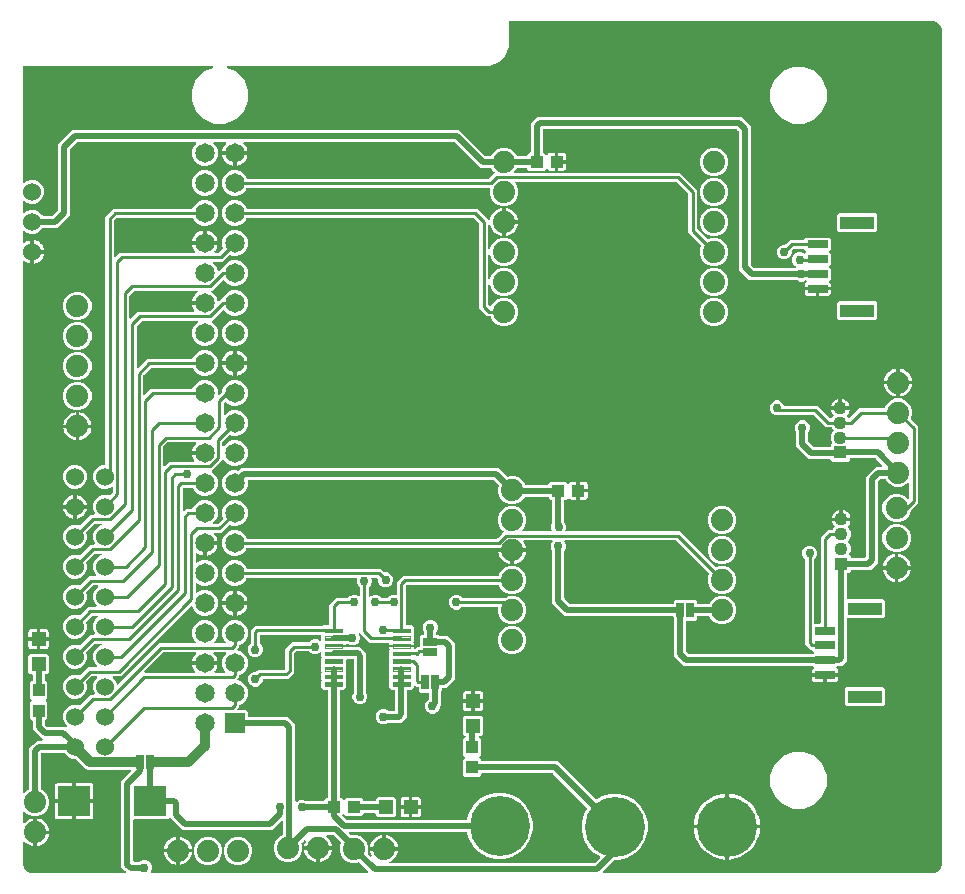
<source format=gtl>
G04 EAGLE Gerber RS-274X export*
G75*
%MOMM*%
%FSLAX34Y34*%
%LPD*%
%INTop Copper*%
%IPPOS*%
%AMOC8*
5,1,8,0,0,1.08239X$1,22.5*%
G01*
%ADD10R,1.200000X1.200000*%
%ADD11R,1.100000X1.000000*%
%ADD12R,2.770000X2.550000*%
%ADD13R,1.108000X1.108000*%
%ADD14C,1.108000*%
%ADD15C,1.879600*%
%ADD16C,1.524000*%
%ADD17R,1.701800X0.660400*%
%ADD18R,2.895600X1.092200*%
%ADD19R,0.635000X1.270000*%
%ADD20R,1.270000X0.635000*%
%ADD21R,1.000000X1.100000*%
%ADD22R,1.651000X1.651000*%
%ADD23C,1.651000*%
%ADD24C,5.080000*%
%ADD25C,0.102500*%
%ADD26C,0.756400*%
%ADD27C,0.254000*%
%ADD28C,0.508000*%
%ADD29C,0.812800*%

G36*
X764308Y-5076D02*
X764308Y-5076D01*
X764346Y-5077D01*
X765498Y-4986D01*
X765504Y-4985D01*
X765509Y-4985D01*
X765674Y-4951D01*
X767865Y-4239D01*
X767897Y-4223D01*
X767932Y-4214D01*
X768078Y-4131D01*
X769942Y-2776D01*
X769967Y-2751D01*
X769997Y-2732D01*
X770110Y-2608D01*
X771465Y-744D01*
X771481Y-712D01*
X771504Y-684D01*
X771573Y-531D01*
X772285Y1660D01*
X772286Y1666D01*
X772289Y1671D01*
X772320Y1836D01*
X772411Y2988D01*
X772409Y3010D01*
X772413Y3048D01*
X772413Y707898D01*
X772410Y707920D01*
X772411Y707958D01*
X772320Y709110D01*
X772319Y709116D01*
X772319Y709121D01*
X772285Y709286D01*
X771573Y711477D01*
X771557Y711509D01*
X771548Y711544D01*
X771465Y711690D01*
X770110Y713554D01*
X770085Y713579D01*
X770066Y713609D01*
X769942Y713722D01*
X768078Y715077D01*
X768046Y715093D01*
X768018Y715116D01*
X767865Y715185D01*
X765674Y715897D01*
X765668Y715898D01*
X765663Y715901D01*
X765498Y715932D01*
X764346Y716023D01*
X764324Y716021D01*
X764286Y716025D01*
X406400Y716025D01*
X406380Y716022D01*
X406361Y716024D01*
X406259Y716002D01*
X406157Y715986D01*
X406140Y715976D01*
X406120Y715972D01*
X406031Y715919D01*
X405940Y715870D01*
X405926Y715856D01*
X405909Y715846D01*
X405842Y715767D01*
X405770Y715692D01*
X405762Y715674D01*
X405749Y715659D01*
X405710Y715563D01*
X405667Y715469D01*
X405665Y715449D01*
X405657Y715431D01*
X405639Y715264D01*
X405639Y693797D01*
X402622Y686515D01*
X397049Y680942D01*
X389767Y677925D01*
X167175Y677925D01*
X167079Y677910D01*
X166982Y677900D01*
X166958Y677890D01*
X166933Y677886D01*
X166847Y677840D01*
X166758Y677800D01*
X166738Y677783D01*
X166715Y677770D01*
X166648Y677700D01*
X166576Y677634D01*
X166564Y677611D01*
X166546Y677592D01*
X166505Y677504D01*
X166458Y677418D01*
X166453Y677393D01*
X166442Y677369D01*
X166431Y677272D01*
X166414Y677176D01*
X166418Y677150D01*
X166415Y677125D01*
X166436Y677029D01*
X166450Y676933D01*
X166462Y676910D01*
X166467Y676884D01*
X166517Y676801D01*
X166561Y676714D01*
X166580Y676695D01*
X166593Y676673D01*
X166667Y676610D01*
X166737Y676542D01*
X166766Y676526D01*
X166780Y676513D01*
X166811Y676501D01*
X166884Y676461D01*
X174344Y673371D01*
X181071Y666644D01*
X184711Y657856D01*
X184711Y648344D01*
X181071Y639556D01*
X174344Y632829D01*
X165556Y629189D01*
X156044Y629189D01*
X147256Y632829D01*
X140529Y639556D01*
X136889Y648344D01*
X136889Y657856D01*
X140529Y666644D01*
X147256Y673371D01*
X154716Y676461D01*
X154799Y676512D01*
X154885Y676558D01*
X154903Y676577D01*
X154925Y676590D01*
X154987Y676665D01*
X155054Y676736D01*
X155065Y676760D01*
X155082Y676780D01*
X155117Y676871D01*
X155158Y676959D01*
X155161Y676985D01*
X155170Y677009D01*
X155174Y677107D01*
X155185Y677203D01*
X155179Y677229D01*
X155181Y677255D01*
X155153Y677349D01*
X155133Y677444D01*
X155119Y677466D01*
X155112Y677491D01*
X155056Y677571D01*
X155007Y677655D01*
X154987Y677672D01*
X154972Y677693D01*
X154894Y677752D01*
X154820Y677815D01*
X154795Y677825D01*
X154774Y677840D01*
X154682Y677870D01*
X154591Y677907D01*
X154559Y677910D01*
X154540Y677916D01*
X154507Y677916D01*
X154425Y677925D01*
X-5080Y677925D01*
X-5100Y677922D01*
X-5119Y677924D01*
X-5221Y677902D01*
X-5323Y677886D01*
X-5340Y677876D01*
X-5360Y677872D01*
X-5449Y677819D01*
X-5540Y677770D01*
X-5554Y677756D01*
X-5571Y677746D01*
X-5638Y677667D01*
X-5710Y677592D01*
X-5718Y677574D01*
X-5731Y677559D01*
X-5770Y677463D01*
X-5813Y677369D01*
X-5815Y677349D01*
X-5823Y677331D01*
X-5841Y677164D01*
X-5841Y579834D01*
X-5830Y579763D01*
X-5828Y579692D01*
X-5810Y579643D01*
X-5802Y579591D01*
X-5768Y579528D01*
X-5743Y579461D01*
X-5711Y579420D01*
X-5686Y579374D01*
X-5634Y579325D01*
X-5590Y579269D01*
X-5546Y579240D01*
X-5508Y579204D01*
X-5443Y579174D01*
X-5383Y579136D01*
X-5332Y579123D01*
X-5285Y579101D01*
X-5214Y579093D01*
X-5144Y579075D01*
X-5092Y579080D01*
X-5041Y579074D01*
X-4970Y579089D01*
X-4899Y579095D01*
X-4851Y579115D01*
X-4800Y579126D01*
X-4739Y579163D01*
X-4673Y579191D01*
X-4617Y579236D01*
X-4589Y579252D01*
X-4574Y579270D01*
X-4542Y579296D01*
X-3724Y580114D01*
X11Y581661D01*
X4053Y581661D01*
X7788Y580114D01*
X10646Y577256D01*
X12193Y573521D01*
X12193Y569479D01*
X10646Y565744D01*
X7788Y562886D01*
X4053Y561339D01*
X11Y561339D01*
X-3724Y562886D01*
X-4542Y563704D01*
X-4600Y563746D01*
X-4652Y563796D01*
X-4699Y563817D01*
X-4741Y563848D01*
X-4810Y563869D01*
X-4875Y563899D01*
X-4927Y563905D01*
X-4977Y563920D01*
X-5048Y563918D01*
X-5119Y563926D01*
X-5170Y563915D01*
X-5222Y563914D01*
X-5290Y563889D01*
X-5360Y563874D01*
X-5405Y563847D01*
X-5453Y563829D01*
X-5509Y563785D01*
X-5571Y563748D01*
X-5605Y563708D01*
X-5645Y563676D01*
X-5684Y563615D01*
X-5731Y563561D01*
X-5750Y563513D01*
X-5778Y563469D01*
X-5796Y563399D01*
X-5823Y563333D01*
X-5831Y563261D01*
X-5839Y563230D01*
X-5837Y563207D01*
X-5841Y563166D01*
X-5841Y554434D01*
X-5838Y554417D01*
X-5840Y554400D01*
X-5829Y554350D01*
X-5828Y554292D01*
X-5810Y554243D01*
X-5802Y554191D01*
X-5790Y554170D01*
X-5788Y554160D01*
X-5766Y554124D01*
X-5743Y554061D01*
X-5711Y554020D01*
X-5686Y553974D01*
X-5664Y553953D01*
X-5662Y553949D01*
X-5642Y553932D01*
X-5634Y553925D01*
X-5590Y553869D01*
X-5546Y553840D01*
X-5508Y553804D01*
X-5476Y553790D01*
X-5475Y553789D01*
X-5468Y553786D01*
X-5443Y553774D01*
X-5383Y553736D01*
X-5332Y553723D01*
X-5285Y553701D01*
X-5214Y553693D01*
X-5144Y553675D01*
X-5092Y553680D01*
X-5041Y553674D01*
X-4970Y553689D01*
X-4899Y553695D01*
X-4852Y553715D01*
X-4832Y553718D01*
X-4828Y553720D01*
X-4800Y553726D01*
X-4739Y553763D01*
X-4673Y553791D01*
X-4631Y553824D01*
X-4614Y553833D01*
X-4606Y553842D01*
X-4589Y553852D01*
X-4574Y553870D01*
X-4542Y553896D01*
X-3724Y554714D01*
X11Y556261D01*
X4053Y556261D01*
X7788Y554714D01*
X10646Y551856D01*
X10731Y551651D01*
X10792Y551552D01*
X10852Y551451D01*
X10857Y551447D01*
X10860Y551442D01*
X10950Y551367D01*
X11039Y551291D01*
X11045Y551289D01*
X11050Y551285D01*
X11158Y551243D01*
X11267Y551199D01*
X11275Y551198D01*
X11279Y551197D01*
X11298Y551196D01*
X11434Y551181D01*
X19170Y551181D01*
X19260Y551195D01*
X19351Y551203D01*
X19381Y551215D01*
X19413Y551220D01*
X19494Y551263D01*
X19577Y551299D01*
X19610Y551325D01*
X19630Y551336D01*
X19652Y551359D01*
X19708Y551404D01*
X23779Y555475D01*
X23832Y555548D01*
X23892Y555618D01*
X23904Y555648D01*
X23923Y555674D01*
X23950Y555761D01*
X23984Y555846D01*
X23988Y555887D01*
X23995Y555909D01*
X23994Y555942D01*
X24002Y556013D01*
X24002Y611705D01*
X27201Y614904D01*
X32669Y620372D01*
X35868Y623571D01*
X363674Y623571D01*
X366873Y620372D01*
X385676Y601569D01*
X385749Y601516D01*
X385819Y601456D01*
X385849Y601444D01*
X385875Y601425D01*
X385962Y601398D01*
X386047Y601364D01*
X386088Y601360D01*
X386110Y601353D01*
X386143Y601354D01*
X386214Y601346D01*
X389910Y601346D01*
X390025Y601365D01*
X390141Y601382D01*
X390147Y601384D01*
X390153Y601385D01*
X390255Y601440D01*
X390360Y601493D01*
X390365Y601498D01*
X390370Y601501D01*
X390450Y601585D01*
X390532Y601669D01*
X390536Y601675D01*
X390540Y601679D01*
X390547Y601696D01*
X390613Y601816D01*
X391326Y603536D01*
X394684Y606894D01*
X399072Y608712D01*
X403822Y608712D01*
X408210Y606894D01*
X411568Y603536D01*
X412070Y602324D01*
X412132Y602224D01*
X412192Y602124D01*
X412196Y602120D01*
X412200Y602115D01*
X412290Y602040D01*
X412379Y601964D01*
X412384Y601962D01*
X412389Y601958D01*
X412498Y601916D01*
X412607Y601872D01*
X412614Y601871D01*
X412619Y601870D01*
X412637Y601869D01*
X412774Y601854D01*
X420213Y601854D01*
X420233Y601857D01*
X420252Y601855D01*
X420354Y601877D01*
X420456Y601893D01*
X420473Y601903D01*
X420493Y601907D01*
X420582Y601960D01*
X420673Y602009D01*
X420687Y602023D01*
X420704Y602033D01*
X420771Y602112D01*
X420843Y602187D01*
X420851Y602205D01*
X420864Y602220D01*
X420903Y602316D01*
X420946Y602410D01*
X420948Y602430D01*
X420956Y602448D01*
X420974Y602615D01*
X420974Y602952D01*
X422463Y604441D01*
X423173Y604441D01*
X423193Y604444D01*
X423212Y604442D01*
X423314Y604464D01*
X423416Y604480D01*
X423433Y604490D01*
X423453Y604494D01*
X423542Y604547D01*
X423633Y604596D01*
X423647Y604610D01*
X423664Y604620D01*
X423731Y604699D01*
X423803Y604774D01*
X423811Y604792D01*
X423824Y604807D01*
X423863Y604903D01*
X423906Y604997D01*
X423908Y605017D01*
X423916Y605035D01*
X423934Y605202D01*
X423934Y628859D01*
X429441Y634366D01*
X602815Y634366D01*
X610236Y626945D01*
X610236Y510039D01*
X610250Y509949D01*
X610258Y509858D01*
X610270Y509828D01*
X610275Y509796D01*
X610318Y509715D01*
X610354Y509632D01*
X610380Y509599D01*
X610391Y509579D01*
X610414Y509557D01*
X610459Y509501D01*
X612879Y507081D01*
X612952Y507028D01*
X613022Y506968D01*
X613052Y506956D01*
X613078Y506937D01*
X613165Y506910D01*
X613250Y506876D01*
X613291Y506872D01*
X613313Y506865D01*
X613346Y506866D01*
X613417Y506858D01*
X648282Y506858D01*
X648378Y506873D01*
X648475Y506883D01*
X648499Y506893D01*
X648525Y506897D01*
X648611Y506943D01*
X648700Y506983D01*
X648719Y507000D01*
X648742Y507013D01*
X648809Y507083D01*
X648881Y507149D01*
X648894Y507172D01*
X648912Y507191D01*
X648953Y507279D01*
X649000Y507365D01*
X649004Y507390D01*
X649015Y507414D01*
X649026Y507511D01*
X649043Y507607D01*
X649040Y507633D01*
X649042Y507658D01*
X649022Y507753D01*
X649008Y507850D01*
X648996Y507873D01*
X648990Y507899D01*
X648940Y507982D01*
X648896Y508069D01*
X648877Y508088D01*
X648864Y508110D01*
X648790Y508173D01*
X648720Y508241D01*
X648692Y508257D01*
X648677Y508270D01*
X648646Y508282D01*
X648573Y508322D01*
X648055Y508537D01*
X646277Y510315D01*
X645314Y512639D01*
X645314Y515155D01*
X646277Y517479D01*
X648055Y519257D01*
X650379Y520220D01*
X652895Y520220D01*
X655219Y519257D01*
X655271Y519205D01*
X655287Y519193D01*
X655300Y519178D01*
X655387Y519121D01*
X655471Y519061D01*
X655490Y519055D01*
X655507Y519045D01*
X655607Y519019D01*
X655706Y518989D01*
X655726Y518989D01*
X655745Y518984D01*
X655848Y518992D01*
X655952Y518995D01*
X655971Y519002D01*
X655990Y519004D01*
X656085Y519044D01*
X656183Y519080D01*
X656198Y519092D01*
X656217Y519100D01*
X656348Y519205D01*
X657232Y520089D01*
X657243Y520105D01*
X657259Y520117D01*
X657315Y520205D01*
X657375Y520288D01*
X657381Y520307D01*
X657392Y520324D01*
X657417Y520425D01*
X657447Y520524D01*
X657447Y520543D01*
X657452Y520563D01*
X657444Y520666D01*
X657441Y520769D01*
X657434Y520788D01*
X657433Y520808D01*
X657392Y520903D01*
X657357Y521000D01*
X657344Y521016D01*
X657336Y521034D01*
X657232Y521165D01*
X655823Y522573D01*
X655821Y522585D01*
X655768Y522674D01*
X655719Y522765D01*
X655705Y522779D01*
X655695Y522796D01*
X655616Y522863D01*
X655541Y522935D01*
X655523Y522943D01*
X655508Y522956D01*
X655412Y522995D01*
X655318Y523038D01*
X655298Y523040D01*
X655280Y523048D01*
X655113Y523066D01*
X647008Y523066D01*
X646918Y523052D01*
X646827Y523044D01*
X646797Y523032D01*
X646765Y523027D01*
X646684Y522984D01*
X646600Y522948D01*
X646568Y522922D01*
X646548Y522911D01*
X646525Y522888D01*
X646470Y522843D01*
X645229Y521602D01*
X645176Y521529D01*
X645116Y521459D01*
X645104Y521429D01*
X645085Y521403D01*
X645058Y521316D01*
X645024Y521231D01*
X645020Y521190D01*
X645013Y521168D01*
X645014Y521135D01*
X645006Y521064D01*
X645006Y519188D01*
X644043Y516864D01*
X642265Y515086D01*
X639941Y514123D01*
X637425Y514123D01*
X635101Y515086D01*
X633323Y516864D01*
X632360Y519188D01*
X632360Y521704D01*
X633323Y524028D01*
X635101Y525806D01*
X637425Y526769D01*
X639301Y526769D01*
X639391Y526783D01*
X639482Y526791D01*
X639512Y526803D01*
X639544Y526808D01*
X639625Y526851D01*
X639709Y526887D01*
X639741Y526913D01*
X639761Y526924D01*
X639784Y526947D01*
X639839Y526992D01*
X643536Y530688D01*
X655113Y530688D01*
X655133Y530691D01*
X655152Y530689D01*
X655254Y530711D01*
X655356Y530727D01*
X655373Y530737D01*
X655393Y530741D01*
X655482Y530794D01*
X655573Y530843D01*
X655587Y530857D01*
X655604Y530867D01*
X655671Y530946D01*
X655743Y531021D01*
X655751Y531039D01*
X655764Y531054D01*
X655803Y531150D01*
X655811Y531168D01*
X657363Y532720D01*
X676485Y532720D01*
X677974Y531231D01*
X677974Y522523D01*
X676616Y521165D01*
X676605Y521149D01*
X676589Y521137D01*
X676533Y521049D01*
X676473Y520966D01*
X676467Y520947D01*
X676456Y520930D01*
X676431Y520829D01*
X676401Y520730D01*
X676401Y520711D01*
X676396Y520691D01*
X676404Y520588D01*
X676407Y520485D01*
X676414Y520466D01*
X676415Y520446D01*
X676456Y520351D01*
X676491Y520254D01*
X676504Y520238D01*
X676512Y520220D01*
X676616Y520089D01*
X677974Y518731D01*
X677974Y510023D01*
X676616Y508665D01*
X676605Y508649D01*
X676589Y508637D01*
X676533Y508549D01*
X676473Y508466D01*
X676467Y508447D01*
X676456Y508430D01*
X676431Y508329D01*
X676401Y508230D01*
X676401Y508211D01*
X676396Y508191D01*
X676404Y508088D01*
X676407Y507985D01*
X676414Y507966D01*
X676415Y507946D01*
X676456Y507851D01*
X676491Y507754D01*
X676504Y507738D01*
X676512Y507720D01*
X676616Y507589D01*
X677974Y506231D01*
X677974Y497523D01*
X676534Y496083D01*
X676466Y495988D01*
X676395Y495891D01*
X676393Y495887D01*
X676391Y495884D01*
X676356Y495772D01*
X676320Y495657D01*
X676320Y495653D01*
X676319Y495649D01*
X676322Y495530D01*
X676323Y495411D01*
X676325Y495407D01*
X676325Y495403D01*
X676366Y495290D01*
X676405Y495179D01*
X676408Y495176D01*
X676409Y495172D01*
X676485Y495077D01*
X676557Y494985D01*
X676561Y494982D01*
X676563Y494980D01*
X676575Y494972D01*
X676692Y494886D01*
X676993Y494712D01*
X677466Y494239D01*
X677801Y493660D01*
X677974Y493013D01*
X677974Y490900D01*
X667686Y490900D01*
X667666Y490897D01*
X667647Y490899D01*
X667545Y490877D01*
X667443Y490860D01*
X667426Y490851D01*
X667406Y490847D01*
X667317Y490794D01*
X667226Y490745D01*
X667212Y490731D01*
X667195Y490721D01*
X667128Y490642D01*
X667057Y490567D01*
X667048Y490549D01*
X667035Y490534D01*
X666996Y490438D01*
X666953Y490344D01*
X666951Y490324D01*
X666943Y490306D01*
X666925Y490139D01*
X666925Y489376D01*
X666923Y489376D01*
X666923Y490139D01*
X666920Y490159D01*
X666922Y490178D01*
X666900Y490280D01*
X666883Y490382D01*
X666874Y490399D01*
X666870Y490419D01*
X666817Y490508D01*
X666768Y490599D01*
X666754Y490613D01*
X666744Y490630D01*
X666665Y490697D01*
X666590Y490768D01*
X666572Y490777D01*
X666557Y490790D01*
X666461Y490829D01*
X666367Y490872D01*
X666347Y490874D01*
X666329Y490882D01*
X666162Y490900D01*
X655874Y490900D01*
X655874Y493013D01*
X656047Y493660D01*
X656382Y494239D01*
X656855Y494712D01*
X657156Y494886D01*
X657248Y494962D01*
X657341Y495035D01*
X657343Y495039D01*
X657346Y495042D01*
X657410Y495143D01*
X657474Y495242D01*
X657475Y495246D01*
X657477Y495250D01*
X657505Y495366D01*
X657534Y495481D01*
X657533Y495485D01*
X657534Y495489D01*
X657524Y495608D01*
X657515Y495726D01*
X657513Y495730D01*
X657513Y495734D01*
X657464Y495844D01*
X657418Y495952D01*
X657415Y495956D01*
X657414Y495959D01*
X657404Y495970D01*
X657314Y496083D01*
X657233Y496164D01*
X657139Y496231D01*
X657044Y496302D01*
X657038Y496304D01*
X657033Y496307D01*
X656922Y496342D01*
X656810Y496378D01*
X656804Y496378D01*
X656798Y496380D01*
X656681Y496377D01*
X656564Y496376D01*
X656557Y496374D01*
X656552Y496373D01*
X656535Y496367D01*
X656403Y496329D01*
X654292Y495454D01*
X651776Y495454D01*
X649452Y496417D01*
X649396Y496473D01*
X649322Y496526D01*
X649253Y496586D01*
X649222Y496598D01*
X649196Y496617D01*
X649109Y496644D01*
X649024Y496678D01*
X648983Y496682D01*
X648961Y496689D01*
X648929Y496688D01*
X648858Y496696D01*
X608892Y496696D01*
X600074Y505514D01*
X600074Y622420D01*
X600060Y622510D01*
X600052Y622601D01*
X600040Y622631D01*
X600035Y622663D01*
X599992Y622744D01*
X599956Y622827D01*
X599930Y622860D01*
X599919Y622880D01*
X599896Y622902D01*
X599851Y622958D01*
X598828Y623981D01*
X598755Y624034D01*
X598685Y624094D01*
X598655Y624106D01*
X598629Y624125D01*
X598542Y624152D01*
X598457Y624186D01*
X598416Y624190D01*
X598394Y624197D01*
X598361Y624196D01*
X598290Y624204D01*
X434857Y624204D01*
X434837Y624201D01*
X434818Y624203D01*
X434716Y624181D01*
X434614Y624165D01*
X434597Y624155D01*
X434577Y624151D01*
X434488Y624098D01*
X434397Y624049D01*
X434383Y624035D01*
X434366Y624025D01*
X434299Y623946D01*
X434227Y623871D01*
X434219Y623853D01*
X434206Y623838D01*
X434167Y623742D01*
X434124Y623648D01*
X434122Y623628D01*
X434114Y623610D01*
X434096Y623443D01*
X434096Y605202D01*
X434099Y605182D01*
X434097Y605163D01*
X434119Y605061D01*
X434135Y604959D01*
X434145Y604942D01*
X434149Y604922D01*
X434202Y604833D01*
X434251Y604742D01*
X434265Y604728D01*
X434275Y604711D01*
X434354Y604644D01*
X434429Y604572D01*
X434447Y604564D01*
X434462Y604551D01*
X434558Y604512D01*
X434652Y604469D01*
X434672Y604467D01*
X434690Y604459D01*
X434857Y604441D01*
X435567Y604441D01*
X437073Y602936D01*
X437168Y602867D01*
X437265Y602796D01*
X437269Y602794D01*
X437272Y602792D01*
X437385Y602757D01*
X437499Y602721D01*
X437503Y602721D01*
X437507Y602720D01*
X437626Y602723D01*
X437745Y602725D01*
X437749Y602726D01*
X437753Y602726D01*
X437865Y602767D01*
X437977Y602806D01*
X437980Y602809D01*
X437984Y602810D01*
X438078Y602885D01*
X438171Y602958D01*
X438174Y602962D01*
X438176Y602964D01*
X438184Y602976D01*
X438270Y603093D01*
X438482Y603460D01*
X438955Y603933D01*
X439534Y604268D01*
X440181Y604441D01*
X444492Y604441D01*
X444492Y597662D01*
X444495Y597642D01*
X444493Y597623D01*
X444515Y597521D01*
X444532Y597419D01*
X444541Y597402D01*
X444545Y597382D01*
X444598Y597293D01*
X444647Y597202D01*
X444661Y597188D01*
X444671Y597171D01*
X444750Y597104D01*
X444825Y597033D01*
X444843Y597024D01*
X444858Y597011D01*
X444954Y596972D01*
X445048Y596929D01*
X445068Y596927D01*
X445086Y596919D01*
X445253Y596901D01*
X446016Y596901D01*
X446016Y596899D01*
X445253Y596899D01*
X445233Y596896D01*
X445214Y596898D01*
X445112Y596876D01*
X445010Y596859D01*
X444993Y596850D01*
X444973Y596846D01*
X444884Y596793D01*
X444793Y596744D01*
X444779Y596730D01*
X444762Y596720D01*
X444695Y596641D01*
X444624Y596566D01*
X444615Y596548D01*
X444602Y596533D01*
X444563Y596437D01*
X444520Y596343D01*
X444518Y596323D01*
X444510Y596305D01*
X444492Y596138D01*
X444492Y589359D01*
X440181Y589359D01*
X439534Y589532D01*
X438955Y589867D01*
X438482Y590340D01*
X438270Y590707D01*
X438194Y590799D01*
X438121Y590892D01*
X438117Y590894D01*
X438114Y590897D01*
X438013Y590961D01*
X437914Y591025D01*
X437910Y591026D01*
X437906Y591028D01*
X437790Y591056D01*
X437675Y591085D01*
X437671Y591084D01*
X437667Y591085D01*
X437548Y591075D01*
X437430Y591066D01*
X437426Y591064D01*
X437422Y591064D01*
X437312Y591016D01*
X437204Y590969D01*
X437200Y590966D01*
X437197Y590965D01*
X437186Y590955D01*
X437073Y590864D01*
X435567Y589359D01*
X422463Y589359D01*
X420974Y590848D01*
X420974Y590931D01*
X420971Y590951D01*
X420973Y590970D01*
X420951Y591072D01*
X420935Y591174D01*
X420925Y591191D01*
X420921Y591211D01*
X420868Y591300D01*
X420819Y591391D01*
X420805Y591405D01*
X420795Y591422D01*
X420716Y591489D01*
X420641Y591561D01*
X420623Y591569D01*
X420608Y591582D01*
X420512Y591621D01*
X420418Y591664D01*
X420398Y591666D01*
X420380Y591674D01*
X420213Y591692D01*
X412774Y591692D01*
X412659Y591673D01*
X412543Y591656D01*
X412537Y591654D01*
X412531Y591653D01*
X412428Y591598D01*
X412323Y591545D01*
X412319Y591540D01*
X412313Y591537D01*
X412234Y591453D01*
X412151Y591369D01*
X412147Y591363D01*
X412144Y591359D01*
X412136Y591342D01*
X412070Y591222D01*
X411568Y590010D01*
X410233Y588675D01*
X410191Y588617D01*
X410142Y588565D01*
X410120Y588518D01*
X410090Y588476D01*
X410069Y588407D01*
X410038Y588342D01*
X410033Y588290D01*
X410017Y588240D01*
X410019Y588169D01*
X410011Y588098D01*
X410022Y588047D01*
X410024Y587995D01*
X410048Y587927D01*
X410063Y587857D01*
X410090Y587812D01*
X410108Y587764D01*
X410153Y587708D01*
X410190Y587646D01*
X410229Y587612D01*
X410262Y587572D01*
X410322Y587533D01*
X410377Y587486D01*
X410425Y587467D01*
X410469Y587439D01*
X410538Y587421D01*
X410605Y587394D01*
X410676Y587386D01*
X410707Y587378D01*
X410731Y587380D01*
X410771Y587376D01*
X550599Y587376D01*
X565151Y572824D01*
X565151Y540374D01*
X565165Y540284D01*
X565173Y540193D01*
X565185Y540163D01*
X565190Y540131D01*
X565233Y540050D01*
X565269Y539966D01*
X565295Y539934D01*
X565306Y539914D01*
X565329Y539891D01*
X565374Y539836D01*
X573561Y531649D01*
X573655Y531581D01*
X573749Y531511D01*
X573755Y531509D01*
X573760Y531505D01*
X573871Y531471D01*
X573983Y531435D01*
X573989Y531435D01*
X573995Y531433D01*
X574112Y531436D01*
X574229Y531437D01*
X574236Y531439D01*
X574241Y531439D01*
X574259Y531446D01*
X574390Y531484D01*
X576872Y532512D01*
X581622Y532512D01*
X586010Y530694D01*
X589368Y527336D01*
X591186Y522948D01*
X591186Y518198D01*
X589368Y513810D01*
X586010Y510452D01*
X581622Y508634D01*
X576872Y508634D01*
X572484Y510452D01*
X569126Y513810D01*
X567308Y518198D01*
X567308Y522948D01*
X568336Y525430D01*
X568363Y525543D01*
X568392Y525657D01*
X568391Y525663D01*
X568393Y525669D01*
X568382Y525786D01*
X568372Y525902D01*
X568370Y525908D01*
X568369Y525914D01*
X568322Y526022D01*
X568276Y526128D01*
X568272Y526134D01*
X568269Y526139D01*
X568257Y526153D01*
X568171Y526259D01*
X557529Y536902D01*
X557529Y569352D01*
X557515Y569442D01*
X557507Y569533D01*
X557495Y569563D01*
X557490Y569595D01*
X557447Y569676D01*
X557411Y569760D01*
X557385Y569792D01*
X557374Y569812D01*
X557351Y569835D01*
X557306Y569890D01*
X547665Y579531D01*
X547592Y579584D01*
X547522Y579644D01*
X547492Y579656D01*
X547466Y579675D01*
X547379Y579702D01*
X547294Y579736D01*
X547253Y579740D01*
X547231Y579747D01*
X547198Y579746D01*
X547127Y579754D01*
X411787Y579754D01*
X411717Y579743D01*
X411645Y579741D01*
X411596Y579723D01*
X411545Y579715D01*
X411481Y579681D01*
X411414Y579656D01*
X411373Y579624D01*
X411327Y579599D01*
X411278Y579548D01*
X411222Y579503D01*
X411194Y579459D01*
X411158Y579421D01*
X411128Y579356D01*
X411089Y579296D01*
X411076Y579245D01*
X411054Y579198D01*
X411046Y579127D01*
X411029Y579057D01*
X411033Y579005D01*
X411027Y578954D01*
X411042Y578883D01*
X411048Y578812D01*
X411068Y578764D01*
X411079Y578713D01*
X411116Y578652D01*
X411144Y578586D01*
X411189Y578530D01*
X411206Y578502D01*
X411223Y578487D01*
X411249Y578455D01*
X411568Y578136D01*
X413386Y573748D01*
X413386Y568998D01*
X411568Y564610D01*
X408210Y561252D01*
X403822Y559434D01*
X399072Y559434D01*
X394684Y561252D01*
X391326Y564610D01*
X389508Y568998D01*
X389508Y573748D01*
X389614Y574003D01*
X389624Y574047D01*
X389644Y574089D01*
X389652Y574166D01*
X389670Y574242D01*
X389666Y574288D01*
X389671Y574333D01*
X389654Y574410D01*
X389647Y574487D01*
X389628Y574529D01*
X389619Y574574D01*
X389579Y574641D01*
X389547Y574712D01*
X389516Y574746D01*
X389492Y574785D01*
X389433Y574836D01*
X389381Y574893D01*
X389340Y574915D01*
X389305Y574945D01*
X389233Y574974D01*
X389165Y575011D01*
X389120Y575020D01*
X389077Y575037D01*
X388941Y575052D01*
X388923Y575055D01*
X388918Y575054D01*
X388911Y575055D01*
X184097Y575055D01*
X183983Y575036D01*
X183866Y575019D01*
X183861Y575017D01*
X183855Y575016D01*
X183752Y574961D01*
X183647Y574908D01*
X183643Y574903D01*
X183637Y574900D01*
X183557Y574816D01*
X183475Y574732D01*
X183471Y574726D01*
X183468Y574722D01*
X183460Y574705D01*
X183394Y574585D01*
X182634Y572751D01*
X179597Y569714D01*
X175629Y568070D01*
X171335Y568070D01*
X167367Y569714D01*
X164330Y572751D01*
X162686Y576719D01*
X162686Y581013D01*
X164330Y584981D01*
X167367Y588018D01*
X171335Y589662D01*
X175629Y589662D01*
X179597Y588018D01*
X182634Y584981D01*
X183394Y583147D01*
X183456Y583047D01*
X183516Y582947D01*
X183520Y582943D01*
X183524Y582938D01*
X183613Y582863D01*
X183703Y582787D01*
X183708Y582785D01*
X183713Y582781D01*
X183821Y582739D01*
X183931Y582695D01*
X183938Y582694D01*
X183943Y582693D01*
X183961Y582692D01*
X184097Y582677D01*
X388534Y582677D01*
X388624Y582691D01*
X388715Y582699D01*
X388745Y582711D01*
X388777Y582716D01*
X388858Y582759D01*
X388941Y582795D01*
X388974Y582821D01*
X388994Y582832D01*
X389016Y582855D01*
X389072Y582900D01*
X391093Y584920D01*
X391093Y584921D01*
X393216Y587043D01*
X393228Y587060D01*
X393243Y587072D01*
X393299Y587159D01*
X393360Y587243D01*
X393365Y587262D01*
X393376Y587279D01*
X393402Y587379D01*
X393432Y587478D01*
X393431Y587498D01*
X393436Y587517D01*
X393428Y587620D01*
X393426Y587724D01*
X393419Y587743D01*
X393417Y587763D01*
X393377Y587858D01*
X393341Y587955D01*
X393329Y587971D01*
X393321Y587989D01*
X393216Y588120D01*
X391326Y590010D01*
X391034Y590714D01*
X390973Y590814D01*
X390913Y590914D01*
X390908Y590918D01*
X390905Y590923D01*
X390815Y590998D01*
X390726Y591074D01*
X390720Y591076D01*
X390715Y591080D01*
X390607Y591122D01*
X390498Y591166D01*
X390490Y591167D01*
X390485Y591168D01*
X390467Y591169D01*
X390331Y591184D01*
X381689Y591184D01*
X378490Y594383D01*
X359687Y613186D01*
X359614Y613239D01*
X359544Y613299D01*
X359514Y613311D01*
X359488Y613330D01*
X359401Y613357D01*
X359316Y613391D01*
X359275Y613395D01*
X359253Y613402D01*
X359220Y613401D01*
X359149Y613409D01*
X181444Y613409D01*
X181373Y613398D01*
X181302Y613396D01*
X181253Y613378D01*
X181201Y613370D01*
X181138Y613336D01*
X181071Y613311D01*
X181030Y613279D01*
X180984Y613254D01*
X180935Y613202D01*
X180879Y613158D01*
X180850Y613114D01*
X180815Y613076D01*
X180784Y613011D01*
X180746Y612951D01*
X180733Y612900D01*
X180711Y612853D01*
X180703Y612782D01*
X180685Y612712D01*
X180690Y612660D01*
X180684Y612609D01*
X180699Y612538D01*
X180705Y612467D01*
X180725Y612419D01*
X180736Y612368D01*
X180773Y612307D01*
X180801Y612241D01*
X180846Y612185D01*
X180862Y612157D01*
X180880Y612142D01*
X180906Y612110D01*
X181717Y611299D01*
X182715Y609924D01*
X183487Y608410D01*
X184012Y606794D01*
X184171Y605789D01*
X174244Y605789D01*
X174224Y605786D01*
X174205Y605788D01*
X174103Y605766D01*
X174001Y605749D01*
X173984Y605740D01*
X173964Y605736D01*
X173875Y605683D01*
X173784Y605634D01*
X173770Y605620D01*
X173753Y605610D01*
X173686Y605531D01*
X173615Y605456D01*
X173606Y605438D01*
X173593Y605423D01*
X173555Y605327D01*
X173511Y605233D01*
X173509Y605213D01*
X173501Y605195D01*
X173483Y605028D01*
X173483Y604265D01*
X173481Y604265D01*
X173481Y605028D01*
X173478Y605048D01*
X173480Y605067D01*
X173458Y605169D01*
X173441Y605271D01*
X173432Y605288D01*
X173428Y605308D01*
X173375Y605397D01*
X173326Y605488D01*
X173312Y605502D01*
X173302Y605519D01*
X173223Y605586D01*
X173148Y605657D01*
X173130Y605666D01*
X173115Y605679D01*
X173019Y605718D01*
X172925Y605761D01*
X172905Y605763D01*
X172887Y605771D01*
X172720Y605789D01*
X162793Y605789D01*
X162952Y606794D01*
X163477Y608410D01*
X164249Y609924D01*
X165247Y611299D01*
X166058Y612110D01*
X166100Y612168D01*
X166149Y612220D01*
X166171Y612267D01*
X166202Y612309D01*
X166223Y612378D01*
X166253Y612443D01*
X166259Y612495D01*
X166274Y612545D01*
X166272Y612616D01*
X166280Y612687D01*
X166269Y612738D01*
X166268Y612790D01*
X166243Y612858D01*
X166228Y612928D01*
X166201Y612973D01*
X166183Y613021D01*
X166138Y613077D01*
X166102Y613139D01*
X166062Y613173D01*
X166030Y613213D01*
X165969Y613252D01*
X165915Y613299D01*
X165867Y613318D01*
X165823Y613346D01*
X165753Y613364D01*
X165687Y613391D01*
X165615Y613399D01*
X165584Y613407D01*
X165561Y613405D01*
X165520Y613409D01*
X156044Y613409D01*
X155973Y613398D01*
X155902Y613396D01*
X155853Y613378D01*
X155801Y613370D01*
X155738Y613336D01*
X155671Y613311D01*
X155630Y613279D01*
X155584Y613254D01*
X155535Y613202D01*
X155479Y613158D01*
X155450Y613114D01*
X155415Y613076D01*
X155384Y613011D01*
X155346Y612951D01*
X155333Y612900D01*
X155311Y612853D01*
X155303Y612782D01*
X155285Y612712D01*
X155290Y612660D01*
X155284Y612609D01*
X155299Y612538D01*
X155305Y612467D01*
X155325Y612419D01*
X155336Y612368D01*
X155373Y612307D01*
X155401Y612241D01*
X155446Y612185D01*
X155462Y612157D01*
X155480Y612142D01*
X155506Y612110D01*
X157234Y610381D01*
X158878Y606413D01*
X158878Y602119D01*
X157234Y598151D01*
X154197Y595114D01*
X150229Y593470D01*
X145935Y593470D01*
X141967Y595114D01*
X138930Y598151D01*
X137286Y602119D01*
X137286Y606413D01*
X138930Y610381D01*
X140658Y612110D01*
X140700Y612168D01*
X140749Y612220D01*
X140771Y612267D01*
X140802Y612309D01*
X140823Y612378D01*
X140853Y612443D01*
X140859Y612495D01*
X140874Y612545D01*
X140872Y612616D01*
X140880Y612687D01*
X140869Y612738D01*
X140868Y612790D01*
X140843Y612858D01*
X140828Y612928D01*
X140801Y612973D01*
X140783Y613021D01*
X140738Y613077D01*
X140702Y613139D01*
X140662Y613173D01*
X140630Y613213D01*
X140569Y613252D01*
X140515Y613299D01*
X140467Y613318D01*
X140423Y613346D01*
X140353Y613364D01*
X140287Y613391D01*
X140215Y613399D01*
X140184Y613407D01*
X140161Y613405D01*
X140120Y613409D01*
X40393Y613409D01*
X40303Y613395D01*
X40212Y613387D01*
X40182Y613375D01*
X40150Y613370D01*
X40069Y613327D01*
X39985Y613291D01*
X39953Y613265D01*
X39933Y613254D01*
X39910Y613231D01*
X39855Y613186D01*
X34387Y607718D01*
X34334Y607645D01*
X34274Y607575D01*
X34262Y607545D01*
X34243Y607519D01*
X34216Y607432D01*
X34182Y607347D01*
X34178Y607306D01*
X34171Y607284D01*
X34172Y607251D01*
X34164Y607180D01*
X34164Y551488D01*
X23695Y541019D01*
X11434Y541019D01*
X11319Y541000D01*
X11203Y540983D01*
X11197Y540981D01*
X11191Y540980D01*
X11088Y540925D01*
X10984Y540872D01*
X10979Y540867D01*
X10974Y540864D01*
X10894Y540780D01*
X10812Y540696D01*
X10808Y540690D01*
X10805Y540686D01*
X10797Y540669D01*
X10731Y540549D01*
X10646Y540344D01*
X7788Y537486D01*
X4053Y535939D01*
X11Y535939D01*
X-3724Y537486D01*
X-4542Y538304D01*
X-4600Y538346D01*
X-4652Y538396D01*
X-4699Y538417D01*
X-4741Y538448D01*
X-4810Y538469D01*
X-4875Y538499D01*
X-4927Y538505D01*
X-4977Y538520D01*
X-5048Y538518D01*
X-5119Y538526D01*
X-5170Y538515D01*
X-5222Y538514D01*
X-5290Y538489D01*
X-5360Y538474D01*
X-5405Y538447D01*
X-5453Y538429D01*
X-5509Y538385D01*
X-5571Y538348D01*
X-5605Y538308D01*
X-5645Y538276D01*
X-5684Y538215D01*
X-5731Y538161D01*
X-5750Y538113D01*
X-5778Y538069D01*
X-5796Y537999D01*
X-5823Y537933D01*
X-5831Y537861D01*
X-5839Y537830D01*
X-5837Y537807D01*
X-5841Y537766D01*
X-5841Y529033D01*
X-5839Y529021D01*
X-5841Y529009D01*
X-5820Y528900D01*
X-5802Y528790D01*
X-5796Y528780D01*
X-5794Y528768D01*
X-5738Y528671D01*
X-5686Y528573D01*
X-5678Y528565D01*
X-5672Y528554D01*
X-5589Y528480D01*
X-5508Y528404D01*
X-5497Y528399D01*
X-5488Y528391D01*
X-5386Y528347D01*
X-5285Y528300D01*
X-5273Y528299D01*
X-5262Y528294D01*
X-5151Y528285D01*
X-5041Y528273D01*
X-5029Y528275D01*
X-5017Y528274D01*
X-4909Y528301D01*
X-4800Y528325D01*
X-4790Y528331D01*
X-4778Y528334D01*
X-4633Y528417D01*
X-3293Y529390D01*
X-1868Y530116D01*
X-347Y530611D01*
X509Y530746D01*
X509Y521462D01*
X512Y521442D01*
X510Y521423D01*
X532Y521321D01*
X549Y521219D01*
X558Y521202D01*
X562Y521182D01*
X615Y521093D01*
X664Y521002D01*
X678Y520988D01*
X688Y520971D01*
X767Y520904D01*
X842Y520833D01*
X860Y520824D01*
X875Y520811D01*
X971Y520773D01*
X1065Y520729D01*
X1085Y520727D01*
X1103Y520719D01*
X1270Y520701D01*
X2033Y520701D01*
X2033Y520699D01*
X1270Y520699D01*
X1250Y520696D01*
X1231Y520698D01*
X1129Y520676D01*
X1027Y520659D01*
X1010Y520650D01*
X990Y520646D01*
X901Y520593D01*
X810Y520544D01*
X796Y520530D01*
X779Y520520D01*
X712Y520441D01*
X641Y520366D01*
X632Y520348D01*
X619Y520333D01*
X580Y520237D01*
X537Y520143D01*
X535Y520123D01*
X527Y520105D01*
X509Y519938D01*
X509Y510654D01*
X-347Y510789D01*
X-1868Y511284D01*
X-3293Y512010D01*
X-4633Y512983D01*
X-4643Y512988D01*
X-4652Y512996D01*
X-4753Y513043D01*
X-4852Y513093D01*
X-4864Y513095D01*
X-4875Y513100D01*
X-4986Y513112D01*
X-5096Y513128D01*
X-5108Y513126D01*
X-5119Y513127D01*
X-5228Y513103D01*
X-5338Y513083D01*
X-5348Y513077D01*
X-5360Y513075D01*
X-5456Y513018D01*
X-5553Y512964D01*
X-5561Y512955D01*
X-5571Y512949D01*
X-5643Y512864D01*
X-5718Y512782D01*
X-5723Y512771D01*
X-5731Y512762D01*
X-5773Y512658D01*
X-5817Y512557D01*
X-5818Y512545D01*
X-5823Y512534D01*
X-5841Y512367D01*
X-5841Y62918D01*
X-5830Y62848D01*
X-5828Y62776D01*
X-5810Y62727D01*
X-5802Y62676D01*
X-5768Y62612D01*
X-5743Y62545D01*
X-5711Y62504D01*
X-5686Y62458D01*
X-5634Y62409D01*
X-5590Y62353D01*
X-5546Y62325D01*
X-5508Y62289D01*
X-5443Y62259D01*
X-5383Y62220D01*
X-5332Y62207D01*
X-5285Y62185D01*
X-5214Y62177D01*
X-5144Y62160D01*
X-5092Y62164D01*
X-5041Y62158D01*
X-4970Y62173D01*
X-4899Y62179D01*
X-4851Y62199D01*
X-4800Y62210D01*
X-4739Y62247D01*
X-4673Y62275D01*
X-4617Y62320D01*
X-4589Y62337D01*
X-4574Y62354D01*
X-4542Y62380D01*
X-2318Y64604D01*
X-1106Y65106D01*
X-1006Y65168D01*
X-906Y65228D01*
X-902Y65232D01*
X-897Y65236D01*
X-822Y65326D01*
X-746Y65415D01*
X-744Y65420D01*
X-740Y65425D01*
X-698Y65534D01*
X-654Y65643D01*
X-653Y65650D01*
X-652Y65655D01*
X-651Y65673D01*
X-636Y65810D01*
X-636Y100149D01*
X2563Y103348D01*
X5896Y106681D01*
X10153Y106681D01*
X10224Y106692D01*
X10296Y106694D01*
X10345Y106712D01*
X10396Y106720D01*
X10459Y106754D01*
X10527Y106779D01*
X10567Y106811D01*
X10613Y106836D01*
X10663Y106888D01*
X10719Y106932D01*
X10747Y106976D01*
X10783Y107014D01*
X10813Y107079D01*
X10852Y107139D01*
X10864Y107190D01*
X10886Y107237D01*
X10894Y107308D01*
X10912Y107378D01*
X10908Y107430D01*
X10913Y107481D01*
X10898Y107552D01*
X10893Y107623D01*
X10872Y107671D01*
X10861Y107722D01*
X10824Y107783D01*
X10796Y107849D01*
X10752Y107905D01*
X10735Y107933D01*
X10717Y107948D01*
X10692Y107980D01*
X2285Y116386D01*
X2285Y123414D01*
X2282Y123434D01*
X2284Y123453D01*
X2262Y123555D01*
X2246Y123657D01*
X2236Y123674D01*
X2232Y123694D01*
X2179Y123783D01*
X2130Y123874D01*
X2116Y123888D01*
X2106Y123905D01*
X2027Y123972D01*
X1952Y124044D01*
X1934Y124052D01*
X1919Y124065D01*
X1823Y124104D01*
X1729Y124147D01*
X1709Y124149D01*
X1691Y124157D01*
X1524Y124175D01*
X1314Y124175D01*
X-175Y125664D01*
X-175Y138768D01*
X1235Y140178D01*
X1246Y140194D01*
X1262Y140206D01*
X1318Y140293D01*
X1378Y140377D01*
X1384Y140397D01*
X1395Y140413D01*
X1420Y140514D01*
X1450Y140613D01*
X1450Y140632D01*
X1455Y140652D01*
X1447Y140755D01*
X1444Y140858D01*
X1437Y140877D01*
X1436Y140897D01*
X1395Y140992D01*
X1360Y141089D01*
X1347Y141105D01*
X1339Y141123D01*
X1235Y141254D01*
X-175Y142664D01*
X-175Y155768D01*
X1314Y157257D01*
X1524Y157257D01*
X1544Y157260D01*
X1563Y157258D01*
X1665Y157280D01*
X1767Y157296D01*
X1784Y157306D01*
X1804Y157310D01*
X1893Y157363D01*
X1984Y157412D01*
X1998Y157426D01*
X2015Y157436D01*
X2082Y157515D01*
X2154Y157590D01*
X2162Y157608D01*
X2175Y157623D01*
X2214Y157719D01*
X2257Y157813D01*
X2259Y157833D01*
X2267Y157851D01*
X2285Y158018D01*
X2285Y162443D01*
X2282Y162463D01*
X2284Y162482D01*
X2262Y162584D01*
X2246Y162686D01*
X2236Y162703D01*
X2232Y162723D01*
X2179Y162812D01*
X2130Y162903D01*
X2116Y162917D01*
X2106Y162934D01*
X2027Y163001D01*
X1952Y163073D01*
X1934Y163081D01*
X1919Y163094D01*
X1823Y163133D01*
X1729Y163176D01*
X1709Y163178D01*
X1691Y163186D01*
X1524Y163204D01*
X314Y163204D01*
X-1175Y164693D01*
X-1175Y178797D01*
X314Y180286D01*
X14418Y180286D01*
X15907Y178797D01*
X15907Y164693D01*
X14418Y163204D01*
X13208Y163204D01*
X13188Y163201D01*
X13169Y163203D01*
X13067Y163181D01*
X12965Y163165D01*
X12948Y163155D01*
X12928Y163151D01*
X12839Y163098D01*
X12748Y163049D01*
X12734Y163035D01*
X12717Y163025D01*
X12650Y162946D01*
X12578Y162871D01*
X12570Y162853D01*
X12557Y162838D01*
X12518Y162742D01*
X12475Y162648D01*
X12473Y162628D01*
X12465Y162610D01*
X12447Y162443D01*
X12447Y158018D01*
X12450Y157998D01*
X12448Y157979D01*
X12470Y157877D01*
X12486Y157775D01*
X12496Y157758D01*
X12500Y157738D01*
X12553Y157649D01*
X12602Y157558D01*
X12616Y157544D01*
X12626Y157527D01*
X12705Y157460D01*
X12780Y157388D01*
X12798Y157380D01*
X12813Y157367D01*
X12909Y157328D01*
X13003Y157285D01*
X13023Y157283D01*
X13041Y157275D01*
X13208Y157257D01*
X13418Y157257D01*
X14907Y155768D01*
X14907Y142664D01*
X13497Y141254D01*
X13486Y141238D01*
X13470Y141226D01*
X13414Y141138D01*
X13354Y141055D01*
X13348Y141036D01*
X13337Y141019D01*
X13312Y140918D01*
X13282Y140819D01*
X13282Y140800D01*
X13277Y140780D01*
X13285Y140677D01*
X13288Y140574D01*
X13295Y140555D01*
X13296Y140535D01*
X13337Y140440D01*
X13372Y140343D01*
X13385Y140327D01*
X13393Y140309D01*
X13497Y140178D01*
X14907Y138768D01*
X14907Y125664D01*
X13418Y124175D01*
X13208Y124175D01*
X13188Y124172D01*
X13169Y124174D01*
X13067Y124152D01*
X12965Y124136D01*
X12948Y124126D01*
X12928Y124122D01*
X12839Y124069D01*
X12748Y124020D01*
X12734Y124006D01*
X12717Y123996D01*
X12650Y123917D01*
X12578Y123842D01*
X12570Y123824D01*
X12557Y123809D01*
X12518Y123713D01*
X12475Y123619D01*
X12473Y123599D01*
X12465Y123581D01*
X12447Y123414D01*
X12447Y120911D01*
X12461Y120821D01*
X12469Y120730D01*
X12481Y120700D01*
X12486Y120668D01*
X12529Y120587D01*
X12565Y120504D01*
X12591Y120471D01*
X12602Y120451D01*
X12625Y120429D01*
X12670Y120373D01*
X14582Y118461D01*
X14655Y118408D01*
X14725Y118348D01*
X14755Y118336D01*
X14781Y118317D01*
X14868Y118290D01*
X14953Y118256D01*
X14994Y118252D01*
X15016Y118245D01*
X15049Y118246D01*
X15120Y118238D01*
X30655Y118238D01*
X30726Y118249D01*
X30797Y118251D01*
X30846Y118269D01*
X30898Y118277D01*
X30961Y118311D01*
X31028Y118336D01*
X31069Y118368D01*
X31115Y118393D01*
X31164Y118445D01*
X31220Y118489D01*
X31249Y118533D01*
X31285Y118571D01*
X31315Y118636D01*
X31353Y118696D01*
X31366Y118747D01*
X31388Y118794D01*
X31396Y118865D01*
X31414Y118935D01*
X31409Y118987D01*
X31415Y119038D01*
X31400Y119109D01*
X31394Y119180D01*
X31374Y119228D01*
X31363Y119279D01*
X31326Y119340D01*
X31298Y119406D01*
X31253Y119462D01*
X31237Y119490D01*
X31232Y119494D01*
X31231Y119495D01*
X31217Y119508D01*
X31193Y119537D01*
X29486Y121244D01*
X27939Y124979D01*
X27939Y129021D01*
X29486Y132756D01*
X32344Y135614D01*
X36079Y137161D01*
X40121Y137161D01*
X41596Y136550D01*
X41663Y136534D01*
X41669Y136532D01*
X41676Y136531D01*
X41710Y136523D01*
X41823Y136495D01*
X41829Y136495D01*
X41835Y136494D01*
X41952Y136505D01*
X42068Y136514D01*
X42074Y136516D01*
X42080Y136517D01*
X42188Y136565D01*
X42295Y136610D01*
X42300Y136615D01*
X42305Y136617D01*
X42319Y136629D01*
X42364Y136665D01*
X42369Y136668D01*
X42374Y136674D01*
X42426Y136715D01*
X49052Y143342D01*
X51508Y145797D01*
X54098Y145797D01*
X54143Y145804D01*
X54189Y145802D01*
X54264Y145824D01*
X54341Y145836D01*
X54381Y145858D01*
X54425Y145871D01*
X54489Y145915D01*
X54558Y145952D01*
X54590Y145985D01*
X54627Y146011D01*
X54674Y146074D01*
X54727Y146130D01*
X54747Y146172D01*
X54774Y146208D01*
X54798Y146282D01*
X54831Y146353D01*
X54836Y146399D01*
X54850Y146442D01*
X54850Y146520D01*
X54858Y146597D01*
X54848Y146642D01*
X54848Y146688D01*
X54810Y146820D01*
X54806Y146838D01*
X54803Y146842D01*
X54801Y146849D01*
X53339Y150379D01*
X53339Y154421D01*
X54886Y158156D01*
X56720Y159990D01*
X56762Y160048D01*
X56812Y160100D01*
X56833Y160147D01*
X56864Y160189D01*
X56885Y160258D01*
X56915Y160323D01*
X56921Y160375D01*
X56936Y160425D01*
X56934Y160496D01*
X56942Y160567D01*
X56931Y160618D01*
X56930Y160670D01*
X56905Y160738D01*
X56890Y160808D01*
X56863Y160853D01*
X56845Y160901D01*
X56801Y160957D01*
X56764Y161019D01*
X56724Y161053D01*
X56692Y161093D01*
X56631Y161132D01*
X56577Y161179D01*
X56529Y161198D01*
X56485Y161226D01*
X56415Y161244D01*
X56349Y161271D01*
X56277Y161279D01*
X56246Y161287D01*
X56223Y161285D01*
X56182Y161289D01*
X52694Y161289D01*
X52604Y161275D01*
X52513Y161267D01*
X52483Y161255D01*
X52451Y161250D01*
X52370Y161207D01*
X52286Y161171D01*
X52254Y161145D01*
X52234Y161134D01*
X52211Y161111D01*
X52156Y161066D01*
X47815Y156726D01*
X47746Y156630D01*
X47677Y156537D01*
X47675Y156531D01*
X47671Y156526D01*
X47637Y156414D01*
X47601Y156303D01*
X47601Y156297D01*
X47599Y156291D01*
X47602Y156174D01*
X47603Y156057D01*
X47605Y156050D01*
X47605Y156045D01*
X47612Y156028D01*
X47650Y155896D01*
X48261Y154421D01*
X48261Y150379D01*
X46714Y146644D01*
X43856Y143786D01*
X40121Y142239D01*
X36079Y142239D01*
X32344Y143786D01*
X29486Y146644D01*
X27939Y150379D01*
X27939Y154421D01*
X29486Y158156D01*
X32344Y161014D01*
X36079Y162561D01*
X40121Y162561D01*
X41596Y161950D01*
X41710Y161923D01*
X41823Y161895D01*
X41829Y161895D01*
X41835Y161894D01*
X41952Y161905D01*
X42068Y161914D01*
X42074Y161916D01*
X42080Y161917D01*
X42188Y161965D01*
X42295Y162010D01*
X42300Y162015D01*
X42305Y162017D01*
X42319Y162029D01*
X42426Y162115D01*
X46766Y166456D01*
X49222Y168911D01*
X56182Y168911D01*
X56253Y168922D01*
X56324Y168924D01*
X56373Y168942D01*
X56425Y168950D01*
X56488Y168984D01*
X56555Y169009D01*
X56596Y169041D01*
X56642Y169066D01*
X56691Y169118D01*
X56747Y169162D01*
X56776Y169206D01*
X56812Y169244D01*
X56842Y169309D01*
X56880Y169369D01*
X56893Y169420D01*
X56915Y169467D01*
X56923Y169538D01*
X56941Y169608D01*
X56936Y169660D01*
X56942Y169711D01*
X56927Y169782D01*
X56921Y169853D01*
X56901Y169901D01*
X56890Y169952D01*
X56853Y170013D01*
X56825Y170079D01*
X56780Y170135D01*
X56764Y170163D01*
X56746Y170178D01*
X56720Y170210D01*
X54886Y172044D01*
X53339Y175779D01*
X53339Y179821D01*
X54886Y183556D01*
X57744Y186414D01*
X60393Y187511D01*
X60476Y187562D01*
X60561Y187608D01*
X60579Y187626D01*
X60602Y187640D01*
X60664Y187716D01*
X60731Y187786D01*
X60742Y187810D01*
X60758Y187830D01*
X60793Y187921D01*
X60834Y188009D01*
X60837Y188035D01*
X60847Y188059D01*
X60851Y188157D01*
X60861Y188253D01*
X60856Y188279D01*
X60857Y188305D01*
X60830Y188399D01*
X60809Y188494D01*
X60796Y188516D01*
X60788Y188541D01*
X60733Y188621D01*
X60683Y188705D01*
X60663Y188722D01*
X60648Y188743D01*
X60570Y188802D01*
X60496Y188865D01*
X60472Y188875D01*
X60451Y188890D01*
X60358Y188920D01*
X60268Y188957D01*
X60235Y188960D01*
X60217Y188966D01*
X60184Y188966D01*
X60101Y188975D01*
X54980Y188975D01*
X54890Y188961D01*
X54799Y188953D01*
X54769Y188941D01*
X54737Y188936D01*
X54656Y188893D01*
X54572Y188857D01*
X54540Y188831D01*
X54520Y188820D01*
X54497Y188797D01*
X54442Y188752D01*
X47815Y182126D01*
X47746Y182030D01*
X47677Y181937D01*
X47675Y181931D01*
X47671Y181926D01*
X47637Y181814D01*
X47601Y181703D01*
X47601Y181697D01*
X47599Y181691D01*
X47602Y181574D01*
X47603Y181457D01*
X47605Y181450D01*
X47605Y181445D01*
X47612Y181428D01*
X47650Y181296D01*
X48261Y179821D01*
X48261Y175779D01*
X46714Y172044D01*
X43856Y169186D01*
X40121Y167639D01*
X36079Y167639D01*
X32344Y169186D01*
X29486Y172044D01*
X27939Y175779D01*
X27939Y179821D01*
X29486Y183556D01*
X32344Y186414D01*
X36079Y187961D01*
X40121Y187961D01*
X41596Y187350D01*
X41710Y187323D01*
X41823Y187295D01*
X41829Y187295D01*
X41835Y187294D01*
X41952Y187305D01*
X42068Y187314D01*
X42074Y187316D01*
X42080Y187317D01*
X42188Y187365D01*
X42295Y187410D01*
X42300Y187415D01*
X42305Y187417D01*
X42319Y187429D01*
X42426Y187515D01*
X49052Y194142D01*
X51508Y196597D01*
X54098Y196597D01*
X54143Y196604D01*
X54189Y196602D01*
X54264Y196624D01*
X54341Y196636D01*
X54381Y196658D01*
X54425Y196671D01*
X54489Y196715D01*
X54558Y196752D01*
X54590Y196785D01*
X54627Y196811D01*
X54674Y196874D01*
X54727Y196930D01*
X54747Y196972D01*
X54774Y197008D01*
X54798Y197082D01*
X54831Y197153D01*
X54836Y197199D01*
X54850Y197242D01*
X54850Y197320D01*
X54858Y197397D01*
X54848Y197442D01*
X54848Y197488D01*
X54810Y197620D01*
X54806Y197638D01*
X54803Y197642D01*
X54801Y197649D01*
X53339Y201179D01*
X53339Y205221D01*
X54886Y208956D01*
X57228Y211298D01*
X57270Y211356D01*
X57320Y211408D01*
X57341Y211455D01*
X57372Y211497D01*
X57393Y211566D01*
X57423Y211631D01*
X57429Y211683D01*
X57444Y211733D01*
X57442Y211804D01*
X57450Y211875D01*
X57439Y211926D01*
X57438Y211978D01*
X57413Y212046D01*
X57398Y212116D01*
X57371Y212161D01*
X57353Y212209D01*
X57309Y212265D01*
X57272Y212327D01*
X57232Y212361D01*
X57200Y212401D01*
X57139Y212440D01*
X57085Y212487D01*
X57037Y212506D01*
X56993Y212534D01*
X56923Y212552D01*
X56857Y212579D01*
X56785Y212587D01*
X56754Y212595D01*
X56731Y212593D01*
X56690Y212597D01*
X53202Y212597D01*
X53112Y212583D01*
X53021Y212575D01*
X52991Y212563D01*
X52959Y212558D01*
X52878Y212515D01*
X52794Y212479D01*
X52762Y212453D01*
X52742Y212442D01*
X52719Y212419D01*
X52664Y212374D01*
X47815Y207526D01*
X47746Y207430D01*
X47677Y207337D01*
X47675Y207331D01*
X47671Y207326D01*
X47637Y207214D01*
X47601Y207103D01*
X47601Y207097D01*
X47599Y207091D01*
X47602Y206974D01*
X47603Y206857D01*
X47605Y206850D01*
X47605Y206845D01*
X47612Y206828D01*
X47650Y206696D01*
X48261Y205221D01*
X48261Y201179D01*
X46714Y197444D01*
X43856Y194586D01*
X40121Y193039D01*
X36079Y193039D01*
X32344Y194586D01*
X29486Y197444D01*
X27939Y201179D01*
X27939Y205221D01*
X29486Y208956D01*
X32344Y211814D01*
X36079Y213361D01*
X40121Y213361D01*
X41596Y212750D01*
X41710Y212723D01*
X41823Y212695D01*
X41829Y212695D01*
X41835Y212694D01*
X41952Y212705D01*
X42068Y212714D01*
X42074Y212716D01*
X42080Y212717D01*
X42188Y212765D01*
X42295Y212810D01*
X42300Y212815D01*
X42305Y212817D01*
X42319Y212829D01*
X42426Y212915D01*
X47274Y217764D01*
X49730Y220219D01*
X55674Y220219D01*
X55745Y220230D01*
X55816Y220232D01*
X55865Y220250D01*
X55917Y220258D01*
X55980Y220292D01*
X56047Y220317D01*
X56088Y220349D01*
X56134Y220374D01*
X56183Y220426D01*
X56239Y220470D01*
X56268Y220514D01*
X56304Y220552D01*
X56334Y220617D01*
X56372Y220677D01*
X56385Y220728D01*
X56407Y220775D01*
X56415Y220846D01*
X56433Y220916D01*
X56428Y220968D01*
X56434Y221019D01*
X56419Y221090D01*
X56413Y221161D01*
X56393Y221209D01*
X56382Y221260D01*
X56345Y221321D01*
X56317Y221387D01*
X56272Y221443D01*
X56256Y221471D01*
X56238Y221486D01*
X56212Y221518D01*
X54886Y222844D01*
X53339Y226579D01*
X53339Y230621D01*
X54886Y234356D01*
X57736Y237206D01*
X57778Y237264D01*
X57828Y237316D01*
X57849Y237363D01*
X57880Y237405D01*
X57901Y237474D01*
X57931Y237539D01*
X57937Y237591D01*
X57952Y237641D01*
X57950Y237712D01*
X57958Y237783D01*
X57947Y237834D01*
X57946Y237886D01*
X57921Y237954D01*
X57906Y238024D01*
X57879Y238069D01*
X57861Y238117D01*
X57817Y238173D01*
X57780Y238235D01*
X57740Y238269D01*
X57708Y238309D01*
X57647Y238348D01*
X57593Y238395D01*
X57545Y238414D01*
X57501Y238442D01*
X57431Y238460D01*
X57365Y238487D01*
X57293Y238495D01*
X57262Y238503D01*
X57239Y238501D01*
X57198Y238505D01*
X53710Y238505D01*
X53620Y238491D01*
X53529Y238483D01*
X53499Y238471D01*
X53467Y238466D01*
X53386Y238423D01*
X53302Y238387D01*
X53270Y238361D01*
X53250Y238350D01*
X53227Y238327D01*
X53172Y238282D01*
X47815Y232926D01*
X47746Y232830D01*
X47677Y232737D01*
X47675Y232731D01*
X47671Y232726D01*
X47637Y232614D01*
X47601Y232503D01*
X47601Y232497D01*
X47599Y232491D01*
X47602Y232374D01*
X47603Y232257D01*
X47605Y232250D01*
X47605Y232245D01*
X47612Y232228D01*
X47650Y232096D01*
X48261Y230621D01*
X48261Y226579D01*
X46714Y222844D01*
X43856Y219986D01*
X40121Y218439D01*
X36079Y218439D01*
X32344Y219986D01*
X29486Y222844D01*
X27939Y226579D01*
X27939Y230621D01*
X29486Y234356D01*
X32344Y237214D01*
X36079Y238761D01*
X40121Y238761D01*
X41596Y238150D01*
X41710Y238123D01*
X41823Y238095D01*
X41829Y238095D01*
X41835Y238094D01*
X41952Y238105D01*
X42068Y238114D01*
X42074Y238116D01*
X42080Y238117D01*
X42188Y238164D01*
X42295Y238210D01*
X42300Y238215D01*
X42305Y238217D01*
X42319Y238229D01*
X42426Y238315D01*
X47782Y243672D01*
X50238Y246127D01*
X55166Y246127D01*
X55237Y246138D01*
X55308Y246140D01*
X55357Y246158D01*
X55409Y246166D01*
X55472Y246200D01*
X55539Y246225D01*
X55580Y246257D01*
X55626Y246282D01*
X55675Y246334D01*
X55731Y246378D01*
X55760Y246422D01*
X55796Y246460D01*
X55826Y246525D01*
X55864Y246585D01*
X55877Y246636D01*
X55899Y246683D01*
X55907Y246754D01*
X55925Y246824D01*
X55920Y246876D01*
X55926Y246927D01*
X55911Y246998D01*
X55905Y247069D01*
X55885Y247117D01*
X55874Y247168D01*
X55837Y247229D01*
X55809Y247295D01*
X55764Y247351D01*
X55748Y247379D01*
X55742Y247384D01*
X55741Y247385D01*
X55728Y247397D01*
X55704Y247426D01*
X54886Y248244D01*
X53339Y251979D01*
X53339Y256021D01*
X54886Y259756D01*
X57744Y262614D01*
X60393Y263711D01*
X60476Y263762D01*
X60561Y263808D01*
X60579Y263826D01*
X60602Y263840D01*
X60664Y263916D01*
X60731Y263986D01*
X60742Y264010D01*
X60758Y264030D01*
X60793Y264121D01*
X60834Y264209D01*
X60837Y264235D01*
X60847Y264259D01*
X60851Y264357D01*
X60861Y264453D01*
X60856Y264479D01*
X60857Y264505D01*
X60830Y264599D01*
X60809Y264694D01*
X60796Y264716D01*
X60788Y264741D01*
X60733Y264821D01*
X60683Y264905D01*
X60663Y264922D01*
X60648Y264943D01*
X60570Y265002D01*
X60496Y265065D01*
X60472Y265075D01*
X60451Y265090D01*
X60358Y265120D01*
X60268Y265157D01*
X60235Y265160D01*
X60217Y265166D01*
X60184Y265166D01*
X60101Y265175D01*
X54980Y265175D01*
X54890Y265161D01*
X54799Y265153D01*
X54769Y265141D01*
X54737Y265136D01*
X54656Y265093D01*
X54572Y265057D01*
X54540Y265031D01*
X54520Y265020D01*
X54510Y265010D01*
X54509Y265010D01*
X54495Y264995D01*
X54442Y264952D01*
X47815Y258326D01*
X47746Y258230D01*
X47677Y258137D01*
X47675Y258131D01*
X47671Y258126D01*
X47637Y258014D01*
X47601Y257903D01*
X47601Y257897D01*
X47599Y257891D01*
X47602Y257773D01*
X47603Y257657D01*
X47605Y257650D01*
X47605Y257645D01*
X47612Y257628D01*
X47650Y257496D01*
X48261Y256021D01*
X48261Y251979D01*
X46714Y248244D01*
X43856Y245386D01*
X40121Y243839D01*
X36079Y243839D01*
X32344Y245386D01*
X29486Y248244D01*
X27939Y251979D01*
X27939Y256021D01*
X29486Y259756D01*
X32344Y262614D01*
X36079Y264161D01*
X40121Y264161D01*
X41596Y263550D01*
X41710Y263523D01*
X41823Y263495D01*
X41829Y263495D01*
X41835Y263494D01*
X41952Y263505D01*
X42068Y263514D01*
X42074Y263516D01*
X42080Y263517D01*
X42188Y263565D01*
X42295Y263610D01*
X42300Y263615D01*
X42305Y263617D01*
X42319Y263629D01*
X42426Y263715D01*
X49052Y270342D01*
X51508Y272797D01*
X54098Y272797D01*
X54143Y272804D01*
X54189Y272802D01*
X54264Y272824D01*
X54341Y272836D01*
X54381Y272858D01*
X54425Y272871D01*
X54489Y272915D01*
X54558Y272952D01*
X54590Y272985D01*
X54627Y273011D01*
X54674Y273074D01*
X54727Y273130D01*
X54747Y273172D01*
X54774Y273208D01*
X54798Y273282D01*
X54831Y273353D01*
X54836Y273399D01*
X54850Y273442D01*
X54850Y273520D01*
X54858Y273597D01*
X54848Y273642D01*
X54848Y273688D01*
X54810Y273820D01*
X54806Y273838D01*
X54803Y273842D01*
X54801Y273849D01*
X53339Y277379D01*
X53339Y281421D01*
X54886Y285156D01*
X57744Y288014D01*
X60393Y289111D01*
X60476Y289162D01*
X60561Y289208D01*
X60579Y289226D01*
X60602Y289240D01*
X60664Y289316D01*
X60731Y289386D01*
X60742Y289410D01*
X60758Y289430D01*
X60793Y289521D01*
X60834Y289609D01*
X60837Y289635D01*
X60847Y289659D01*
X60851Y289757D01*
X60861Y289853D01*
X60856Y289879D01*
X60857Y289905D01*
X60830Y289999D01*
X60809Y290094D01*
X60796Y290116D01*
X60788Y290141D01*
X60733Y290221D01*
X60683Y290305D01*
X60663Y290322D01*
X60648Y290343D01*
X60570Y290402D01*
X60496Y290465D01*
X60472Y290475D01*
X60451Y290490D01*
X60358Y290520D01*
X60268Y290557D01*
X60235Y290560D01*
X60217Y290566D01*
X60184Y290566D01*
X60101Y290575D01*
X54980Y290575D01*
X54890Y290561D01*
X54799Y290553D01*
X54769Y290541D01*
X54737Y290536D01*
X54656Y290493D01*
X54572Y290457D01*
X54540Y290431D01*
X54520Y290420D01*
X54497Y290397D01*
X54442Y290352D01*
X47815Y283726D01*
X47746Y283630D01*
X47677Y283537D01*
X47675Y283531D01*
X47671Y283526D01*
X47637Y283414D01*
X47601Y283303D01*
X47601Y283297D01*
X47599Y283291D01*
X47602Y283174D01*
X47603Y283057D01*
X47605Y283050D01*
X47605Y283045D01*
X47612Y283028D01*
X47650Y282896D01*
X48261Y281421D01*
X48261Y277379D01*
X46714Y273644D01*
X43856Y270786D01*
X40121Y269239D01*
X36079Y269239D01*
X32344Y270786D01*
X29486Y273644D01*
X27939Y277379D01*
X27939Y281421D01*
X29486Y285156D01*
X32344Y288014D01*
X36079Y289561D01*
X40121Y289561D01*
X41596Y288950D01*
X41710Y288923D01*
X41823Y288895D01*
X41829Y288895D01*
X41835Y288894D01*
X41952Y288905D01*
X42068Y288914D01*
X42074Y288916D01*
X42080Y288917D01*
X42188Y288965D01*
X42295Y289010D01*
X42300Y289015D01*
X42305Y289017D01*
X42319Y289029D01*
X42426Y289115D01*
X49052Y295742D01*
X51508Y298197D01*
X54098Y298197D01*
X54143Y298204D01*
X54189Y298202D01*
X54264Y298224D01*
X54341Y298236D01*
X54381Y298258D01*
X54425Y298271D01*
X54489Y298315D01*
X54558Y298352D01*
X54590Y298385D01*
X54627Y298411D01*
X54674Y298474D01*
X54727Y298530D01*
X54747Y298572D01*
X54774Y298608D01*
X54798Y298682D01*
X54831Y298753D01*
X54836Y298799D01*
X54850Y298842D01*
X54850Y298920D01*
X54858Y298997D01*
X54848Y299042D01*
X54848Y299088D01*
X54810Y299220D01*
X54806Y299238D01*
X54803Y299242D01*
X54801Y299249D01*
X53339Y302779D01*
X53339Y306821D01*
X54886Y310556D01*
X57744Y313414D01*
X61479Y314961D01*
X65521Y314961D01*
X66996Y314350D01*
X67110Y314323D01*
X67223Y314295D01*
X67229Y314295D01*
X67235Y314294D01*
X67352Y314305D01*
X67468Y314314D01*
X67474Y314316D01*
X67480Y314317D01*
X67588Y314365D01*
X67695Y314410D01*
X67700Y314415D01*
X67705Y314417D01*
X67719Y314429D01*
X67826Y314515D01*
X70007Y316697D01*
X70060Y316770D01*
X70120Y316840D01*
X70132Y316870D01*
X70151Y316896D01*
X70178Y316983D01*
X70212Y317068D01*
X70216Y317109D01*
X70223Y317131D01*
X70222Y317164D01*
X70230Y317235D01*
X70230Y320851D01*
X70223Y320896D01*
X70225Y320942D01*
X70203Y321017D01*
X70191Y321093D01*
X70169Y321134D01*
X70156Y321178D01*
X70112Y321242D01*
X70075Y321311D01*
X70042Y321342D01*
X70016Y321380D01*
X69953Y321427D01*
X69897Y321480D01*
X69855Y321499D01*
X69819Y321527D01*
X69745Y321551D01*
X69674Y321584D01*
X69628Y321589D01*
X69585Y321603D01*
X69507Y321602D01*
X69430Y321611D01*
X69385Y321601D01*
X69339Y321601D01*
X69207Y321563D01*
X69189Y321559D01*
X69185Y321556D01*
X69178Y321554D01*
X65521Y320039D01*
X61479Y320039D01*
X57744Y321586D01*
X54886Y324444D01*
X53339Y328179D01*
X53339Y332221D01*
X54886Y335956D01*
X57744Y338814D01*
X61479Y340361D01*
X62992Y340361D01*
X63012Y340364D01*
X63031Y340362D01*
X63133Y340384D01*
X63235Y340400D01*
X63252Y340410D01*
X63272Y340414D01*
X63361Y340467D01*
X63452Y340516D01*
X63466Y340530D01*
X63483Y340540D01*
X63550Y340619D01*
X63622Y340694D01*
X63630Y340712D01*
X63643Y340727D01*
X63682Y340823D01*
X63725Y340917D01*
X63727Y340937D01*
X63735Y340955D01*
X63753Y341122D01*
X63753Y550218D01*
X70812Y557277D01*
X137467Y557277D01*
X137581Y557296D01*
X137698Y557313D01*
X137703Y557315D01*
X137709Y557316D01*
X137812Y557371D01*
X137917Y557424D01*
X137921Y557429D01*
X137927Y557432D01*
X138007Y557516D01*
X138089Y557600D01*
X138093Y557606D01*
X138096Y557610D01*
X138104Y557627D01*
X138170Y557747D01*
X138930Y559581D01*
X141967Y562618D01*
X145935Y564262D01*
X150229Y564262D01*
X154197Y562618D01*
X157234Y559581D01*
X158878Y555613D01*
X158878Y551319D01*
X157234Y547351D01*
X154197Y544314D01*
X150229Y542670D01*
X145935Y542670D01*
X141967Y544314D01*
X138930Y547351D01*
X138170Y549185D01*
X138108Y549285D01*
X138048Y549385D01*
X138044Y549389D01*
X138040Y549394D01*
X137951Y549469D01*
X137861Y549545D01*
X137856Y549547D01*
X137851Y549551D01*
X137743Y549593D01*
X137633Y549637D01*
X137626Y549638D01*
X137621Y549639D01*
X137603Y549640D01*
X137467Y549655D01*
X74284Y549655D01*
X74194Y549641D01*
X74103Y549633D01*
X74073Y549621D01*
X74041Y549616D01*
X73960Y549573D01*
X73876Y549537D01*
X73844Y549511D01*
X73824Y549500D01*
X73801Y549477D01*
X73746Y549432D01*
X71598Y547284D01*
X71545Y547211D01*
X71485Y547141D01*
X71473Y547111D01*
X71454Y547085D01*
X71427Y546998D01*
X71393Y546913D01*
X71389Y546872D01*
X71382Y546850D01*
X71383Y546817D01*
X71375Y546746D01*
X71375Y516625D01*
X71386Y516554D01*
X71388Y516482D01*
X71406Y516433D01*
X71414Y516382D01*
X71448Y516319D01*
X71473Y516251D01*
X71505Y516211D01*
X71530Y516165D01*
X71582Y516115D01*
X71626Y516059D01*
X71670Y516031D01*
X71708Y515995D01*
X71773Y515965D01*
X71833Y515926D01*
X71884Y515914D01*
X71931Y515892D01*
X72002Y515884D01*
X72072Y515866D01*
X72124Y515870D01*
X72175Y515865D01*
X72246Y515880D01*
X72317Y515885D01*
X72365Y515906D01*
X72416Y515917D01*
X72477Y515954D01*
X72543Y515982D01*
X72599Y516026D01*
X72627Y516043D01*
X72642Y516061D01*
X72674Y516086D01*
X74071Y517484D01*
X76527Y519939D01*
X139149Y519939D01*
X139160Y519941D01*
X139172Y519939D01*
X139282Y519961D01*
X139391Y519978D01*
X139402Y519984D01*
X139414Y519986D01*
X139511Y520042D01*
X139609Y520094D01*
X139617Y520102D01*
X139627Y520108D01*
X139702Y520191D01*
X139778Y520272D01*
X139783Y520283D01*
X139791Y520292D01*
X139835Y520394D01*
X139882Y520495D01*
X139883Y520507D01*
X139888Y520518D01*
X139896Y520629D01*
X139909Y520739D01*
X139906Y520751D01*
X139907Y520763D01*
X139880Y520871D01*
X139856Y520980D01*
X139850Y520990D01*
X139847Y521002D01*
X139764Y521147D01*
X138849Y522408D01*
X138077Y523922D01*
X137552Y525538D01*
X137393Y526543D01*
X147320Y526543D01*
X147340Y526546D01*
X147359Y526544D01*
X147461Y526566D01*
X147563Y526583D01*
X147580Y526592D01*
X147600Y526596D01*
X147689Y526649D01*
X147780Y526698D01*
X147794Y526712D01*
X147811Y526722D01*
X147878Y526801D01*
X147949Y526876D01*
X147958Y526894D01*
X147971Y526909D01*
X148009Y527005D01*
X148053Y527099D01*
X148055Y527119D01*
X148063Y527137D01*
X148081Y527304D01*
X148081Y528067D01*
X148083Y528067D01*
X148083Y527304D01*
X148086Y527284D01*
X148084Y527265D01*
X148106Y527163D01*
X148123Y527061D01*
X148132Y527044D01*
X148136Y527024D01*
X148189Y526935D01*
X148238Y526844D01*
X148252Y526830D01*
X148262Y526813D01*
X148341Y526746D01*
X148416Y526675D01*
X148434Y526666D01*
X148449Y526653D01*
X148545Y526614D01*
X148639Y526571D01*
X148659Y526569D01*
X148677Y526561D01*
X148844Y526543D01*
X158771Y526543D01*
X158612Y525538D01*
X158087Y523922D01*
X157315Y522408D01*
X156400Y521147D01*
X156394Y521137D01*
X156386Y521128D01*
X156339Y521028D01*
X156289Y520928D01*
X156287Y520916D01*
X156282Y520905D01*
X156270Y520795D01*
X156254Y520684D01*
X156257Y520672D01*
X156255Y520661D01*
X156279Y520552D01*
X156299Y520442D01*
X156305Y520432D01*
X156308Y520420D01*
X156365Y520325D01*
X156419Y520227D01*
X156428Y520219D01*
X156434Y520209D01*
X156518Y520137D01*
X156601Y520062D01*
X156611Y520057D01*
X156621Y520049D01*
X156724Y520007D01*
X156826Y519963D01*
X156838Y519962D01*
X156849Y519957D01*
X157015Y519939D01*
X159650Y519939D01*
X159740Y519953D01*
X159831Y519961D01*
X159861Y519973D01*
X159893Y519978D01*
X159974Y520021D01*
X160058Y520057D01*
X160090Y520083D01*
X160110Y520094D01*
X160133Y520117D01*
X160188Y520162D01*
X163281Y523254D01*
X163349Y523348D01*
X163419Y523443D01*
X163421Y523449D01*
X163425Y523454D01*
X163459Y523565D01*
X163495Y523677D01*
X163495Y523683D01*
X163497Y523689D01*
X163494Y523806D01*
X163493Y523923D01*
X163491Y523930D01*
X163491Y523935D01*
X163484Y523953D01*
X163446Y524084D01*
X162686Y525919D01*
X162686Y530213D01*
X164330Y534181D01*
X167367Y537218D01*
X171335Y538862D01*
X175629Y538862D01*
X179597Y537218D01*
X182634Y534181D01*
X184278Y530213D01*
X184278Y525919D01*
X182634Y521951D01*
X179597Y518914D01*
X175629Y517270D01*
X171335Y517270D01*
X169500Y518030D01*
X169386Y518057D01*
X169273Y518085D01*
X169267Y518085D01*
X169261Y518086D01*
X169144Y518075D01*
X169028Y518066D01*
X169022Y518064D01*
X169016Y518063D01*
X168908Y518015D01*
X168801Y517970D01*
X168796Y517965D01*
X168791Y517963D01*
X168777Y517951D01*
X168670Y517865D01*
X163122Y512317D01*
X155536Y512317D01*
X155465Y512306D01*
X155394Y512304D01*
X155345Y512286D01*
X155293Y512278D01*
X155230Y512244D01*
X155163Y512219D01*
X155122Y512187D01*
X155076Y512162D01*
X155027Y512110D01*
X154971Y512066D01*
X154942Y512022D01*
X154907Y511984D01*
X154876Y511919D01*
X154838Y511859D01*
X154825Y511808D01*
X154803Y511761D01*
X154795Y511690D01*
X154777Y511620D01*
X154782Y511568D01*
X154776Y511517D01*
X154791Y511446D01*
X154797Y511375D01*
X154817Y511327D01*
X154828Y511276D01*
X154865Y511215D01*
X154893Y511149D01*
X154938Y511093D01*
X154954Y511065D01*
X154972Y511050D01*
X154998Y511018D01*
X157234Y508781D01*
X158907Y504743D01*
X158931Y504704D01*
X158947Y504661D01*
X158995Y504600D01*
X159037Y504534D01*
X159072Y504505D01*
X159101Y504469D01*
X159166Y504427D01*
X159226Y504377D01*
X159269Y504361D01*
X159307Y504336D01*
X159383Y504317D01*
X159456Y504289D01*
X159501Y504287D01*
X159546Y504276D01*
X159624Y504282D01*
X159701Y504278D01*
X159746Y504291D01*
X159791Y504295D01*
X159863Y504325D01*
X159938Y504347D01*
X159975Y504373D01*
X160018Y504391D01*
X160124Y504477D01*
X160140Y504487D01*
X160143Y504491D01*
X160148Y504496D01*
X162129Y506477D01*
X162867Y506477D01*
X162981Y506496D01*
X163098Y506513D01*
X163103Y506515D01*
X163109Y506516D01*
X163212Y506571D01*
X163317Y506624D01*
X163321Y506629D01*
X163327Y506632D01*
X163407Y506716D01*
X163489Y506800D01*
X163493Y506806D01*
X163496Y506810D01*
X163504Y506827D01*
X163570Y506947D01*
X164330Y508781D01*
X167367Y511818D01*
X171335Y513462D01*
X175629Y513462D01*
X179597Y511818D01*
X182634Y508781D01*
X184278Y504813D01*
X184278Y500519D01*
X182634Y496551D01*
X179597Y493514D01*
X175629Y491870D01*
X171335Y491870D01*
X167367Y493514D01*
X164276Y496604D01*
X164241Y496660D01*
X164206Y496690D01*
X164177Y496726D01*
X164112Y496768D01*
X164052Y496817D01*
X164009Y496834D01*
X163970Y496859D01*
X163895Y496878D01*
X163822Y496906D01*
X163776Y496907D01*
X163732Y496919D01*
X163654Y496913D01*
X163577Y496916D01*
X163532Y496903D01*
X163487Y496900D01*
X163415Y496869D01*
X163340Y496847D01*
X163303Y496821D01*
X163260Y496803D01*
X163154Y496718D01*
X163138Y496707D01*
X163135Y496703D01*
X163129Y496698D01*
X156692Y490261D01*
X154230Y487799D01*
X154155Y487785D01*
X154041Y487767D01*
X154034Y487763D01*
X154027Y487761D01*
X153926Y487705D01*
X153824Y487651D01*
X153819Y487646D01*
X153812Y487642D01*
X153734Y487557D01*
X153655Y487473D01*
X153651Y487466D01*
X153646Y487460D01*
X153600Y487355D01*
X153551Y487250D01*
X153550Y487242D01*
X153547Y487235D01*
X153537Y487120D01*
X153524Y487006D01*
X153526Y486998D01*
X153525Y486990D01*
X153552Y486877D01*
X153576Y486765D01*
X153580Y486758D01*
X153582Y486751D01*
X153644Y486652D01*
X153702Y486554D01*
X153708Y486549D01*
X153713Y486542D01*
X153837Y486429D01*
X155115Y485500D01*
X156316Y484299D01*
X157315Y482924D01*
X158087Y481410D01*
X158612Y479794D01*
X158684Y479341D01*
X158687Y479329D01*
X158688Y479317D01*
X158726Y479212D01*
X158761Y479107D01*
X158768Y479098D01*
X158772Y479086D01*
X158842Y478999D01*
X158909Y478910D01*
X158918Y478904D01*
X158926Y478894D01*
X159020Y478834D01*
X159111Y478771D01*
X159123Y478768D01*
X159133Y478761D01*
X159241Y478734D01*
X159348Y478704D01*
X159360Y478704D01*
X159371Y478701D01*
X159482Y478710D01*
X159593Y478715D01*
X159605Y478719D01*
X159617Y478720D01*
X159718Y478764D01*
X159823Y478804D01*
X159832Y478812D01*
X159843Y478817D01*
X159974Y478921D01*
X162129Y481077D01*
X162867Y481077D01*
X162981Y481096D01*
X163098Y481113D01*
X163103Y481115D01*
X163109Y481116D01*
X163212Y481171D01*
X163317Y481224D01*
X163321Y481229D01*
X163327Y481232D01*
X163407Y481316D01*
X163489Y481400D01*
X163493Y481406D01*
X163496Y481410D01*
X163504Y481427D01*
X163570Y481547D01*
X164330Y483381D01*
X167367Y486418D01*
X171335Y488062D01*
X175629Y488062D01*
X179597Y486418D01*
X182634Y483381D01*
X184278Y479413D01*
X184278Y475119D01*
X182634Y471151D01*
X179597Y468114D01*
X175629Y466470D01*
X171335Y466470D01*
X167367Y468114D01*
X164276Y471204D01*
X164241Y471260D01*
X164206Y471290D01*
X164177Y471326D01*
X164112Y471368D01*
X164052Y471417D01*
X164009Y471434D01*
X163970Y471459D01*
X163895Y471478D01*
X163822Y471506D01*
X163776Y471507D01*
X163732Y471519D01*
X163654Y471513D01*
X163577Y471516D01*
X163532Y471503D01*
X163487Y471500D01*
X163415Y471469D01*
X163340Y471447D01*
X163303Y471421D01*
X163260Y471403D01*
X163154Y471318D01*
X163138Y471307D01*
X163135Y471303D01*
X163129Y471298D01*
X156692Y464861D01*
X154050Y462219D01*
X154023Y462181D01*
X153989Y462150D01*
X153951Y462082D01*
X153906Y462019D01*
X153892Y461975D01*
X153870Y461935D01*
X153857Y461858D01*
X153834Y461784D01*
X153835Y461738D01*
X153827Y461693D01*
X153838Y461616D01*
X153840Y461538D01*
X153856Y461495D01*
X153863Y461449D01*
X153898Y461380D01*
X153924Y461307D01*
X153953Y461271D01*
X153974Y461230D01*
X154030Y461176D01*
X154078Y461115D01*
X154117Y461090D01*
X154150Y461058D01*
X154167Y461048D01*
X157234Y457981D01*
X158878Y454013D01*
X158878Y449719D01*
X157234Y445751D01*
X154197Y442714D01*
X150229Y441070D01*
X145935Y441070D01*
X141967Y442714D01*
X138930Y445751D01*
X137286Y449719D01*
X137286Y454013D01*
X138930Y457981D01*
X142055Y461107D01*
X142097Y461165D01*
X142146Y461217D01*
X142168Y461264D01*
X142199Y461306D01*
X142220Y461375D01*
X142250Y461440D01*
X142256Y461492D01*
X142271Y461542D01*
X142269Y461613D01*
X142277Y461684D01*
X142266Y461735D01*
X142265Y461787D01*
X142240Y461855D01*
X142225Y461925D01*
X142198Y461970D01*
X142180Y462018D01*
X142135Y462074D01*
X142099Y462136D01*
X142059Y462170D01*
X142027Y462210D01*
X141966Y462249D01*
X141912Y462296D01*
X141864Y462315D01*
X141820Y462343D01*
X141750Y462361D01*
X141684Y462388D01*
X141612Y462396D01*
X141581Y462404D01*
X141558Y462402D01*
X141517Y462406D01*
X95112Y462406D01*
X95022Y462392D01*
X94931Y462384D01*
X94901Y462372D01*
X94869Y462367D01*
X94788Y462324D01*
X94704Y462288D01*
X94672Y462262D01*
X94652Y462251D01*
X94629Y462228D01*
X94574Y462183D01*
X90521Y458130D01*
X90468Y458057D01*
X90408Y457987D01*
X90396Y457957D01*
X90377Y457931D01*
X90350Y457844D01*
X90316Y457759D01*
X90312Y457718D01*
X90305Y457696D01*
X90306Y457663D01*
X90298Y457592D01*
X90298Y422772D01*
X90309Y422701D01*
X90311Y422629D01*
X90329Y422580D01*
X90337Y422529D01*
X90371Y422466D01*
X90396Y422398D01*
X90428Y422358D01*
X90453Y422312D01*
X90505Y422262D01*
X90549Y422206D01*
X90593Y422178D01*
X90631Y422142D01*
X90696Y422112D01*
X90756Y422073D01*
X90807Y422061D01*
X90854Y422039D01*
X90925Y422031D01*
X90995Y422013D01*
X91047Y422017D01*
X91098Y422012D01*
X91169Y422027D01*
X91240Y422032D01*
X91288Y422053D01*
X91339Y422064D01*
X91400Y422101D01*
X91466Y422129D01*
X91522Y422173D01*
X91550Y422190D01*
X91565Y422208D01*
X91597Y422233D01*
X97185Y427822D01*
X99641Y430277D01*
X137467Y430277D01*
X137581Y430296D01*
X137698Y430313D01*
X137703Y430315D01*
X137709Y430316D01*
X137812Y430371D01*
X137917Y430424D01*
X137921Y430429D01*
X137927Y430432D01*
X138007Y430516D01*
X138089Y430600D01*
X138093Y430606D01*
X138096Y430610D01*
X138104Y430627D01*
X138170Y430747D01*
X138930Y432581D01*
X141967Y435618D01*
X145935Y437262D01*
X150229Y437262D01*
X154197Y435618D01*
X157234Y432581D01*
X158878Y428613D01*
X158878Y424319D01*
X157234Y420351D01*
X154197Y417314D01*
X150229Y415670D01*
X145935Y415670D01*
X141967Y417314D01*
X138930Y420351D01*
X138170Y422185D01*
X138108Y422285D01*
X138048Y422385D01*
X138044Y422389D01*
X138040Y422394D01*
X137951Y422469D01*
X137861Y422545D01*
X137856Y422547D01*
X137851Y422551D01*
X137743Y422593D01*
X137633Y422637D01*
X137626Y422638D01*
X137621Y422639D01*
X137603Y422640D01*
X137467Y422655D01*
X103113Y422655D01*
X103023Y422641D01*
X102932Y422633D01*
X102902Y422621D01*
X102870Y422616D01*
X102789Y422573D01*
X102705Y422537D01*
X102673Y422511D01*
X102653Y422500D01*
X102630Y422477D01*
X102575Y422432D01*
X96363Y416220D01*
X96310Y416147D01*
X96250Y416077D01*
X96238Y416047D01*
X96219Y416021D01*
X96192Y415934D01*
X96158Y415849D01*
X96154Y415808D01*
X96147Y415786D01*
X96148Y415753D01*
X96140Y415682D01*
X96140Y400039D01*
X96151Y399968D01*
X96153Y399896D01*
X96171Y399847D01*
X96179Y399796D01*
X96213Y399733D01*
X96238Y399665D01*
X96270Y399625D01*
X96295Y399579D01*
X96347Y399529D01*
X96391Y399473D01*
X96435Y399445D01*
X96473Y399409D01*
X96538Y399379D01*
X96598Y399340D01*
X96649Y399328D01*
X96696Y399306D01*
X96767Y399298D01*
X96837Y399280D01*
X96889Y399284D01*
X96940Y399279D01*
X97011Y399294D01*
X97082Y399299D01*
X97130Y399320D01*
X97181Y399331D01*
X97242Y399368D01*
X97308Y399396D01*
X97364Y399440D01*
X97392Y399457D01*
X97407Y399475D01*
X97439Y399500D01*
X100360Y402422D01*
X102816Y404877D01*
X137467Y404877D01*
X137581Y404896D01*
X137698Y404913D01*
X137703Y404915D01*
X137709Y404916D01*
X137812Y404971D01*
X137917Y405024D01*
X137921Y405029D01*
X137927Y405032D01*
X138007Y405116D01*
X138089Y405200D01*
X138093Y405206D01*
X138096Y405210D01*
X138104Y405227D01*
X138170Y405347D01*
X138930Y407181D01*
X141967Y410218D01*
X145935Y411862D01*
X150229Y411862D01*
X154197Y410218D01*
X157234Y407181D01*
X158878Y403213D01*
X158878Y399912D01*
X158889Y399841D01*
X158891Y399769D01*
X158909Y399720D01*
X158917Y399669D01*
X158951Y399606D01*
X158976Y399538D01*
X159008Y399498D01*
X159033Y399452D01*
X159085Y399402D01*
X159129Y399346D01*
X159173Y399318D01*
X159211Y399282D01*
X159276Y399252D01*
X159336Y399213D01*
X159387Y399201D01*
X159434Y399179D01*
X159505Y399171D01*
X159575Y399153D01*
X159627Y399157D01*
X159678Y399152D01*
X159749Y399167D01*
X159820Y399172D01*
X159868Y399193D01*
X159919Y399204D01*
X159980Y399241D01*
X160046Y399269D01*
X160102Y399313D01*
X160130Y399330D01*
X160145Y399348D01*
X160177Y399373D01*
X162463Y401660D01*
X162506Y401719D01*
X162546Y401761D01*
X162553Y401777D01*
X162576Y401803D01*
X162588Y401833D01*
X162607Y401859D01*
X162634Y401946D01*
X162643Y401971D01*
X162650Y401985D01*
X162650Y401987D01*
X162668Y402031D01*
X162672Y402072D01*
X162679Y402094D01*
X162678Y402127D01*
X162686Y402198D01*
X162686Y403213D01*
X164330Y407181D01*
X167367Y410218D01*
X171335Y411862D01*
X175629Y411862D01*
X179597Y410218D01*
X182634Y407181D01*
X184278Y403213D01*
X184278Y398919D01*
X182634Y394951D01*
X179597Y391914D01*
X175629Y390270D01*
X171335Y390270D01*
X167367Y391914D01*
X165970Y393311D01*
X165953Y393323D01*
X165941Y393338D01*
X165854Y393394D01*
X165770Y393454D01*
X165751Y393460D01*
X165734Y393471D01*
X165634Y393496D01*
X165535Y393527D01*
X165515Y393526D01*
X165496Y393531D01*
X165393Y393523D01*
X165289Y393520D01*
X165270Y393514D01*
X165250Y393512D01*
X165155Y393472D01*
X165058Y393436D01*
X165042Y393423D01*
X165024Y393416D01*
X164893Y393311D01*
X164181Y392598D01*
X164128Y392524D01*
X164068Y392455D01*
X164056Y392425D01*
X164037Y392399D01*
X164010Y392312D01*
X163976Y392227D01*
X163972Y392186D01*
X163965Y392164D01*
X163966Y392131D01*
X163958Y392060D01*
X163958Y383247D01*
X163969Y383176D01*
X163971Y383105D01*
X163989Y383056D01*
X163997Y383004D01*
X164031Y382941D01*
X164056Y382874D01*
X164088Y382833D01*
X164113Y382787D01*
X164165Y382738D01*
X164209Y382682D01*
X164253Y382653D01*
X164291Y382618D01*
X164356Y382587D01*
X164416Y382549D01*
X164467Y382536D01*
X164514Y382514D01*
X164585Y382506D01*
X164655Y382488D01*
X164707Y382493D01*
X164758Y382487D01*
X164829Y382502D01*
X164900Y382508D01*
X164948Y382528D01*
X164999Y382539D01*
X165060Y382576D01*
X165126Y382604D01*
X165182Y382649D01*
X165210Y382665D01*
X165225Y382683D01*
X165257Y382709D01*
X167367Y384818D01*
X171335Y386462D01*
X175629Y386462D01*
X179597Y384818D01*
X182634Y381781D01*
X184278Y377813D01*
X184278Y373519D01*
X182634Y369551D01*
X179597Y366514D01*
X175629Y364870D01*
X171335Y364870D01*
X169500Y365630D01*
X169386Y365657D01*
X169273Y365685D01*
X169267Y365685D01*
X169261Y365686D01*
X169144Y365675D01*
X169028Y365666D01*
X169022Y365664D01*
X169016Y365663D01*
X168908Y365615D01*
X168801Y365570D01*
X168796Y365565D01*
X168791Y365563D01*
X168777Y365551D01*
X168670Y365465D01*
X163165Y359959D01*
X163112Y359886D01*
X163052Y359816D01*
X163040Y359786D01*
X163021Y359760D01*
X162994Y359673D01*
X162960Y359588D01*
X162956Y359547D01*
X162949Y359525D01*
X162950Y359492D01*
X162942Y359421D01*
X162942Y356831D01*
X162953Y356760D01*
X162955Y356689D01*
X162973Y356640D01*
X162981Y356588D01*
X163015Y356525D01*
X163040Y356458D01*
X163072Y356417D01*
X163097Y356371D01*
X163149Y356322D01*
X163193Y356266D01*
X163237Y356237D01*
X163275Y356202D01*
X163340Y356171D01*
X163400Y356133D01*
X163451Y356120D01*
X163498Y356098D01*
X163569Y356090D01*
X163639Y356072D01*
X163691Y356077D01*
X163742Y356071D01*
X163813Y356086D01*
X163884Y356092D01*
X163932Y356112D01*
X163983Y356123D01*
X164044Y356160D01*
X164110Y356188D01*
X164166Y356233D01*
X164194Y356249D01*
X164209Y356267D01*
X164241Y356293D01*
X167367Y359418D01*
X171335Y361062D01*
X175629Y361062D01*
X179597Y359418D01*
X182634Y356381D01*
X184278Y352413D01*
X184278Y348119D01*
X182634Y344151D01*
X179597Y341114D01*
X175629Y339470D01*
X171335Y339470D01*
X167367Y341114D01*
X164276Y344204D01*
X164241Y344260D01*
X164206Y344290D01*
X164177Y344326D01*
X164112Y344368D01*
X164052Y344417D01*
X164009Y344434D01*
X163970Y344459D01*
X163895Y344478D01*
X163822Y344506D01*
X163776Y344507D01*
X163732Y344519D01*
X163654Y344513D01*
X163577Y344516D01*
X163532Y344503D01*
X163487Y344500D01*
X163415Y344469D01*
X163340Y344447D01*
X163303Y344421D01*
X163260Y344403D01*
X163154Y344318D01*
X163138Y344307D01*
X163135Y344303D01*
X163129Y344298D01*
X160487Y341656D01*
X154050Y335219D01*
X154023Y335181D01*
X153989Y335150D01*
X153951Y335082D01*
X153906Y335019D01*
X153892Y334975D01*
X153870Y334935D01*
X153857Y334858D01*
X153834Y334784D01*
X153835Y334738D01*
X153827Y334693D01*
X153838Y334616D01*
X153840Y334538D01*
X153856Y334495D01*
X153863Y334449D01*
X153898Y334380D01*
X153924Y334307D01*
X153953Y334271D01*
X153974Y334230D01*
X154030Y334176D01*
X154078Y334115D01*
X154117Y334090D01*
X154150Y334058D01*
X154167Y334048D01*
X157234Y330981D01*
X158878Y327013D01*
X158878Y322719D01*
X157234Y318751D01*
X154197Y315714D01*
X150229Y314070D01*
X145935Y314070D01*
X141967Y315714D01*
X138930Y318751D01*
X138170Y320585D01*
X138108Y320685D01*
X138048Y320785D01*
X138044Y320789D01*
X138040Y320794D01*
X137951Y320869D01*
X137861Y320945D01*
X137856Y320947D01*
X137851Y320951D01*
X137743Y320993D01*
X137633Y321037D01*
X137626Y321038D01*
X137621Y321039D01*
X137603Y321040D01*
X137467Y321055D01*
X130175Y321055D01*
X130155Y321052D01*
X130136Y321054D01*
X130034Y321032D01*
X129932Y321016D01*
X129915Y321006D01*
X129895Y321002D01*
X129806Y320949D01*
X129715Y320900D01*
X129701Y320886D01*
X129684Y320876D01*
X129617Y320797D01*
X129545Y320722D01*
X129537Y320704D01*
X129524Y320689D01*
X129485Y320593D01*
X129442Y320499D01*
X129440Y320479D01*
X129432Y320461D01*
X129414Y320294D01*
X129414Y301995D01*
X129425Y301924D01*
X129427Y301852D01*
X129445Y301803D01*
X129453Y301752D01*
X129487Y301689D01*
X129512Y301621D01*
X129544Y301581D01*
X129569Y301535D01*
X129621Y301485D01*
X129665Y301429D01*
X129709Y301401D01*
X129747Y301365D01*
X129812Y301335D01*
X129872Y301296D01*
X129923Y301284D01*
X129970Y301262D01*
X130041Y301254D01*
X130111Y301236D01*
X130163Y301240D01*
X130214Y301235D01*
X130285Y301250D01*
X130356Y301255D01*
X130404Y301276D01*
X130455Y301287D01*
X130516Y301324D01*
X130582Y301352D01*
X130638Y301396D01*
X130666Y301413D01*
X130681Y301431D01*
X130713Y301456D01*
X132534Y303277D01*
X137467Y303277D01*
X137581Y303296D01*
X137698Y303313D01*
X137703Y303315D01*
X137709Y303316D01*
X137812Y303371D01*
X137917Y303424D01*
X137921Y303429D01*
X137927Y303432D01*
X138007Y303516D01*
X138089Y303600D01*
X138093Y303606D01*
X138096Y303610D01*
X138104Y303627D01*
X138170Y303747D01*
X138930Y305581D01*
X141967Y308618D01*
X145935Y310262D01*
X150229Y310262D01*
X154197Y308618D01*
X157234Y305581D01*
X158878Y301613D01*
X158878Y297319D01*
X157234Y293351D01*
X155379Y291495D01*
X155337Y291437D01*
X155288Y291385D01*
X155266Y291338D01*
X155235Y291296D01*
X155214Y291227D01*
X155184Y291162D01*
X155178Y291110D01*
X155163Y291060D01*
X155165Y290989D01*
X155157Y290918D01*
X155168Y290867D01*
X155169Y290815D01*
X155194Y290747D01*
X155209Y290677D01*
X155236Y290632D01*
X155254Y290584D01*
X155299Y290528D01*
X155335Y290466D01*
X155375Y290432D01*
X155407Y290392D01*
X155468Y290353D01*
X155522Y290306D01*
X155570Y290287D01*
X155614Y290259D01*
X155684Y290241D01*
X155750Y290214D01*
X155822Y290206D01*
X155853Y290198D01*
X155876Y290200D01*
X155917Y290196D01*
X158385Y290196D01*
X158475Y290210D01*
X158566Y290218D01*
X158596Y290230D01*
X158628Y290235D01*
X158708Y290278D01*
X158792Y290314D01*
X158824Y290340D01*
X158845Y290351D01*
X158867Y290374D01*
X158923Y290419D01*
X163245Y294741D01*
X163313Y294835D01*
X163383Y294930D01*
X163385Y294936D01*
X163389Y294941D01*
X163423Y295052D01*
X163459Y295163D01*
X163459Y295170D01*
X163461Y295176D01*
X163458Y295292D01*
X163457Y295409D01*
X163455Y295417D01*
X163455Y295422D01*
X163449Y295439D01*
X163410Y295570D01*
X162686Y297319D01*
X162686Y301613D01*
X164330Y305581D01*
X167367Y308618D01*
X171335Y310262D01*
X175629Y310262D01*
X179597Y308618D01*
X182634Y305581D01*
X184278Y301613D01*
X184278Y297319D01*
X182634Y293351D01*
X179597Y290314D01*
X175629Y288670D01*
X171335Y288670D01*
X169413Y289466D01*
X169300Y289493D01*
X169186Y289521D01*
X169180Y289521D01*
X169174Y289522D01*
X169058Y289511D01*
X168941Y289502D01*
X168935Y289500D01*
X168929Y289499D01*
X168822Y289451D01*
X168715Y289406D01*
X168709Y289401D01*
X168704Y289399D01*
X168691Y289386D01*
X168584Y289301D01*
X161857Y282574D01*
X156679Y282574D01*
X156608Y282563D01*
X156537Y282561D01*
X156488Y282543D01*
X156436Y282535D01*
X156373Y282501D01*
X156306Y282476D01*
X156265Y282444D01*
X156219Y282419D01*
X156170Y282368D01*
X156114Y282323D01*
X156085Y282279D01*
X156050Y282241D01*
X156019Y282176D01*
X155981Y282116D01*
X155968Y282065D01*
X155946Y282018D01*
X155938Y281947D01*
X155920Y281877D01*
X155925Y281825D01*
X155919Y281774D01*
X155934Y281703D01*
X155940Y281632D01*
X155960Y281584D01*
X155971Y281533D01*
X156008Y281472D01*
X156036Y281406D01*
X156081Y281350D01*
X156097Y281322D01*
X156115Y281307D01*
X156141Y281275D01*
X156317Y281099D01*
X157315Y279724D01*
X158087Y278210D01*
X158612Y276594D01*
X158771Y275589D01*
X148844Y275589D01*
X148824Y275586D01*
X148805Y275588D01*
X148703Y275566D01*
X148601Y275549D01*
X148584Y275540D01*
X148564Y275536D01*
X148475Y275483D01*
X148384Y275434D01*
X148370Y275420D01*
X148353Y275410D01*
X148286Y275331D01*
X148215Y275256D01*
X148206Y275238D01*
X148193Y275223D01*
X148155Y275127D01*
X148111Y275033D01*
X148109Y275013D01*
X148101Y274995D01*
X148083Y274828D01*
X148083Y274065D01*
X147320Y274065D01*
X147300Y274062D01*
X147281Y274064D01*
X147179Y274042D01*
X147077Y274025D01*
X147060Y274016D01*
X147040Y274012D01*
X146951Y273959D01*
X146860Y273910D01*
X146846Y273896D01*
X146829Y273886D01*
X146762Y273807D01*
X146691Y273732D01*
X146682Y273714D01*
X146669Y273699D01*
X146630Y273603D01*
X146587Y273509D01*
X146585Y273489D01*
X146577Y273471D01*
X146559Y273304D01*
X146559Y263377D01*
X145554Y263536D01*
X143938Y264061D01*
X142424Y264833D01*
X141671Y265379D01*
X141661Y265385D01*
X141652Y265393D01*
X141551Y265440D01*
X141452Y265490D01*
X141440Y265492D01*
X141429Y265497D01*
X141318Y265509D01*
X141208Y265525D01*
X141196Y265522D01*
X141185Y265524D01*
X141076Y265500D01*
X140966Y265480D01*
X140956Y265474D01*
X140944Y265471D01*
X140848Y265414D01*
X140751Y265360D01*
X140743Y265351D01*
X140733Y265345D01*
X140661Y265261D01*
X140586Y265178D01*
X140581Y265167D01*
X140573Y265158D01*
X140531Y265055D01*
X140487Y264953D01*
X140486Y264941D01*
X140481Y264930D01*
X140463Y264763D01*
X140463Y258152D01*
X140474Y258081D01*
X140476Y258010D01*
X140494Y257961D01*
X140502Y257909D01*
X140536Y257846D01*
X140561Y257779D01*
X140593Y257738D01*
X140618Y257692D01*
X140669Y257643D01*
X140714Y257587D01*
X140758Y257558D01*
X140796Y257523D01*
X140861Y257492D01*
X140921Y257454D01*
X140972Y257441D01*
X141019Y257419D01*
X141090Y257411D01*
X141160Y257393D01*
X141212Y257398D01*
X141263Y257392D01*
X141334Y257407D01*
X141405Y257413D01*
X141453Y257433D01*
X141504Y257444D01*
X141565Y257481D01*
X141631Y257509D01*
X141687Y257554D01*
X141715Y257570D01*
X141730Y257588D01*
X141762Y257614D01*
X141967Y257818D01*
X145935Y259462D01*
X150229Y259462D01*
X154197Y257818D01*
X157234Y254781D01*
X158878Y250813D01*
X158878Y246519D01*
X157234Y242551D01*
X154197Y239514D01*
X150229Y237870D01*
X145935Y237870D01*
X141967Y239514D01*
X141762Y239718D01*
X141704Y239760D01*
X141652Y239809D01*
X141605Y239831D01*
X141563Y239862D01*
X141494Y239883D01*
X141429Y239913D01*
X141377Y239919D01*
X141327Y239934D01*
X141256Y239932D01*
X141185Y239940D01*
X141134Y239929D01*
X141082Y239928D01*
X141014Y239903D01*
X140944Y239888D01*
X140899Y239861D01*
X140851Y239843D01*
X140795Y239799D01*
X140733Y239762D01*
X140699Y239722D01*
X140659Y239690D01*
X140620Y239629D01*
X140573Y239575D01*
X140554Y239526D01*
X140526Y239483D01*
X140508Y239413D01*
X140481Y239347D01*
X140473Y239275D01*
X140465Y239244D01*
X140467Y239221D01*
X140463Y239180D01*
X140463Y232752D01*
X140474Y232681D01*
X140476Y232610D01*
X140494Y232561D01*
X140502Y232509D01*
X140536Y232446D01*
X140561Y232379D01*
X140593Y232338D01*
X140618Y232292D01*
X140669Y232243D01*
X140714Y232187D01*
X140758Y232158D01*
X140796Y232123D01*
X140861Y232092D01*
X140921Y232054D01*
X140972Y232041D01*
X141019Y232019D01*
X141090Y232011D01*
X141160Y231993D01*
X141212Y231998D01*
X141263Y231992D01*
X141334Y232007D01*
X141405Y232013D01*
X141453Y232033D01*
X141504Y232044D01*
X141565Y232081D01*
X141631Y232109D01*
X141687Y232154D01*
X141715Y232170D01*
X141730Y232188D01*
X141762Y232214D01*
X141967Y232418D01*
X145935Y234062D01*
X150229Y234062D01*
X154197Y232418D01*
X157234Y229381D01*
X158878Y225413D01*
X158878Y221119D01*
X157234Y217151D01*
X154197Y214114D01*
X150229Y212470D01*
X145935Y212470D01*
X141967Y214114D01*
X138930Y217151D01*
X137592Y220381D01*
X137568Y220420D01*
X137552Y220463D01*
X137503Y220523D01*
X137462Y220590D01*
X137427Y220619D01*
X137398Y220655D01*
X137333Y220697D01*
X137273Y220746D01*
X137230Y220763D01*
X137191Y220788D01*
X137116Y220807D01*
X137043Y220835D01*
X136997Y220837D01*
X136953Y220848D01*
X136875Y220842D01*
X136798Y220845D01*
X136753Y220832D01*
X136708Y220829D01*
X136636Y220798D01*
X136561Y220777D01*
X136524Y220750D01*
X136481Y220732D01*
X136375Y220647D01*
X136359Y220636D01*
X136356Y220632D01*
X136350Y220628D01*
X77012Y161289D01*
X70818Y161289D01*
X70747Y161278D01*
X70676Y161276D01*
X70627Y161258D01*
X70575Y161250D01*
X70512Y161216D01*
X70445Y161191D01*
X70404Y161159D01*
X70358Y161134D01*
X70309Y161082D01*
X70253Y161038D01*
X70224Y160994D01*
X70188Y160956D01*
X70158Y160891D01*
X70120Y160831D01*
X70107Y160780D01*
X70085Y160733D01*
X70077Y160662D01*
X70059Y160592D01*
X70064Y160540D01*
X70058Y160489D01*
X70073Y160418D01*
X70079Y160347D01*
X70099Y160299D01*
X70110Y160248D01*
X70147Y160187D01*
X70175Y160121D01*
X70220Y160065D01*
X70236Y160037D01*
X70254Y160022D01*
X70280Y159990D01*
X72114Y158156D01*
X73576Y154626D01*
X73600Y154587D01*
X73616Y154544D01*
X73664Y154483D01*
X73705Y154417D01*
X73741Y154388D01*
X73769Y154352D01*
X73835Y154310D01*
X73895Y154260D01*
X73938Y154244D01*
X73976Y154219D01*
X74052Y154200D01*
X74125Y154172D01*
X74170Y154170D01*
X74215Y154159D01*
X74292Y154165D01*
X74370Y154162D01*
X74414Y154174D01*
X74460Y154178D01*
X74532Y154208D01*
X74607Y154230D01*
X74644Y154256D01*
X74686Y154274D01*
X74793Y154360D01*
X74809Y154370D01*
X74812Y154374D01*
X74817Y154379D01*
X109542Y189104D01*
X139739Y189104D01*
X139810Y189115D01*
X139881Y189117D01*
X139930Y189135D01*
X139982Y189143D01*
X140045Y189177D01*
X140112Y189202D01*
X140153Y189234D01*
X140199Y189259D01*
X140248Y189311D01*
X140304Y189355D01*
X140333Y189399D01*
X140368Y189437D01*
X140399Y189502D01*
X140437Y189562D01*
X140450Y189613D01*
X140472Y189660D01*
X140480Y189731D01*
X140498Y189801D01*
X140493Y189853D01*
X140499Y189904D01*
X140484Y189975D01*
X140478Y190046D01*
X140458Y190094D01*
X140447Y190145D01*
X140410Y190206D01*
X140382Y190272D01*
X140337Y190328D01*
X140321Y190356D01*
X140303Y190371D01*
X140277Y190403D01*
X138930Y191751D01*
X137286Y195719D01*
X137286Y200013D01*
X138930Y203981D01*
X141967Y207018D01*
X145935Y208662D01*
X150229Y208662D01*
X154197Y207018D01*
X157234Y203981D01*
X158878Y200013D01*
X158878Y195719D01*
X157234Y191751D01*
X155887Y190403D01*
X155845Y190345D01*
X155796Y190293D01*
X155774Y190246D01*
X155743Y190204D01*
X155722Y190135D01*
X155692Y190070D01*
X155686Y190018D01*
X155671Y189968D01*
X155673Y189897D01*
X155665Y189826D01*
X155676Y189775D01*
X155677Y189723D01*
X155702Y189655D01*
X155717Y189585D01*
X155744Y189540D01*
X155762Y189492D01*
X155807Y189436D01*
X155843Y189374D01*
X155883Y189340D01*
X155915Y189300D01*
X155976Y189261D01*
X156030Y189214D01*
X156078Y189195D01*
X156122Y189167D01*
X156192Y189149D01*
X156258Y189122D01*
X156330Y189114D01*
X156361Y189106D01*
X156384Y189108D01*
X156425Y189104D01*
X165139Y189104D01*
X165210Y189115D01*
X165281Y189117D01*
X165330Y189135D01*
X165382Y189143D01*
X165445Y189177D01*
X165512Y189202D01*
X165553Y189234D01*
X165599Y189259D01*
X165648Y189311D01*
X165704Y189355D01*
X165733Y189399D01*
X165768Y189437D01*
X165799Y189502D01*
X165837Y189562D01*
X165850Y189613D01*
X165872Y189660D01*
X165880Y189731D01*
X165898Y189801D01*
X165893Y189853D01*
X165899Y189904D01*
X165884Y189975D01*
X165878Y190046D01*
X165858Y190094D01*
X165847Y190145D01*
X165810Y190206D01*
X165782Y190272D01*
X165737Y190328D01*
X165721Y190356D01*
X165703Y190371D01*
X165677Y190403D01*
X164330Y191751D01*
X162686Y195719D01*
X162686Y200013D01*
X164330Y203981D01*
X167367Y207018D01*
X171335Y208662D01*
X175629Y208662D01*
X179597Y207018D01*
X182634Y203981D01*
X184278Y200013D01*
X184278Y195719D01*
X182634Y191751D01*
X179597Y188714D01*
X177763Y187954D01*
X177663Y187892D01*
X177563Y187832D01*
X177559Y187828D01*
X177554Y187824D01*
X177479Y187735D01*
X177403Y187645D01*
X177401Y187640D01*
X177397Y187635D01*
X177355Y187527D01*
X177311Y187417D01*
X177310Y187410D01*
X177309Y187405D01*
X177308Y187387D01*
X177293Y187251D01*
X177293Y186255D01*
X175495Y184457D01*
X175468Y184420D01*
X175434Y184388D01*
X175397Y184320D01*
X175351Y184257D01*
X175338Y184213D01*
X175316Y184173D01*
X175302Y184096D01*
X175279Y184022D01*
X175280Y183976D01*
X175272Y183931D01*
X175283Y183854D01*
X175285Y183776D01*
X175301Y183733D01*
X175308Y183688D01*
X175343Y183618D01*
X175370Y183545D01*
X175399Y183509D01*
X175419Y183468D01*
X175475Y183414D01*
X175524Y183353D01*
X175562Y183328D01*
X175595Y183296D01*
X175715Y183230D01*
X175730Y183220D01*
X175735Y183219D01*
X175742Y183215D01*
X179597Y181618D01*
X182634Y178581D01*
X184278Y174613D01*
X184278Y170319D01*
X182634Y166351D01*
X179597Y163314D01*
X177763Y162554D01*
X177663Y162492D01*
X177563Y162432D01*
X177559Y162428D01*
X177554Y162424D01*
X177479Y162335D01*
X177403Y162245D01*
X177401Y162240D01*
X177397Y162235D01*
X177355Y162125D01*
X177311Y162017D01*
X177310Y162010D01*
X177309Y162005D01*
X177308Y161987D01*
X177293Y161851D01*
X177293Y160728D01*
X175585Y159020D01*
X175558Y158982D01*
X175524Y158951D01*
X175487Y158883D01*
X175441Y158820D01*
X175428Y158776D01*
X175406Y158736D01*
X175392Y158659D01*
X175369Y158585D01*
X175370Y158539D01*
X175362Y158494D01*
X175373Y158417D01*
X175375Y158339D01*
X175391Y158296D01*
X175398Y158250D01*
X175433Y158181D01*
X175460Y158108D01*
X175488Y158072D01*
X175509Y158031D01*
X175565Y157977D01*
X175613Y157916D01*
X175652Y157891D01*
X175685Y157859D01*
X175805Y157793D01*
X175820Y157783D01*
X175825Y157782D01*
X175832Y157778D01*
X179597Y156218D01*
X182634Y153181D01*
X184278Y149213D01*
X184278Y144919D01*
X182634Y140951D01*
X179597Y137914D01*
X177763Y137154D01*
X177663Y137092D01*
X177563Y137032D01*
X177559Y137028D01*
X177554Y137024D01*
X177479Y136935D01*
X177403Y136845D01*
X177401Y136840D01*
X177397Y136835D01*
X177355Y136727D01*
X177311Y136617D01*
X177310Y136610D01*
X177309Y136605D01*
X177308Y136587D01*
X177293Y136451D01*
X177293Y135455D01*
X175733Y133895D01*
X175692Y133837D01*
X175642Y133785D01*
X175620Y133738D01*
X175590Y133696D01*
X175569Y133627D01*
X175539Y133562D01*
X175533Y133510D01*
X175518Y133460D01*
X175519Y133389D01*
X175512Y133318D01*
X175523Y133267D01*
X175524Y133215D01*
X175549Y133147D01*
X175564Y133077D01*
X175590Y133032D01*
X175608Y132984D01*
X175653Y132928D01*
X175690Y132866D01*
X175730Y132832D01*
X175762Y132792D01*
X175822Y132753D01*
X175877Y132706D01*
X175925Y132687D01*
X175969Y132659D01*
X176038Y132641D01*
X176105Y132614D01*
X176176Y132606D01*
X176208Y132598D01*
X176231Y132600D01*
X176272Y132596D01*
X182807Y132596D01*
X184296Y131107D01*
X184296Y127642D01*
X184299Y127622D01*
X184297Y127603D01*
X184319Y127501D01*
X184335Y127399D01*
X184345Y127382D01*
X184349Y127362D01*
X184402Y127273D01*
X184451Y127182D01*
X184465Y127168D01*
X184475Y127151D01*
X184554Y127084D01*
X184629Y127012D01*
X184647Y127004D01*
X184662Y126991D01*
X184758Y126952D01*
X184852Y126909D01*
X184872Y126907D01*
X184890Y126899D01*
X185057Y126881D01*
X218277Y126881D01*
X224791Y120367D01*
X224791Y55611D01*
X224802Y55541D01*
X224804Y55469D01*
X224822Y55420D01*
X224830Y55368D01*
X224864Y55305D01*
X224889Y55238D01*
X224921Y55197D01*
X224946Y55151D01*
X224998Y55102D01*
X225042Y55046D01*
X225086Y55018D01*
X225124Y54982D01*
X225189Y54952D01*
X225249Y54913D01*
X225300Y54900D01*
X225347Y54878D01*
X225418Y54870D01*
X225488Y54853D01*
X225540Y54857D01*
X225591Y54851D01*
X225662Y54866D01*
X225733Y54872D01*
X225781Y54892D01*
X225832Y54903D01*
X225893Y54940D01*
X225959Y54968D01*
X226015Y55013D01*
X226043Y55029D01*
X226058Y55047D01*
X226090Y55073D01*
X226669Y55652D01*
X228993Y56615D01*
X231509Y56615D01*
X233833Y55652D01*
X233889Y55596D01*
X233963Y55543D01*
X234032Y55483D01*
X234063Y55471D01*
X234089Y55452D01*
X234176Y55425D01*
X234261Y55391D01*
X234302Y55387D01*
X234324Y55380D01*
X234356Y55381D01*
X234427Y55373D01*
X248509Y55373D01*
X248529Y55376D01*
X248548Y55374D01*
X248650Y55396D01*
X248752Y55412D01*
X248769Y55422D01*
X248789Y55426D01*
X248878Y55479D01*
X248969Y55528D01*
X248983Y55542D01*
X249000Y55552D01*
X249067Y55631D01*
X249139Y55706D01*
X249147Y55724D01*
X249160Y55739D01*
X249199Y55835D01*
X249242Y55929D01*
X249244Y55949D01*
X249252Y55967D01*
X249270Y56134D01*
X249270Y56344D01*
X250759Y57833D01*
X251469Y57833D01*
X251489Y57836D01*
X251508Y57834D01*
X251610Y57856D01*
X251712Y57872D01*
X251729Y57882D01*
X251749Y57886D01*
X251838Y57939D01*
X251929Y57988D01*
X251943Y58002D01*
X251960Y58012D01*
X252027Y58091D01*
X252099Y58166D01*
X252107Y58184D01*
X252120Y58199D01*
X252158Y58295D01*
X252202Y58389D01*
X252204Y58409D01*
X252212Y58427D01*
X252230Y58594D01*
X252230Y149190D01*
X252227Y149210D01*
X252229Y149229D01*
X252207Y149331D01*
X252191Y149433D01*
X252181Y149450D01*
X252177Y149470D01*
X252124Y149559D01*
X252075Y149650D01*
X252061Y149664D01*
X252051Y149681D01*
X251972Y149748D01*
X251897Y149820D01*
X251879Y149828D01*
X251864Y149841D01*
X251768Y149880D01*
X251674Y149923D01*
X251654Y149925D01*
X251636Y149933D01*
X251469Y149951D01*
X248575Y149951D01*
X246786Y151740D01*
X246786Y157380D01*
X246839Y157453D01*
X246845Y157473D01*
X246856Y157489D01*
X246881Y157590D01*
X246912Y157689D01*
X246911Y157709D01*
X246916Y157728D01*
X246908Y157831D01*
X246905Y157934D01*
X246898Y157953D01*
X246897Y157973D01*
X246856Y158068D01*
X246821Y158165D01*
X246808Y158181D01*
X246801Y158199D01*
X246786Y158217D01*
X246786Y163880D01*
X246839Y163953D01*
X246845Y163973D01*
X246856Y163989D01*
X246881Y164090D01*
X246912Y164189D01*
X246911Y164209D01*
X246916Y164228D01*
X246908Y164331D01*
X246905Y164434D01*
X246898Y164453D01*
X246897Y164473D01*
X246856Y164568D01*
X246821Y164665D01*
X246808Y164681D01*
X246801Y164699D01*
X246786Y164717D01*
X246786Y170380D01*
X246839Y170453D01*
X246845Y170473D01*
X246856Y170489D01*
X246881Y170590D01*
X246912Y170689D01*
X246911Y170709D01*
X246916Y170728D01*
X246908Y170831D01*
X246905Y170934D01*
X246898Y170953D01*
X246897Y170973D01*
X246856Y171068D01*
X246821Y171165D01*
X246808Y171181D01*
X246801Y171199D01*
X246786Y171217D01*
X246786Y176880D01*
X246839Y176953D01*
X246845Y176973D01*
X246856Y176989D01*
X246881Y177090D01*
X246912Y177189D01*
X246911Y177209D01*
X246916Y177228D01*
X246908Y177331D01*
X246905Y177434D01*
X246898Y177453D01*
X246897Y177473D01*
X246856Y177568D01*
X246821Y177665D01*
X246808Y177681D01*
X246801Y177699D01*
X246786Y177717D01*
X246786Y180762D01*
X246775Y180832D01*
X246773Y180904D01*
X246755Y180953D01*
X246747Y181005D01*
X246713Y181068D01*
X246688Y181135D01*
X246656Y181176D01*
X246631Y181222D01*
X246579Y181271D01*
X246535Y181327D01*
X246491Y181355D01*
X246453Y181391D01*
X246388Y181422D01*
X246328Y181460D01*
X246277Y181473D01*
X246230Y181495D01*
X246159Y181503D01*
X246089Y181520D01*
X246037Y181516D01*
X245986Y181522D01*
X245915Y181507D01*
X245844Y181501D01*
X245796Y181481D01*
X245745Y181470D01*
X245684Y181433D01*
X245618Y181405D01*
X245562Y181360D01*
X245534Y181344D01*
X245519Y181326D01*
X245487Y181300D01*
X245136Y180949D01*
X242812Y179986D01*
X240296Y179986D01*
X237972Y180949D01*
X236646Y182275D01*
X236572Y182328D01*
X236503Y182388D01*
X236473Y182400D01*
X236446Y182419D01*
X236359Y182446D01*
X236274Y182480D01*
X236234Y182484D01*
X236211Y182491D01*
X236179Y182490D01*
X236108Y182498D01*
X225668Y182498D01*
X225578Y182484D01*
X225487Y182476D01*
X225457Y182464D01*
X225425Y182459D01*
X225344Y182416D01*
X225260Y182380D01*
X225228Y182354D01*
X225208Y182343D01*
X225185Y182320D01*
X225130Y182275D01*
X223871Y181016D01*
X223818Y180943D01*
X223758Y180873D01*
X223746Y180843D01*
X223727Y180817D01*
X223700Y180730D01*
X223666Y180645D01*
X223662Y180604D01*
X223655Y180582D01*
X223656Y180549D01*
X223648Y180478D01*
X223648Y164157D01*
X218621Y159130D01*
X197847Y159130D01*
X197827Y159127D01*
X197808Y159129D01*
X197706Y159107D01*
X197604Y159091D01*
X197587Y159081D01*
X197567Y159077D01*
X197478Y159024D01*
X197387Y158975D01*
X197373Y158961D01*
X197356Y158951D01*
X197289Y158872D01*
X197217Y158797D01*
X197209Y158779D01*
X197196Y158764D01*
X197157Y158668D01*
X197114Y158574D01*
X197112Y158554D01*
X197104Y158536D01*
X197086Y158369D01*
X197086Y157619D01*
X196123Y155295D01*
X194345Y153517D01*
X192021Y152554D01*
X189505Y152554D01*
X187181Y153517D01*
X185403Y155295D01*
X184440Y157619D01*
X184440Y160135D01*
X185403Y162459D01*
X187181Y164237D01*
X189505Y165200D01*
X191381Y165200D01*
X191471Y165214D01*
X191562Y165222D01*
X191592Y165234D01*
X191624Y165239D01*
X191705Y165282D01*
X191789Y165318D01*
X191821Y165344D01*
X191841Y165355D01*
X191864Y165378D01*
X191919Y165423D01*
X193249Y166752D01*
X215149Y166752D01*
X215239Y166766D01*
X215330Y166774D01*
X215360Y166786D01*
X215392Y166791D01*
X215473Y166834D01*
X215557Y166870D01*
X215589Y166896D01*
X215609Y166907D01*
X215632Y166930D01*
X215687Y166975D01*
X215803Y167091D01*
X215856Y167164D01*
X215916Y167234D01*
X215928Y167264D01*
X215947Y167290D01*
X215974Y167377D01*
X216008Y167462D01*
X216012Y167503D01*
X216019Y167525D01*
X216018Y167558D01*
X216026Y167629D01*
X216026Y183950D01*
X222196Y190120D01*
X236108Y190120D01*
X236198Y190134D01*
X236289Y190142D01*
X236319Y190154D01*
X236350Y190159D01*
X236431Y190202D01*
X236515Y190238D01*
X236547Y190264D01*
X236568Y190275D01*
X236590Y190298D01*
X236646Y190343D01*
X237972Y191669D01*
X240296Y192632D01*
X242812Y192632D01*
X245136Y191669D01*
X245487Y191318D01*
X245545Y191276D01*
X245597Y191227D01*
X245644Y191205D01*
X245686Y191174D01*
X245755Y191153D01*
X245820Y191123D01*
X245872Y191117D01*
X245922Y191102D01*
X245993Y191104D01*
X246064Y191096D01*
X246115Y191107D01*
X246167Y191108D01*
X246235Y191133D01*
X246305Y191148D01*
X246350Y191175D01*
X246398Y191193D01*
X246454Y191238D01*
X246516Y191274D01*
X246550Y191314D01*
X246590Y191347D01*
X246629Y191407D01*
X246676Y191461D01*
X246695Y191510D01*
X246723Y191553D01*
X246741Y191623D01*
X246768Y191690D01*
X246776Y191761D01*
X246784Y191792D01*
X246782Y191815D01*
X246786Y191856D01*
X246786Y195470D01*
X246783Y195490D01*
X246785Y195509D01*
X246763Y195611D01*
X246747Y195713D01*
X246737Y195730D01*
X246733Y195750D01*
X246680Y195839D01*
X246631Y195930D01*
X246617Y195944D01*
X246607Y195961D01*
X246528Y196028D01*
X246453Y196100D01*
X246435Y196108D01*
X246420Y196121D01*
X246324Y196160D01*
X246230Y196203D01*
X246210Y196205D01*
X246192Y196213D01*
X246025Y196231D01*
X195326Y196231D01*
X195306Y196228D01*
X195287Y196230D01*
X195185Y196208D01*
X195083Y196192D01*
X195066Y196182D01*
X195046Y196178D01*
X194957Y196125D01*
X194866Y196076D01*
X194852Y196062D01*
X194835Y196052D01*
X194768Y195973D01*
X194696Y195898D01*
X194688Y195880D01*
X194675Y195865D01*
X194636Y195769D01*
X194593Y195675D01*
X194591Y195655D01*
X194583Y195637D01*
X194565Y195470D01*
X194565Y189342D01*
X194579Y189252D01*
X194587Y189161D01*
X194599Y189132D01*
X194604Y189100D01*
X194647Y189019D01*
X194683Y188935D01*
X194709Y188903D01*
X194720Y188882D01*
X194743Y188860D01*
X194788Y188804D01*
X196114Y187478D01*
X197077Y185154D01*
X197077Y182638D01*
X196114Y180314D01*
X194336Y178536D01*
X192012Y177573D01*
X189496Y177573D01*
X187172Y178536D01*
X185394Y180314D01*
X184431Y182638D01*
X184431Y185154D01*
X185394Y187478D01*
X186720Y188804D01*
X186773Y188878D01*
X186833Y188947D01*
X186845Y188978D01*
X186864Y189004D01*
X186891Y189091D01*
X186925Y189176D01*
X186929Y189217D01*
X186936Y189239D01*
X186935Y189271D01*
X186943Y189342D01*
X186943Y200460D01*
X190336Y203853D01*
X247480Y203853D01*
X247570Y203867D01*
X247661Y203875D01*
X247690Y203887D01*
X247722Y203892D01*
X247803Y203935D01*
X247887Y203971D01*
X247919Y203997D01*
X247940Y204008D01*
X247962Y204031D01*
X248018Y204076D01*
X248575Y204633D01*
X252605Y204633D01*
X252625Y204636D01*
X252644Y204634D01*
X252746Y204656D01*
X252848Y204672D01*
X252865Y204682D01*
X252885Y204686D01*
X252974Y204739D01*
X253065Y204788D01*
X253079Y204802D01*
X253096Y204812D01*
X253163Y204891D01*
X253235Y204966D01*
X253243Y204984D01*
X253256Y204999D01*
X253295Y205095D01*
X253338Y205189D01*
X253340Y205209D01*
X253348Y205227D01*
X253366Y205394D01*
X253366Y221925D01*
X259280Y227839D01*
X269001Y227839D01*
X269091Y227853D01*
X269182Y227861D01*
X269211Y227873D01*
X269243Y227878D01*
X269324Y227921D01*
X269408Y227957D01*
X269440Y227983D01*
X269461Y227994D01*
X269483Y228017D01*
X269485Y228018D01*
X269488Y228021D01*
X269539Y228062D01*
X270865Y229388D01*
X273189Y230351D01*
X275705Y230351D01*
X278059Y229376D01*
X278083Y229353D01*
X278130Y229331D01*
X278172Y229301D01*
X278241Y229279D01*
X278306Y229249D01*
X278358Y229243D01*
X278407Y229228D01*
X278479Y229230D01*
X278550Y229222D01*
X278601Y229233D01*
X278653Y229234D01*
X278721Y229259D01*
X278791Y229274D01*
X278835Y229301D01*
X278884Y229319D01*
X278940Y229364D01*
X279002Y229400D01*
X279036Y229440D01*
X279076Y229472D01*
X279115Y229533D01*
X279162Y229587D01*
X279181Y229636D01*
X279209Y229679D01*
X279227Y229749D01*
X279254Y229816D01*
X279262Y229886D01*
X279270Y229918D01*
X279268Y229941D01*
X279272Y229982D01*
X279272Y236644D01*
X279258Y236734D01*
X279250Y236825D01*
X279238Y236854D01*
X279233Y236886D01*
X279190Y236967D01*
X279154Y237051D01*
X279128Y237083D01*
X279117Y237104D01*
X279094Y237126D01*
X279049Y237182D01*
X277723Y238508D01*
X276760Y240832D01*
X276760Y243348D01*
X276949Y243803D01*
X276959Y243847D01*
X276979Y243889D01*
X276987Y243966D01*
X277005Y244042D01*
X277001Y244088D01*
X277006Y244133D01*
X276989Y244210D01*
X276982Y244287D01*
X276963Y244329D01*
X276953Y244374D01*
X276914Y244441D01*
X276882Y244512D01*
X276851Y244546D01*
X276827Y244585D01*
X276768Y244636D01*
X276715Y244693D01*
X276675Y244715D01*
X276640Y244745D01*
X276568Y244774D01*
X276500Y244811D01*
X276455Y244820D01*
X276412Y244837D01*
X276276Y244852D01*
X276258Y244855D01*
X276253Y244854D01*
X276245Y244855D01*
X184097Y244855D01*
X183983Y244836D01*
X183866Y244819D01*
X183861Y244817D01*
X183855Y244816D01*
X183752Y244761D01*
X183647Y244708D01*
X183643Y244703D01*
X183637Y244700D01*
X183557Y244616D01*
X183475Y244532D01*
X183471Y244526D01*
X183468Y244522D01*
X183460Y244505D01*
X183394Y244385D01*
X182634Y242551D01*
X179597Y239514D01*
X175629Y237870D01*
X171335Y237870D01*
X167367Y239514D01*
X164330Y242551D01*
X162686Y246519D01*
X162686Y250813D01*
X164330Y254781D01*
X167367Y257818D01*
X171335Y259462D01*
X175629Y259462D01*
X179597Y257818D01*
X182634Y254781D01*
X183394Y252947D01*
X183456Y252847D01*
X183516Y252747D01*
X183520Y252743D01*
X183524Y252738D01*
X183614Y252663D01*
X183703Y252587D01*
X183708Y252585D01*
X183713Y252581D01*
X183822Y252539D01*
X183931Y252495D01*
X183938Y252494D01*
X183943Y252493D01*
X183961Y252492D01*
X184097Y252477D01*
X296853Y252477D01*
X299961Y249370D01*
X300034Y249317D01*
X300104Y249257D01*
X300134Y249245D01*
X300160Y249226D01*
X300247Y249199D01*
X300332Y249165D01*
X300373Y249161D01*
X300395Y249154D01*
X300428Y249155D01*
X300499Y249147D01*
X302375Y249147D01*
X304699Y248184D01*
X306477Y246406D01*
X307440Y244082D01*
X307440Y241566D01*
X306477Y239242D01*
X304699Y237464D01*
X302375Y236501D01*
X299859Y236501D01*
X297535Y237464D01*
X295757Y239242D01*
X294794Y241566D01*
X294794Y243442D01*
X294780Y243532D01*
X294772Y243623D01*
X294760Y243653D01*
X294755Y243685D01*
X294712Y243766D01*
X294676Y243850D01*
X294650Y243882D01*
X294639Y243902D01*
X294616Y243925D01*
X294571Y243980D01*
X293919Y244632D01*
X293846Y244685D01*
X293776Y244745D01*
X293746Y244757D01*
X293720Y244776D01*
X293633Y244803D01*
X293548Y244837D01*
X293507Y244841D01*
X293485Y244848D01*
X293452Y244847D01*
X293381Y244855D01*
X289921Y244855D01*
X289875Y244848D01*
X289829Y244850D01*
X289754Y244828D01*
X289678Y244816D01*
X289637Y244794D01*
X289593Y244781D01*
X289529Y244737D01*
X289460Y244700D01*
X289429Y244667D01*
X289391Y244641D01*
X289345Y244578D01*
X289291Y244522D01*
X289272Y244480D01*
X289244Y244444D01*
X289220Y244370D01*
X289187Y244299D01*
X289182Y244253D01*
X289168Y244210D01*
X289169Y244132D01*
X289160Y244055D01*
X289170Y244010D01*
X289171Y243964D01*
X289209Y243833D01*
X289213Y243814D01*
X289215Y243810D01*
X289217Y243803D01*
X289406Y243348D01*
X289406Y240832D01*
X288443Y238508D01*
X287117Y237182D01*
X287064Y237108D01*
X287004Y237039D01*
X286992Y237008D01*
X286973Y236982D01*
X286946Y236895D01*
X286912Y236810D01*
X286908Y236769D01*
X286901Y236747D01*
X286902Y236715D01*
X286894Y236644D01*
X286894Y229347D01*
X286905Y229277D01*
X286907Y229205D01*
X286925Y229156D01*
X286933Y229104D01*
X286967Y229041D01*
X286992Y228974D01*
X287024Y228933D01*
X287049Y228887D01*
X287101Y228838D01*
X287145Y228782D01*
X287189Y228754D01*
X287227Y228718D01*
X287292Y228688D01*
X287352Y228649D01*
X287403Y228636D01*
X287450Y228614D01*
X287521Y228606D01*
X287591Y228589D01*
X287643Y228593D01*
X287694Y228587D01*
X287765Y228602D01*
X287836Y228608D01*
X287884Y228628D01*
X287935Y228639D01*
X287996Y228676D01*
X288062Y228704D01*
X288118Y228749D01*
X288146Y228765D01*
X288161Y228783D01*
X288193Y228809D01*
X288772Y229388D01*
X291096Y230351D01*
X293612Y230351D01*
X295936Y229388D01*
X297262Y228062D01*
X297336Y228009D01*
X297405Y227949D01*
X297436Y227937D01*
X297462Y227918D01*
X297549Y227891D01*
X297634Y227857D01*
X297675Y227853D01*
X297697Y227846D01*
X297729Y227847D01*
X297800Y227839D01*
X302555Y227839D01*
X302645Y227853D01*
X302736Y227861D01*
X302765Y227873D01*
X302797Y227878D01*
X302878Y227921D01*
X302962Y227957D01*
X302994Y227983D01*
X303015Y227994D01*
X303037Y228017D01*
X303039Y228018D01*
X303042Y228021D01*
X303093Y228062D01*
X304419Y229388D01*
X306743Y230351D01*
X309259Y230351D01*
X309714Y230162D01*
X309758Y230152D01*
X309800Y230132D01*
X309877Y230124D01*
X309953Y230106D01*
X309999Y230110D01*
X310044Y230105D01*
X310121Y230122D01*
X310198Y230129D01*
X310240Y230148D01*
X310285Y230158D01*
X310352Y230197D01*
X310423Y230229D01*
X310457Y230260D01*
X310496Y230284D01*
X310547Y230343D01*
X310604Y230396D01*
X310626Y230436D01*
X310656Y230471D01*
X310685Y230543D01*
X310722Y230611D01*
X310731Y230656D01*
X310748Y230699D01*
X310763Y230835D01*
X310766Y230853D01*
X310765Y230858D01*
X310766Y230866D01*
X310766Y241098D01*
X316049Y246381D01*
X396579Y246381D01*
X396694Y246400D01*
X396810Y246417D01*
X396816Y246419D01*
X396822Y246420D01*
X396925Y246475D01*
X397030Y246528D01*
X397034Y246533D01*
X397040Y246536D01*
X397119Y246620D01*
X397202Y246704D01*
X397205Y246710D01*
X397209Y246714D01*
X397217Y246731D01*
X397283Y246851D01*
X398311Y249333D01*
X401669Y252691D01*
X406057Y254509D01*
X410807Y254509D01*
X415195Y252691D01*
X418553Y249333D01*
X420371Y244945D01*
X420371Y240195D01*
X418553Y235807D01*
X415195Y232449D01*
X410807Y230631D01*
X406057Y230631D01*
X401669Y232449D01*
X398311Y235807D01*
X397283Y238289D01*
X397221Y238389D01*
X397161Y238489D01*
X397156Y238493D01*
X397153Y238498D01*
X397063Y238573D01*
X396974Y238649D01*
X396968Y238651D01*
X396964Y238655D01*
X396856Y238697D01*
X396746Y238741D01*
X396739Y238742D01*
X396734Y238743D01*
X396716Y238744D01*
X396579Y238759D01*
X319521Y238759D01*
X319431Y238745D01*
X319340Y238737D01*
X319310Y238725D01*
X319278Y238720D01*
X319197Y238677D01*
X319113Y238641D01*
X319081Y238615D01*
X319061Y238604D01*
X319038Y238581D01*
X318983Y238536D01*
X318611Y238164D01*
X318558Y238091D01*
X318498Y238021D01*
X318486Y237991D01*
X318467Y237965D01*
X318440Y237878D01*
X318406Y237793D01*
X318402Y237752D01*
X318395Y237730D01*
X318396Y237697D01*
X318388Y237626D01*
X318388Y205394D01*
X318391Y205374D01*
X318389Y205355D01*
X318411Y205253D01*
X318427Y205151D01*
X318437Y205134D01*
X318441Y205114D01*
X318494Y205025D01*
X318543Y204934D01*
X318557Y204920D01*
X318567Y204903D01*
X318646Y204836D01*
X318721Y204764D01*
X318739Y204756D01*
X318754Y204743D01*
X318850Y204704D01*
X318944Y204661D01*
X318964Y204659D01*
X318982Y204651D01*
X319149Y204633D01*
X323179Y204633D01*
X324968Y202844D01*
X324968Y197204D01*
X324915Y197131D01*
X324909Y197111D01*
X324898Y197095D01*
X324873Y196994D01*
X324842Y196895D01*
X324843Y196875D01*
X324838Y196856D01*
X324846Y196753D01*
X324849Y196650D01*
X324856Y196631D01*
X324857Y196611D01*
X324898Y196516D01*
X324933Y196419D01*
X324946Y196403D01*
X324953Y196385D01*
X324968Y196367D01*
X324968Y190740D01*
X324890Y190662D01*
X324864Y190626D01*
X324831Y190596D01*
X324792Y190527D01*
X324746Y190462D01*
X324733Y190420D01*
X324712Y190381D01*
X324697Y190303D01*
X324674Y190227D01*
X324675Y190183D01*
X324667Y190140D01*
X324678Y190061D01*
X324680Y189981D01*
X324695Y189940D01*
X324701Y189896D01*
X324756Y189770D01*
X324968Y188982D01*
X324968Y188066D01*
X314840Y188066D01*
X314821Y188063D01*
X314801Y188065D01*
X314699Y188043D01*
X314597Y188027D01*
X314580Y188017D01*
X314569Y188015D01*
X314519Y188038D01*
X314499Y188040D01*
X314481Y188048D01*
X314314Y188066D01*
X304186Y188066D01*
X304186Y188970D01*
X304183Y188990D01*
X304185Y189009D01*
X304163Y189111D01*
X304147Y189213D01*
X304137Y189230D01*
X304133Y189250D01*
X304080Y189339D01*
X304031Y189430D01*
X304017Y189444D01*
X304007Y189461D01*
X303928Y189528D01*
X303853Y189600D01*
X303835Y189608D01*
X303820Y189621D01*
X303724Y189660D01*
X303630Y189703D01*
X303610Y189705D01*
X303592Y189713D01*
X303425Y189731D01*
X287607Y189731D01*
X281728Y195610D01*
X281727Y195610D01*
X279935Y197403D01*
X279856Y197460D01*
X279781Y197522D01*
X279756Y197531D01*
X279735Y197547D01*
X279642Y197575D01*
X279551Y197610D01*
X279525Y197611D01*
X279500Y197619D01*
X279402Y197617D01*
X279305Y197621D01*
X279280Y197613D01*
X279254Y197613D01*
X279162Y197579D01*
X279069Y197552D01*
X279047Y197537D01*
X279023Y197528D01*
X278947Y197467D01*
X278867Y197412D01*
X278851Y197391D01*
X278831Y197375D01*
X278778Y197292D01*
X278720Y197215D01*
X278712Y197190D01*
X278698Y197168D01*
X278674Y197073D01*
X278644Y196981D01*
X278644Y196954D01*
X278638Y196929D01*
X278645Y196832D01*
X278646Y196735D01*
X278655Y196703D01*
X278657Y196684D01*
X278670Y196654D01*
X278693Y196574D01*
X279373Y194933D01*
X279373Y192417D01*
X278410Y190093D01*
X276632Y188315D01*
X274308Y187352D01*
X271792Y187352D01*
X269420Y188335D01*
X269402Y188351D01*
X269371Y188363D01*
X269345Y188382D01*
X269258Y188409D01*
X269173Y188443D01*
X269132Y188447D01*
X269110Y188454D01*
X269078Y188453D01*
X269007Y188461D01*
X268329Y188461D01*
X268309Y188458D01*
X268290Y188460D01*
X268188Y188438D01*
X268086Y188422D01*
X268069Y188412D01*
X268049Y188408D01*
X267960Y188355D01*
X267869Y188306D01*
X267855Y188292D01*
X267838Y188282D01*
X267771Y188203D01*
X267699Y188128D01*
X267691Y188110D01*
X267678Y188095D01*
X267667Y188066D01*
X257440Y188066D01*
X257421Y188063D01*
X257401Y188065D01*
X257299Y188043D01*
X257197Y188027D01*
X257180Y188017D01*
X257160Y188013D01*
X257071Y187960D01*
X256980Y187911D01*
X256966Y187897D01*
X256949Y187887D01*
X256882Y187808D01*
X256811Y187733D01*
X256802Y187715D01*
X256789Y187700D01*
X256751Y187604D01*
X256707Y187510D01*
X256705Y187490D01*
X256697Y187472D01*
X256679Y187305D01*
X256679Y186779D01*
X256682Y186759D01*
X256680Y186739D01*
X256702Y186638D01*
X256719Y186536D01*
X256728Y186519D01*
X256732Y186499D01*
X256785Y186410D01*
X256834Y186319D01*
X256848Y186305D01*
X256858Y186288D01*
X256937Y186221D01*
X257012Y186149D01*
X257030Y186141D01*
X257045Y186128D01*
X257142Y186089D01*
X257235Y186046D01*
X257255Y186044D01*
X257273Y186036D01*
X257440Y186018D01*
X267673Y186018D01*
X267674Y186015D01*
X267723Y185924D01*
X267737Y185910D01*
X267747Y185893D01*
X267826Y185826D01*
X267901Y185754D01*
X267919Y185746D01*
X267934Y185733D01*
X268030Y185694D01*
X268124Y185651D01*
X268144Y185649D01*
X268162Y185641D01*
X268329Y185623D01*
X279906Y185623D01*
X284735Y180794D01*
X284735Y147685D01*
X284745Y147621D01*
X284746Y147555D01*
X284769Y147475D01*
X284774Y147443D01*
X284784Y147425D01*
X284793Y147394D01*
X285723Y145149D01*
X285723Y142633D01*
X284760Y140309D01*
X282982Y138531D01*
X280658Y137568D01*
X278142Y137568D01*
X275818Y138531D01*
X274040Y140309D01*
X273077Y142633D01*
X273077Y145149D01*
X274040Y147473D01*
X274350Y147783D01*
X274403Y147857D01*
X274463Y147926D01*
X274475Y147957D01*
X274494Y147983D01*
X274521Y148070D01*
X274555Y148155D01*
X274559Y148196D01*
X274566Y148218D01*
X274565Y148250D01*
X274573Y148321D01*
X274573Y174700D01*
X274570Y174720D01*
X274572Y174739D01*
X274550Y174841D01*
X274534Y174943D01*
X274524Y174960D01*
X274520Y174980D01*
X274467Y175069D01*
X274418Y175160D01*
X274404Y175174D01*
X274394Y175191D01*
X274315Y175258D01*
X274240Y175330D01*
X274222Y175338D01*
X274207Y175351D01*
X274111Y175390D01*
X274017Y175433D01*
X273997Y175435D01*
X273979Y175443D01*
X273812Y175461D01*
X268329Y175461D01*
X268309Y175458D01*
X268290Y175460D01*
X268188Y175438D01*
X268086Y175422D01*
X268069Y175412D01*
X268049Y175408D01*
X267960Y175355D01*
X267869Y175306D01*
X267855Y175292D01*
X267838Y175282D01*
X267771Y175203D01*
X267699Y175128D01*
X267691Y175110D01*
X267678Y175095D01*
X267639Y174999D01*
X267596Y174905D01*
X267594Y174885D01*
X267586Y174867D01*
X267568Y174700D01*
X267568Y171204D01*
X267515Y171131D01*
X267509Y171112D01*
X267498Y171095D01*
X267473Y170995D01*
X267442Y170896D01*
X267443Y170876D01*
X267438Y170856D01*
X267446Y170753D01*
X267449Y170650D01*
X267456Y170631D01*
X267457Y170611D01*
X267497Y170516D01*
X267533Y170419D01*
X267546Y170403D01*
X267553Y170385D01*
X267568Y170367D01*
X267568Y164704D01*
X267515Y164631D01*
X267509Y164612D01*
X267498Y164595D01*
X267473Y164495D01*
X267442Y164396D01*
X267443Y164376D01*
X267438Y164356D01*
X267446Y164253D01*
X267449Y164150D01*
X267456Y164131D01*
X267457Y164111D01*
X267497Y164016D01*
X267533Y163919D01*
X267546Y163903D01*
X267553Y163885D01*
X267568Y163867D01*
X267568Y158204D01*
X267515Y158131D01*
X267509Y158112D01*
X267498Y158095D01*
X267473Y157995D01*
X267442Y157896D01*
X267443Y157876D01*
X267438Y157856D01*
X267446Y157753D01*
X267449Y157650D01*
X267456Y157631D01*
X267457Y157611D01*
X267497Y157516D01*
X267533Y157419D01*
X267546Y157403D01*
X267553Y157385D01*
X267568Y157367D01*
X267568Y151740D01*
X265779Y149951D01*
X263153Y149951D01*
X263133Y149948D01*
X263114Y149950D01*
X263012Y149928D01*
X262910Y149912D01*
X262893Y149902D01*
X262873Y149898D01*
X262784Y149845D01*
X262693Y149796D01*
X262679Y149782D01*
X262662Y149772D01*
X262595Y149693D01*
X262523Y149618D01*
X262515Y149600D01*
X262502Y149585D01*
X262463Y149489D01*
X262420Y149395D01*
X262418Y149375D01*
X262410Y149357D01*
X262392Y149190D01*
X262392Y58594D01*
X262395Y58574D01*
X262393Y58555D01*
X262415Y58453D01*
X262431Y58351D01*
X262441Y58334D01*
X262445Y58314D01*
X262498Y58225D01*
X262547Y58134D01*
X262561Y58120D01*
X262571Y58103D01*
X262650Y58036D01*
X262725Y57964D01*
X262743Y57956D01*
X262758Y57943D01*
X262854Y57904D01*
X262948Y57861D01*
X262968Y57859D01*
X262986Y57851D01*
X263153Y57833D01*
X263863Y57833D01*
X265273Y56423D01*
X265289Y56412D01*
X265301Y56396D01*
X265389Y56340D01*
X265472Y56280D01*
X265491Y56274D01*
X265508Y56263D01*
X265609Y56238D01*
X265708Y56208D01*
X265727Y56208D01*
X265747Y56203D01*
X265850Y56211D01*
X265953Y56214D01*
X265972Y56221D01*
X265992Y56222D01*
X266087Y56263D01*
X266184Y56298D01*
X266200Y56311D01*
X266218Y56319D01*
X266349Y56423D01*
X267759Y57833D01*
X280863Y57833D01*
X282352Y56344D01*
X282352Y56203D01*
X282355Y56182D01*
X282353Y56161D01*
X282375Y56061D01*
X282391Y55960D01*
X282401Y55941D01*
X282406Y55921D01*
X282459Y55833D01*
X282507Y55742D01*
X282522Y55728D01*
X282533Y55710D01*
X282611Y55643D01*
X282685Y55573D01*
X282704Y55564D01*
X282720Y55551D01*
X282815Y55513D01*
X282908Y55469D01*
X282929Y55467D01*
X282949Y55459D01*
X283115Y55441D01*
X292112Y55470D01*
X292131Y55473D01*
X292149Y55471D01*
X292252Y55493D01*
X292355Y55511D01*
X292371Y55519D01*
X292390Y55523D01*
X292480Y55577D01*
X292572Y55626D01*
X292585Y55640D01*
X292601Y55650D01*
X292669Y55729D01*
X292741Y55805D01*
X292749Y55822D01*
X292761Y55836D01*
X292800Y55934D01*
X292844Y56029D01*
X292846Y56047D01*
X292853Y56065D01*
X292871Y56231D01*
X292871Y57471D01*
X294360Y58960D01*
X308464Y58960D01*
X309953Y57471D01*
X309953Y43367D01*
X308464Y41878D01*
X294360Y41878D01*
X292871Y43367D01*
X292871Y44547D01*
X292868Y44568D01*
X292870Y44589D01*
X292848Y44689D01*
X292832Y44790D01*
X292822Y44809D01*
X292817Y44829D01*
X292764Y44917D01*
X292716Y45007D01*
X292701Y45022D01*
X292690Y45040D01*
X292612Y45107D01*
X292538Y45177D01*
X292519Y45186D01*
X292503Y45199D01*
X292408Y45237D01*
X292315Y45280D01*
X292294Y45283D01*
X292274Y45291D01*
X292108Y45309D01*
X283111Y45280D01*
X283092Y45277D01*
X283074Y45279D01*
X282971Y45257D01*
X282868Y45239D01*
X282852Y45231D01*
X282833Y45227D01*
X282743Y45173D01*
X282651Y45124D01*
X282638Y45110D01*
X282622Y45100D01*
X282554Y45021D01*
X282482Y44945D01*
X282474Y44928D01*
X282462Y44913D01*
X282423Y44816D01*
X282379Y44721D01*
X282377Y44703D01*
X282370Y44685D01*
X282352Y44519D01*
X282352Y44240D01*
X280863Y42751D01*
X267759Y42751D01*
X266349Y44161D01*
X266333Y44172D01*
X266321Y44188D01*
X266234Y44244D01*
X266150Y44304D01*
X266131Y44310D01*
X266114Y44321D01*
X266013Y44346D01*
X265914Y44376D01*
X265895Y44376D01*
X265875Y44381D01*
X265772Y44373D01*
X265669Y44370D01*
X265650Y44363D01*
X265630Y44362D01*
X265535Y44321D01*
X265438Y44286D01*
X265422Y44273D01*
X265404Y44265D01*
X265273Y44161D01*
X264835Y43723D01*
X264824Y43707D01*
X264808Y43694D01*
X264752Y43607D01*
X264692Y43523D01*
X264686Y43504D01*
X264675Y43488D01*
X264650Y43387D01*
X264619Y43288D01*
X264620Y43268D01*
X264615Y43249D01*
X264623Y43146D01*
X264626Y43042D01*
X264633Y43024D01*
X264634Y43004D01*
X264675Y42909D01*
X264710Y42811D01*
X264723Y42796D01*
X264730Y42777D01*
X264835Y42647D01*
X267634Y39848D01*
X267708Y39795D01*
X267777Y39735D01*
X267808Y39723D01*
X267834Y39704D01*
X267921Y39677D01*
X268006Y39643D01*
X268047Y39639D01*
X268069Y39632D01*
X268101Y39633D01*
X268172Y39625D01*
X369488Y39625D01*
X369531Y39632D01*
X369575Y39630D01*
X369652Y39652D01*
X369731Y39664D01*
X369769Y39685D01*
X369812Y39697D01*
X369878Y39742D01*
X369948Y39780D01*
X369978Y39811D01*
X370014Y39836D01*
X370062Y39900D01*
X370117Y39958D01*
X370136Y39998D01*
X370162Y40033D01*
X370215Y40169D01*
X370221Y40181D01*
X370221Y40184D01*
X370223Y40189D01*
X371600Y45329D01*
X375279Y51700D01*
X380481Y56902D01*
X386852Y60581D01*
X393959Y62485D01*
X401315Y62485D01*
X408422Y60581D01*
X414793Y56902D01*
X419995Y51700D01*
X423674Y45329D01*
X425578Y38222D01*
X425578Y30866D01*
X423674Y23759D01*
X419995Y17388D01*
X414793Y12186D01*
X408422Y8507D01*
X401315Y6603D01*
X393959Y6603D01*
X386852Y8507D01*
X380481Y12186D01*
X375279Y17388D01*
X371600Y23759D01*
X370223Y28899D01*
X370205Y28939D01*
X370196Y28982D01*
X370155Y29050D01*
X370122Y29123D01*
X370092Y29155D01*
X370070Y29193D01*
X370009Y29245D01*
X369955Y29303D01*
X369916Y29324D01*
X369883Y29353D01*
X369809Y29383D01*
X369738Y29421D01*
X369695Y29428D01*
X369655Y29445D01*
X369510Y29461D01*
X369496Y29463D01*
X369493Y29463D01*
X369488Y29463D01*
X270517Y29463D01*
X270446Y29452D01*
X270374Y29450D01*
X270325Y29432D01*
X270274Y29424D01*
X270211Y29390D01*
X270143Y29365D01*
X270103Y29333D01*
X270057Y29308D01*
X270007Y29257D01*
X269951Y29212D01*
X269923Y29168D01*
X269887Y29130D01*
X269857Y29065D01*
X269818Y29005D01*
X269806Y28954D01*
X269784Y28907D01*
X269776Y28836D01*
X269758Y28766D01*
X269762Y28714D01*
X269757Y28663D01*
X269772Y28592D01*
X269777Y28521D01*
X269798Y28473D01*
X269809Y28422D01*
X269846Y28360D01*
X269874Y28295D01*
X269918Y28239D01*
X269935Y28211D01*
X269953Y28196D01*
X269978Y28164D01*
X270929Y27214D01*
X271023Y27146D01*
X271117Y27076D01*
X271123Y27074D01*
X271128Y27070D01*
X271239Y27036D01*
X271351Y27000D01*
X271357Y27000D01*
X271363Y26998D01*
X271480Y27001D01*
X271597Y27002D01*
X271604Y27004D01*
X271609Y27004D01*
X271627Y27010D01*
X271758Y27049D01*
X272072Y27179D01*
X276822Y27179D01*
X281210Y25361D01*
X284568Y22003D01*
X286386Y17615D01*
X286386Y12865D01*
X285884Y11653D01*
X285857Y11539D01*
X285828Y11426D01*
X285829Y11420D01*
X285827Y11414D01*
X285838Y11297D01*
X285848Y11181D01*
X285850Y11175D01*
X285851Y11169D01*
X285898Y11062D01*
X285944Y10955D01*
X285949Y10949D01*
X285951Y10944D01*
X285963Y10930D01*
X286049Y10824D01*
X288052Y8820D01*
X288055Y8818D01*
X288058Y8815D01*
X288153Y8747D01*
X288169Y8734D01*
X288176Y8731D01*
X288252Y8677D01*
X288255Y8676D01*
X288259Y8673D01*
X288374Y8639D01*
X288487Y8604D01*
X288491Y8604D01*
X288495Y8603D01*
X288613Y8608D01*
X288733Y8611D01*
X288736Y8612D01*
X288740Y8612D01*
X288850Y8654D01*
X288964Y8695D01*
X288967Y8698D01*
X288971Y8699D01*
X289062Y8774D01*
X289156Y8849D01*
X289158Y8852D01*
X289161Y8855D01*
X289223Y8954D01*
X289289Y9056D01*
X289290Y9060D01*
X289292Y9063D01*
X289319Y9178D01*
X289349Y9294D01*
X289348Y9298D01*
X289349Y9302D01*
X289339Y9421D01*
X289330Y9540D01*
X289328Y9543D01*
X289328Y9547D01*
X289287Y9655D01*
X289285Y9664D01*
X289281Y9671D01*
X289268Y9704D01*
X288783Y10657D01*
X288202Y12444D01*
X288001Y13717D01*
X299085Y13717D01*
X299105Y13720D01*
X299124Y13718D01*
X299226Y13740D01*
X299328Y13757D01*
X299345Y13766D01*
X299365Y13770D01*
X299454Y13823D01*
X299545Y13872D01*
X299559Y13886D01*
X299576Y13896D01*
X299643Y13975D01*
X299714Y14050D01*
X299723Y14068D01*
X299736Y14083D01*
X299774Y14179D01*
X299818Y14273D01*
X299820Y14293D01*
X299828Y14311D01*
X299846Y14478D01*
X299846Y15241D01*
X299848Y15241D01*
X299848Y14478D01*
X299851Y14458D01*
X299849Y14439D01*
X299871Y14337D01*
X299888Y14235D01*
X299897Y14218D01*
X299901Y14198D01*
X299954Y14109D01*
X300003Y14018D01*
X300017Y14004D01*
X300027Y13987D01*
X300106Y13920D01*
X300181Y13849D01*
X300199Y13840D01*
X300214Y13827D01*
X300310Y13788D01*
X300404Y13745D01*
X300424Y13743D01*
X300442Y13735D01*
X300609Y13717D01*
X311693Y13717D01*
X311492Y12444D01*
X310911Y10657D01*
X310058Y8983D01*
X308953Y7462D01*
X307625Y6134D01*
X306104Y5029D01*
X304794Y4361D01*
X304739Y4321D01*
X304679Y4289D01*
X304641Y4249D01*
X304595Y4216D01*
X304556Y4160D01*
X304510Y4111D01*
X304486Y4060D01*
X304454Y4014D01*
X304435Y3949D01*
X304406Y3888D01*
X304400Y3832D01*
X304384Y3779D01*
X304386Y3711D01*
X304379Y3644D01*
X304391Y3589D01*
X304393Y3533D01*
X304417Y3469D01*
X304431Y3403D01*
X304460Y3355D01*
X304480Y3303D01*
X304523Y3250D01*
X304557Y3192D01*
X304600Y3156D01*
X304635Y3112D01*
X304693Y3076D01*
X304744Y3032D01*
X304796Y3011D01*
X304844Y2981D01*
X304910Y2966D01*
X304972Y2940D01*
X305051Y2932D01*
X305083Y2924D01*
X305104Y2926D01*
X305139Y2922D01*
X477640Y2922D01*
X477730Y2936D01*
X477821Y2944D01*
X477851Y2956D01*
X477883Y2961D01*
X477964Y3004D01*
X478047Y3040D01*
X478080Y3066D01*
X478100Y3077D01*
X478122Y3100D01*
X478178Y3145D01*
X482667Y7633D01*
X482736Y7730D01*
X482806Y7825D01*
X482808Y7829D01*
X482810Y7833D01*
X482845Y7946D01*
X482881Y8059D01*
X482881Y8064D01*
X482883Y8068D01*
X482879Y8186D01*
X482878Y8305D01*
X482876Y8309D01*
X482876Y8314D01*
X482835Y8426D01*
X482796Y8537D01*
X482793Y8541D01*
X482792Y8545D01*
X482718Y8637D01*
X482644Y8731D01*
X482640Y8734D01*
X482638Y8737D01*
X482627Y8744D01*
X482509Y8830D01*
X478017Y11424D01*
X472815Y16626D01*
X469136Y22997D01*
X467232Y30104D01*
X467232Y37460D01*
X469136Y44567D01*
X471797Y49175D01*
X471812Y49216D01*
X471836Y49253D01*
X471856Y49330D01*
X471884Y49405D01*
X471886Y49449D01*
X471896Y49491D01*
X471890Y49571D01*
X471893Y49651D01*
X471880Y49693D01*
X471877Y49737D01*
X471846Y49810D01*
X471823Y49887D01*
X471798Y49923D01*
X471781Y49963D01*
X471690Y50077D01*
X471682Y50088D01*
X471679Y50090D01*
X471676Y50094D01*
X442863Y78906D01*
X442790Y78959D01*
X442720Y79019D01*
X442690Y79031D01*
X442664Y79050D01*
X442577Y79077D01*
X442492Y79111D01*
X442451Y79115D01*
X442429Y79122D01*
X442396Y79121D01*
X442325Y79129D01*
X382952Y79129D01*
X382932Y79126D01*
X382913Y79128D01*
X382811Y79106D01*
X382709Y79090D01*
X382692Y79080D01*
X382672Y79076D01*
X382583Y79023D01*
X382492Y78974D01*
X382478Y78960D01*
X382461Y78950D01*
X382394Y78871D01*
X382322Y78796D01*
X382314Y78778D01*
X382301Y78763D01*
X382262Y78667D01*
X382219Y78573D01*
X382217Y78553D01*
X382209Y78535D01*
X382191Y78368D01*
X382191Y77658D01*
X380702Y76169D01*
X368598Y76169D01*
X367109Y77658D01*
X367109Y90762D01*
X368519Y92172D01*
X368530Y92188D01*
X368546Y92200D01*
X368602Y92288D01*
X368662Y92371D01*
X368668Y92390D01*
X368679Y92407D01*
X368704Y92508D01*
X368734Y92607D01*
X368734Y92626D01*
X368739Y92646D01*
X368731Y92749D01*
X368728Y92852D01*
X368721Y92871D01*
X368720Y92891D01*
X368679Y92986D01*
X368644Y93083D01*
X368631Y93099D01*
X368623Y93117D01*
X368519Y93248D01*
X367109Y94658D01*
X367109Y107762D01*
X368801Y109454D01*
X368842Y109512D01*
X368892Y109564D01*
X368914Y109611D01*
X368944Y109653D01*
X368965Y109722D01*
X368995Y109787D01*
X369001Y109839D01*
X369017Y109889D01*
X369015Y109960D01*
X369023Y110031D01*
X369011Y110082D01*
X369010Y110134D01*
X368986Y110202D01*
X368970Y110272D01*
X368944Y110317D01*
X368926Y110365D01*
X368881Y110421D01*
X368844Y110483D01*
X368805Y110517D01*
X368772Y110557D01*
X368712Y110596D01*
X368657Y110643D01*
X368609Y110662D01*
X368565Y110690D01*
X368496Y110708D01*
X368429Y110735D01*
X368358Y110743D01*
X368327Y110751D01*
X368303Y110749D01*
X368262Y110753D01*
X368233Y110753D01*
X366744Y112242D01*
X366744Y126346D01*
X368233Y127835D01*
X382337Y127835D01*
X383826Y126346D01*
X383826Y112242D01*
X382337Y110753D01*
X381038Y110753D01*
X380967Y110742D01*
X380895Y110740D01*
X380846Y110722D01*
X380795Y110714D01*
X380732Y110680D01*
X380664Y110655D01*
X380624Y110623D01*
X380578Y110598D01*
X380528Y110546D01*
X380472Y110502D01*
X380444Y110458D01*
X380408Y110420D01*
X380378Y110355D01*
X380339Y110295D01*
X380326Y110244D01*
X380305Y110197D01*
X380297Y110126D01*
X380279Y110056D01*
X380283Y110004D01*
X380277Y109953D01*
X380293Y109882D01*
X380298Y109811D01*
X380319Y109763D01*
X380330Y109712D01*
X380367Y109651D01*
X380395Y109585D01*
X380439Y109529D01*
X380456Y109501D01*
X380474Y109486D01*
X380499Y109454D01*
X382191Y107762D01*
X382191Y94658D01*
X380781Y93248D01*
X380770Y93232D01*
X380754Y93220D01*
X380698Y93132D01*
X380638Y93049D01*
X380632Y93030D01*
X380621Y93013D01*
X380596Y92912D01*
X380566Y92813D01*
X380566Y92794D01*
X380561Y92774D01*
X380569Y92671D01*
X380572Y92568D01*
X380579Y92549D01*
X380580Y92529D01*
X380621Y92434D01*
X380656Y92337D01*
X380669Y92321D01*
X380677Y92303D01*
X380781Y92172D01*
X382191Y90762D01*
X382191Y90052D01*
X382192Y90042D01*
X382192Y90038D01*
X382194Y90029D01*
X382192Y90013D01*
X382214Y89911D01*
X382230Y89809D01*
X382240Y89792D01*
X382244Y89772D01*
X382297Y89683D01*
X382346Y89592D01*
X382360Y89578D01*
X382370Y89561D01*
X382449Y89494D01*
X382524Y89422D01*
X382542Y89414D01*
X382557Y89401D01*
X382653Y89362D01*
X382747Y89319D01*
X382767Y89317D01*
X382785Y89309D01*
X382952Y89291D01*
X446850Y89291D01*
X478861Y57279D01*
X478897Y57254D01*
X478926Y57221D01*
X478996Y57182D01*
X479061Y57136D01*
X479103Y57123D01*
X479141Y57101D01*
X479220Y57087D01*
X479296Y57063D01*
X479340Y57064D01*
X479383Y57056D01*
X479462Y57067D01*
X479542Y57070D01*
X479583Y57085D01*
X479626Y57091D01*
X479760Y57149D01*
X479773Y57154D01*
X479776Y57156D01*
X479780Y57158D01*
X484388Y59819D01*
X491495Y61723D01*
X498851Y61723D01*
X505958Y59819D01*
X512329Y56140D01*
X517531Y50938D01*
X521210Y44567D01*
X523114Y37460D01*
X523114Y30104D01*
X521210Y22997D01*
X517531Y16626D01*
X512329Y11424D01*
X505958Y7745D01*
X498851Y5841D01*
X495561Y5841D01*
X495471Y5827D01*
X495380Y5819D01*
X495350Y5807D01*
X495318Y5802D01*
X495237Y5759D01*
X495154Y5723D01*
X495121Y5697D01*
X495101Y5686D01*
X495079Y5663D01*
X495023Y5618D01*
X485624Y-3780D01*
X485583Y-3838D01*
X485533Y-3890D01*
X485511Y-3937D01*
X485481Y-3979D01*
X485460Y-4048D01*
X485430Y-4113D01*
X485424Y-4165D01*
X485409Y-4215D01*
X485410Y-4286D01*
X485403Y-4357D01*
X485414Y-4408D01*
X485415Y-4460D01*
X485440Y-4528D01*
X485455Y-4598D01*
X485482Y-4643D01*
X485499Y-4691D01*
X485544Y-4747D01*
X485581Y-4809D01*
X485621Y-4843D01*
X485653Y-4883D01*
X485713Y-4922D01*
X485768Y-4969D01*
X485816Y-4988D01*
X485860Y-5016D01*
X485929Y-5034D01*
X485996Y-5061D01*
X486067Y-5069D01*
X486099Y-5077D01*
X486122Y-5075D01*
X486163Y-5079D01*
X764286Y-5079D01*
X764308Y-5076D01*
G37*
%LPC*%
G36*
X673273Y162351D02*
X673273Y162351D01*
X673273Y163114D01*
X673270Y163134D01*
X673272Y163153D01*
X673250Y163255D01*
X673233Y163357D01*
X673224Y163374D01*
X673220Y163394D01*
X673167Y163483D01*
X673118Y163574D01*
X673104Y163588D01*
X673094Y163605D01*
X673015Y163672D01*
X672940Y163743D01*
X672922Y163752D01*
X672907Y163765D01*
X672811Y163804D01*
X672717Y163847D01*
X672697Y163849D01*
X672679Y163857D01*
X672512Y163875D01*
X662224Y163875D01*
X662224Y165988D01*
X662397Y166635D01*
X662732Y167214D01*
X663205Y167687D01*
X663506Y167861D01*
X663599Y167937D01*
X663691Y168010D01*
X663693Y168014D01*
X663696Y168017D01*
X663761Y168119D01*
X663824Y168217D01*
X663825Y168221D01*
X663827Y168225D01*
X663855Y168342D01*
X663884Y168456D01*
X663883Y168460D01*
X663884Y168464D01*
X663874Y168583D01*
X663865Y168701D01*
X663863Y168705D01*
X663863Y168709D01*
X663815Y168818D01*
X663768Y168927D01*
X663765Y168931D01*
X663764Y168934D01*
X663755Y168945D01*
X663664Y169058D01*
X663174Y169548D01*
X663099Y169602D01*
X663030Y169661D01*
X663000Y169673D01*
X662974Y169692D01*
X662887Y169719D01*
X662802Y169753D01*
X662761Y169757D01*
X662739Y169764D01*
X662707Y169763D01*
X662635Y169771D01*
X553674Y169771D01*
X545591Y177854D01*
X545591Y208817D01*
X545577Y208907D01*
X545569Y208998D01*
X545557Y209028D01*
X545552Y209060D01*
X545509Y209141D01*
X545473Y209225D01*
X545447Y209257D01*
X545436Y209277D01*
X545413Y209300D01*
X545405Y209310D01*
X545397Y209323D01*
X545389Y209330D01*
X545368Y209356D01*
X544956Y209768D01*
X544956Y211328D01*
X544953Y211348D01*
X544955Y211367D01*
X544933Y211469D01*
X544917Y211571D01*
X544907Y211588D01*
X544903Y211608D01*
X544850Y211697D01*
X544801Y211788D01*
X544787Y211802D01*
X544777Y211819D01*
X544698Y211886D01*
X544623Y211958D01*
X544605Y211966D01*
X544590Y211979D01*
X544494Y212018D01*
X544400Y212061D01*
X544380Y212063D01*
X544362Y212071D01*
X544195Y212089D01*
X453063Y212089D01*
X442467Y222685D01*
X442467Y266969D01*
X442453Y267059D01*
X442445Y267150D01*
X442433Y267179D01*
X442428Y267211D01*
X442385Y267292D01*
X442349Y267376D01*
X442323Y267408D01*
X442312Y267429D01*
X442289Y267451D01*
X442244Y267507D01*
X442188Y267563D01*
X441225Y269887D01*
X441225Y272403D01*
X442188Y274727D01*
X442513Y275052D01*
X442555Y275110D01*
X442604Y275162D01*
X442626Y275209D01*
X442657Y275251D01*
X442678Y275320D01*
X442708Y275385D01*
X442714Y275437D01*
X442729Y275487D01*
X442727Y275558D01*
X442735Y275629D01*
X442724Y275680D01*
X442723Y275732D01*
X442698Y275800D01*
X442683Y275870D01*
X442656Y275915D01*
X442638Y275963D01*
X442593Y276019D01*
X442557Y276081D01*
X442517Y276115D01*
X442484Y276155D01*
X442424Y276194D01*
X442370Y276241D01*
X442321Y276260D01*
X442278Y276288D01*
X442208Y276306D01*
X442141Y276333D01*
X442070Y276341D01*
X442039Y276349D01*
X442016Y276347D01*
X441975Y276351D01*
X418594Y276351D01*
X418582Y276349D01*
X418570Y276351D01*
X418461Y276330D01*
X418351Y276312D01*
X418340Y276306D01*
X418329Y276304D01*
X418232Y276249D01*
X418134Y276196D01*
X418125Y276188D01*
X418115Y276182D01*
X418041Y276099D01*
X417964Y276018D01*
X417959Y276007D01*
X417951Y275998D01*
X417908Y275896D01*
X417861Y275795D01*
X417859Y275783D01*
X417855Y275772D01*
X417846Y275661D01*
X417834Y275551D01*
X417836Y275539D01*
X417835Y275527D01*
X417862Y275419D01*
X417886Y275310D01*
X417892Y275300D01*
X417895Y275288D01*
X417978Y275143D01*
X418643Y274227D01*
X419496Y272553D01*
X420077Y270766D01*
X420278Y269493D01*
X409194Y269493D01*
X409174Y269490D01*
X409155Y269492D01*
X409053Y269470D01*
X408951Y269453D01*
X408934Y269444D01*
X408914Y269440D01*
X408825Y269387D01*
X408734Y269338D01*
X408720Y269324D01*
X408703Y269314D01*
X408636Y269235D01*
X408565Y269160D01*
X408556Y269142D01*
X408543Y269127D01*
X408505Y269031D01*
X408461Y268937D01*
X408459Y268917D01*
X408451Y268899D01*
X408433Y268732D01*
X408433Y267969D01*
X408431Y267969D01*
X408431Y268732D01*
X408428Y268752D01*
X408430Y268771D01*
X408408Y268873D01*
X408391Y268975D01*
X408382Y268992D01*
X408378Y269012D01*
X408325Y269101D01*
X408276Y269192D01*
X408262Y269206D01*
X408252Y269223D01*
X408173Y269290D01*
X408098Y269361D01*
X408080Y269370D01*
X408065Y269383D01*
X407969Y269422D01*
X407875Y269465D01*
X407855Y269467D01*
X407837Y269475D01*
X407670Y269493D01*
X396571Y269493D01*
X396575Y269533D01*
X396566Y269577D01*
X396566Y269621D01*
X396540Y269696D01*
X396523Y269774D01*
X396500Y269812D01*
X396486Y269854D01*
X396438Y269917D01*
X396397Y269985D01*
X396363Y270014D01*
X396336Y270049D01*
X396270Y270093D01*
X396210Y270145D01*
X396169Y270161D01*
X396132Y270186D01*
X396056Y270207D01*
X395982Y270237D01*
X395924Y270243D01*
X395895Y270251D01*
X395867Y270249D01*
X395815Y270255D01*
X184097Y270255D01*
X183983Y270236D01*
X183866Y270219D01*
X183861Y270217D01*
X183855Y270216D01*
X183752Y270161D01*
X183647Y270108D01*
X183643Y270103D01*
X183637Y270100D01*
X183557Y270016D01*
X183475Y269932D01*
X183471Y269926D01*
X183468Y269922D01*
X183460Y269905D01*
X183394Y269785D01*
X182634Y267951D01*
X179597Y264914D01*
X175629Y263270D01*
X171335Y263270D01*
X167367Y264914D01*
X164330Y267951D01*
X162686Y271919D01*
X162686Y276213D01*
X164330Y280181D01*
X167367Y283218D01*
X171335Y284862D01*
X175629Y284862D01*
X179597Y283218D01*
X182634Y280181D01*
X183394Y278347D01*
X183456Y278247D01*
X183516Y278147D01*
X183520Y278143D01*
X183524Y278138D01*
X183614Y278063D01*
X183703Y277987D01*
X183708Y277985D01*
X183713Y277981D01*
X183822Y277939D01*
X183931Y277895D01*
X183938Y277894D01*
X183943Y277893D01*
X183961Y277892D01*
X184097Y277877D01*
X395392Y277877D01*
X395482Y277891D01*
X395573Y277899D01*
X395603Y277911D01*
X395635Y277916D01*
X395716Y277959D01*
X395799Y277995D01*
X395832Y278021D01*
X395852Y278032D01*
X395874Y278055D01*
X395930Y278100D01*
X399348Y281518D01*
X400836Y283005D01*
X400848Y283022D01*
X400863Y283034D01*
X400919Y283121D01*
X400980Y283205D01*
X400985Y283224D01*
X400996Y283241D01*
X401022Y283341D01*
X401052Y283440D01*
X401051Y283460D01*
X401056Y283479D01*
X401048Y283582D01*
X401046Y283686D01*
X401039Y283705D01*
X401037Y283725D01*
X400997Y283820D01*
X400961Y283917D01*
X400949Y283933D01*
X400941Y283951D01*
X400836Y284082D01*
X398311Y286607D01*
X396493Y290995D01*
X396493Y295745D01*
X398311Y300133D01*
X401669Y303491D01*
X406057Y305309D01*
X410807Y305309D01*
X415195Y303491D01*
X418553Y300133D01*
X420371Y295745D01*
X420371Y290995D01*
X418553Y286607D01*
X417218Y285272D01*
X417176Y285214D01*
X417127Y285162D01*
X417105Y285115D01*
X417075Y285073D01*
X417054Y285004D01*
X417023Y284939D01*
X417018Y284887D01*
X417002Y284837D01*
X417004Y284766D01*
X416996Y284695D01*
X417007Y284644D01*
X417009Y284592D01*
X417033Y284524D01*
X417048Y284454D01*
X417075Y284409D01*
X417093Y284361D01*
X417138Y284305D01*
X417175Y284243D01*
X417214Y284209D01*
X417247Y284169D01*
X417307Y284130D01*
X417362Y284083D01*
X417410Y284064D01*
X417454Y284036D01*
X417523Y284018D01*
X417590Y283991D01*
X417661Y283983D01*
X417692Y283975D01*
X417716Y283977D01*
X417756Y283973D01*
X441112Y283973D01*
X441157Y283980D01*
X441203Y283978D01*
X441278Y284000D01*
X441355Y284012D01*
X441395Y284034D01*
X441439Y284047D01*
X441503Y284091D01*
X441572Y284128D01*
X441604Y284161D01*
X441642Y284187D01*
X441688Y284249D01*
X441742Y284306D01*
X441761Y284348D01*
X441788Y284384D01*
X441812Y284458D01*
X441845Y284529D01*
X441850Y284575D01*
X441864Y284618D01*
X441864Y284696D01*
X441872Y284773D01*
X441863Y284818D01*
X441862Y284864D01*
X441824Y284996D01*
X441820Y285014D01*
X441817Y285018D01*
X441815Y285025D01*
X441352Y286143D01*
X441352Y288659D01*
X442164Y290619D01*
X442179Y290683D01*
X442204Y290744D01*
X442213Y290827D01*
X442220Y290859D01*
X442219Y290878D01*
X442222Y290910D01*
X442222Y310087D01*
X442220Y310103D01*
X442221Y310118D01*
X442221Y310121D01*
X442221Y310126D01*
X442199Y310228D01*
X442183Y310330D01*
X442173Y310347D01*
X442169Y310367D01*
X442116Y310456D01*
X442067Y310547D01*
X442053Y310561D01*
X442043Y310578D01*
X441964Y310645D01*
X441889Y310717D01*
X441871Y310725D01*
X441856Y310738D01*
X441760Y310777D01*
X441666Y310820D01*
X441646Y310822D01*
X441628Y310830D01*
X441461Y310848D01*
X440751Y310848D01*
X439262Y312337D01*
X439262Y312547D01*
X439259Y312567D01*
X439261Y312586D01*
X439239Y312688D01*
X439223Y312790D01*
X439213Y312807D01*
X439209Y312827D01*
X439156Y312916D01*
X439107Y313007D01*
X439093Y313021D01*
X439083Y313038D01*
X439004Y313105D01*
X438929Y313177D01*
X438911Y313185D01*
X438896Y313198D01*
X438800Y313237D01*
X438706Y313280D01*
X438686Y313282D01*
X438668Y313290D01*
X438501Y313308D01*
X419601Y313308D01*
X419486Y313289D01*
X419370Y313272D01*
X419364Y313270D01*
X419358Y313269D01*
X419255Y313214D01*
X419151Y313161D01*
X419146Y313156D01*
X419141Y313153D01*
X419061Y313069D01*
X418978Y312985D01*
X418975Y312979D01*
X418971Y312975D01*
X418963Y312958D01*
X418897Y312838D01*
X418553Y312007D01*
X415195Y308649D01*
X410807Y306831D01*
X406057Y306831D01*
X401669Y308649D01*
X398311Y312007D01*
X396493Y316395D01*
X396493Y321145D01*
X396995Y322357D01*
X397022Y322471D01*
X397051Y322584D01*
X397050Y322590D01*
X397052Y322596D01*
X397041Y322713D01*
X397031Y322829D01*
X397029Y322835D01*
X397028Y322841D01*
X396981Y322948D01*
X396935Y323055D01*
X396930Y323061D01*
X396928Y323066D01*
X396916Y323080D01*
X396830Y323186D01*
X392580Y327436D01*
X392506Y327489D01*
X392437Y327549D01*
X392407Y327561D01*
X392381Y327580D01*
X392294Y327607D01*
X392209Y327641D01*
X392168Y327645D01*
X392146Y327652D01*
X392113Y327651D01*
X392042Y327659D01*
X185039Y327659D01*
X185019Y327656D01*
X185000Y327658D01*
X184898Y327636D01*
X184796Y327620D01*
X184779Y327610D01*
X184759Y327606D01*
X184670Y327553D01*
X184579Y327504D01*
X184565Y327490D01*
X184548Y327480D01*
X184481Y327401D01*
X184409Y327326D01*
X184401Y327308D01*
X184388Y327293D01*
X184349Y327197D01*
X184306Y327103D01*
X184304Y327083D01*
X184296Y327065D01*
X184278Y326898D01*
X184278Y322719D01*
X182634Y318751D01*
X179597Y315714D01*
X175629Y314070D01*
X171335Y314070D01*
X167367Y315714D01*
X164330Y318751D01*
X162686Y322719D01*
X162686Y327013D01*
X164330Y330981D01*
X167367Y334018D01*
X171335Y335662D01*
X175629Y335662D01*
X176194Y335428D01*
X176308Y335401D01*
X176421Y335373D01*
X176427Y335373D01*
X176433Y335372D01*
X176550Y335383D01*
X176666Y335392D01*
X176672Y335394D01*
X176678Y335395D01*
X176786Y335443D01*
X176893Y335488D01*
X176898Y335493D01*
X176903Y335495D01*
X176917Y335507D01*
X177024Y335593D01*
X179251Y337821D01*
X396567Y337821D01*
X399766Y334622D01*
X404016Y330372D01*
X404111Y330303D01*
X404204Y330234D01*
X404210Y330232D01*
X404215Y330228D01*
X404327Y330194D01*
X404438Y330158D01*
X404444Y330158D01*
X404450Y330156D01*
X404567Y330159D01*
X404684Y330160D01*
X404691Y330162D01*
X404696Y330162D01*
X404714Y330169D01*
X404845Y330207D01*
X406057Y330709D01*
X410807Y330709D01*
X415195Y328891D01*
X418553Y325533D01*
X419213Y323940D01*
X419275Y323840D01*
X419335Y323740D01*
X419339Y323736D01*
X419343Y323731D01*
X419432Y323656D01*
X419521Y323580D01*
X419527Y323578D01*
X419532Y323574D01*
X419640Y323532D01*
X419750Y323488D01*
X419757Y323487D01*
X419762Y323486D01*
X419780Y323485D01*
X419916Y323470D01*
X438501Y323470D01*
X438521Y323473D01*
X438540Y323471D01*
X438642Y323493D01*
X438744Y323509D01*
X438761Y323519D01*
X438781Y323523D01*
X438870Y323576D01*
X438961Y323625D01*
X438975Y323639D01*
X438992Y323649D01*
X439059Y323728D01*
X439131Y323803D01*
X439139Y323821D01*
X439152Y323836D01*
X439191Y323932D01*
X439234Y324026D01*
X439236Y324046D01*
X439244Y324064D01*
X439262Y324231D01*
X439262Y324441D01*
X440751Y325930D01*
X453855Y325930D01*
X455361Y324425D01*
X455456Y324356D01*
X455553Y324285D01*
X455557Y324283D01*
X455560Y324281D01*
X455673Y324246D01*
X455787Y324210D01*
X455791Y324210D01*
X455795Y324209D01*
X455914Y324212D01*
X456033Y324214D01*
X456037Y324215D01*
X456041Y324215D01*
X456153Y324256D01*
X456265Y324295D01*
X456268Y324298D01*
X456272Y324299D01*
X456366Y324374D01*
X456459Y324447D01*
X456462Y324451D01*
X456464Y324453D01*
X456472Y324465D01*
X456558Y324582D01*
X456770Y324949D01*
X457243Y325422D01*
X457822Y325757D01*
X458469Y325930D01*
X462780Y325930D01*
X462780Y319151D01*
X462783Y319131D01*
X462781Y319112D01*
X462803Y319010D01*
X462820Y318908D01*
X462829Y318891D01*
X462833Y318871D01*
X462886Y318782D01*
X462935Y318691D01*
X462949Y318677D01*
X462959Y318660D01*
X463038Y318593D01*
X463113Y318522D01*
X463131Y318513D01*
X463146Y318500D01*
X463242Y318461D01*
X463336Y318418D01*
X463356Y318416D01*
X463374Y318408D01*
X463541Y318390D01*
X464304Y318390D01*
X464304Y318388D01*
X463541Y318388D01*
X463521Y318385D01*
X463502Y318387D01*
X463400Y318365D01*
X463298Y318348D01*
X463281Y318339D01*
X463261Y318335D01*
X463172Y318282D01*
X463081Y318233D01*
X463067Y318219D01*
X463050Y318209D01*
X462983Y318130D01*
X462912Y318055D01*
X462903Y318037D01*
X462890Y318022D01*
X462851Y317926D01*
X462808Y317832D01*
X462806Y317812D01*
X462798Y317794D01*
X462780Y317627D01*
X462780Y310848D01*
X458469Y310848D01*
X457822Y311021D01*
X457243Y311356D01*
X456770Y311829D01*
X456558Y312196D01*
X456482Y312288D01*
X456409Y312381D01*
X456405Y312383D01*
X456402Y312386D01*
X456301Y312450D01*
X456202Y312514D01*
X456198Y312515D01*
X456194Y312517D01*
X456078Y312545D01*
X455963Y312574D01*
X455959Y312573D01*
X455955Y312574D01*
X455836Y312564D01*
X455718Y312555D01*
X455714Y312553D01*
X455710Y312553D01*
X455600Y312505D01*
X455492Y312458D01*
X455488Y312455D01*
X455485Y312454D01*
X455474Y312444D01*
X455361Y312353D01*
X453855Y310848D01*
X453145Y310848D01*
X453125Y310845D01*
X453106Y310847D01*
X453004Y310825D01*
X452902Y310809D01*
X452885Y310799D01*
X452865Y310795D01*
X452776Y310742D01*
X452685Y310693D01*
X452671Y310679D01*
X452654Y310669D01*
X452587Y310590D01*
X452515Y310515D01*
X452507Y310497D01*
X452494Y310482D01*
X452455Y310386D01*
X452412Y310292D01*
X452410Y310272D01*
X452402Y310254D01*
X452384Y310087D01*
X452384Y291949D01*
X452398Y291859D01*
X452406Y291768D01*
X452418Y291739D01*
X452423Y291707D01*
X452466Y291626D01*
X452502Y291542D01*
X452528Y291510D01*
X452539Y291489D01*
X452562Y291467D01*
X452607Y291411D01*
X453035Y290983D01*
X453998Y288659D01*
X453998Y286143D01*
X453535Y285025D01*
X453524Y284981D01*
X453505Y284939D01*
X453496Y284862D01*
X453478Y284786D01*
X453483Y284740D01*
X453478Y284695D01*
X453494Y284618D01*
X453502Y284541D01*
X453520Y284499D01*
X453530Y284454D01*
X453570Y284387D01*
X453602Y284316D01*
X453633Y284282D01*
X453656Y284243D01*
X453715Y284192D01*
X453768Y284135D01*
X453808Y284113D01*
X453843Y284083D01*
X453915Y284054D01*
X453983Y284017D01*
X454029Y284008D01*
X454071Y283991D01*
X454207Y283976D01*
X454226Y283973D01*
X454230Y283974D01*
X454238Y283973D01*
X550218Y283973D01*
X580546Y253646D01*
X580640Y253578D01*
X580734Y253508D01*
X580740Y253506D01*
X580745Y253502D01*
X580856Y253468D01*
X580968Y253432D01*
X580974Y253432D01*
X580980Y253430D01*
X581097Y253433D01*
X581214Y253434D01*
X581221Y253436D01*
X581226Y253436D01*
X581244Y253443D01*
X581375Y253481D01*
X583857Y254509D01*
X588607Y254509D01*
X592995Y252691D01*
X596353Y249333D01*
X598171Y244945D01*
X598171Y240195D01*
X596353Y235807D01*
X592995Y232449D01*
X588607Y230631D01*
X583857Y230631D01*
X579469Y232449D01*
X576111Y235807D01*
X574293Y240195D01*
X574293Y244945D01*
X575321Y247427D01*
X575348Y247540D01*
X575377Y247654D01*
X575376Y247660D01*
X575378Y247666D01*
X575367Y247783D01*
X575357Y247899D01*
X575355Y247905D01*
X575354Y247911D01*
X575307Y248019D01*
X575261Y248125D01*
X575257Y248131D01*
X575254Y248136D01*
X575242Y248150D01*
X575156Y248256D01*
X547284Y276128D01*
X547211Y276181D01*
X547141Y276241D01*
X547111Y276253D01*
X547085Y276272D01*
X546998Y276299D01*
X546913Y276333D01*
X546872Y276337D01*
X546850Y276344D01*
X546817Y276343D01*
X546746Y276351D01*
X453121Y276351D01*
X453051Y276340D01*
X452979Y276338D01*
X452930Y276320D01*
X452878Y276312D01*
X452815Y276278D01*
X452748Y276253D01*
X452707Y276221D01*
X452661Y276196D01*
X452612Y276145D01*
X452556Y276100D01*
X452528Y276056D01*
X452492Y276018D01*
X452462Y275953D01*
X452423Y275893D01*
X452410Y275842D01*
X452388Y275795D01*
X452380Y275724D01*
X452363Y275654D01*
X452367Y275602D01*
X452361Y275551D01*
X452376Y275480D01*
X452382Y275409D01*
X452402Y275361D01*
X452413Y275310D01*
X452450Y275249D01*
X452478Y275183D01*
X452523Y275127D01*
X452539Y275099D01*
X452557Y275084D01*
X452583Y275052D01*
X452908Y274727D01*
X453871Y272403D01*
X453871Y269887D01*
X452908Y267563D01*
X452852Y267507D01*
X452799Y267433D01*
X452739Y267364D01*
X452727Y267333D01*
X452708Y267307D01*
X452681Y267220D01*
X452647Y267135D01*
X452643Y267094D01*
X452636Y267072D01*
X452637Y267040D01*
X452629Y266969D01*
X452629Y227210D01*
X452643Y227120D01*
X452651Y227029D01*
X452663Y226999D01*
X452668Y226967D01*
X452711Y226886D01*
X452747Y226803D01*
X452773Y226770D01*
X452784Y226750D01*
X452807Y226728D01*
X452852Y226672D01*
X457050Y222474D01*
X457123Y222421D01*
X457193Y222361D01*
X457223Y222349D01*
X457249Y222330D01*
X457336Y222303D01*
X457421Y222269D01*
X457462Y222265D01*
X457484Y222258D01*
X457517Y222259D01*
X457588Y222251D01*
X544195Y222251D01*
X544215Y222254D01*
X544234Y222252D01*
X544336Y222274D01*
X544438Y222290D01*
X544455Y222300D01*
X544475Y222304D01*
X544564Y222357D01*
X544655Y222406D01*
X544669Y222420D01*
X544686Y222430D01*
X544753Y222509D01*
X544825Y222584D01*
X544833Y222602D01*
X544846Y222617D01*
X544885Y222713D01*
X544928Y222807D01*
X544930Y222827D01*
X544938Y222845D01*
X544956Y223012D01*
X544956Y224572D01*
X546445Y226061D01*
X563027Y226061D01*
X564516Y224572D01*
X564516Y223012D01*
X564519Y222992D01*
X564517Y222973D01*
X564539Y222871D01*
X564555Y222769D01*
X564565Y222752D01*
X564569Y222732D01*
X564622Y222643D01*
X564671Y222552D01*
X564685Y222538D01*
X564695Y222521D01*
X564774Y222454D01*
X564849Y222382D01*
X564867Y222374D01*
X564882Y222361D01*
X564978Y222322D01*
X565072Y222279D01*
X565092Y222277D01*
X565110Y222269D01*
X565277Y222251D01*
X574905Y222251D01*
X575020Y222270D01*
X575136Y222287D01*
X575142Y222289D01*
X575148Y222290D01*
X575251Y222345D01*
X575356Y222398D01*
X575360Y222403D01*
X575366Y222406D01*
X575445Y222490D01*
X575528Y222574D01*
X575532Y222580D01*
X575535Y222584D01*
X575543Y222601D01*
X575609Y222721D01*
X576111Y223933D01*
X579469Y227291D01*
X583857Y229109D01*
X588607Y229109D01*
X592995Y227291D01*
X596353Y223933D01*
X598171Y219545D01*
X598171Y214795D01*
X596353Y210407D01*
X592995Y207049D01*
X588607Y205231D01*
X583857Y205231D01*
X579469Y207049D01*
X576111Y210407D01*
X575609Y211619D01*
X575547Y211719D01*
X575487Y211819D01*
X575483Y211823D01*
X575479Y211828D01*
X575389Y211903D01*
X575300Y211979D01*
X575295Y211981D01*
X575290Y211985D01*
X575181Y212027D01*
X575072Y212071D01*
X575065Y212072D01*
X575060Y212073D01*
X575042Y212074D01*
X574905Y212089D01*
X565277Y212089D01*
X565257Y212086D01*
X565238Y212088D01*
X565136Y212066D01*
X565034Y212050D01*
X565017Y212040D01*
X564997Y212036D01*
X564908Y211983D01*
X564817Y211934D01*
X564803Y211920D01*
X564786Y211910D01*
X564719Y211831D01*
X564647Y211756D01*
X564639Y211738D01*
X564626Y211723D01*
X564587Y211627D01*
X564544Y211533D01*
X564542Y211513D01*
X564534Y211495D01*
X564516Y211328D01*
X564516Y209768D01*
X563027Y208279D01*
X556514Y208279D01*
X556494Y208276D01*
X556475Y208278D01*
X556373Y208256D01*
X556271Y208240D01*
X556254Y208230D01*
X556234Y208226D01*
X556145Y208173D01*
X556054Y208124D01*
X556040Y208110D01*
X556023Y208100D01*
X555956Y208021D01*
X555884Y207946D01*
X555876Y207928D01*
X555863Y207913D01*
X555824Y207817D01*
X555781Y207723D01*
X555779Y207703D01*
X555771Y207685D01*
X555753Y207518D01*
X555753Y182379D01*
X555767Y182289D01*
X555775Y182198D01*
X555787Y182168D01*
X555792Y182136D01*
X555835Y182055D01*
X555871Y181972D01*
X555897Y181939D01*
X555908Y181919D01*
X555931Y181897D01*
X555976Y181841D01*
X557661Y180156D01*
X557734Y180103D01*
X557804Y180043D01*
X557834Y180031D01*
X557860Y180012D01*
X557947Y179985D01*
X558032Y179951D01*
X558073Y179947D01*
X558095Y179940D01*
X558128Y179941D01*
X558199Y179933D01*
X662635Y179933D01*
X662725Y179947D01*
X662816Y179955D01*
X662846Y179967D01*
X662878Y179972D01*
X662958Y180015D01*
X663043Y180051D01*
X663075Y180077D01*
X663095Y180088D01*
X663118Y180111D01*
X663174Y180156D01*
X663582Y180564D01*
X663593Y180580D01*
X663609Y180592D01*
X663665Y180680D01*
X663725Y180763D01*
X663731Y180782D01*
X663742Y180799D01*
X663767Y180900D01*
X663797Y180998D01*
X663797Y181018D01*
X663802Y181038D01*
X663794Y181141D01*
X663791Y181244D01*
X663784Y181263D01*
X663783Y181283D01*
X663742Y181378D01*
X663707Y181475D01*
X663694Y181491D01*
X663686Y181509D01*
X663582Y181640D01*
X662173Y183048D01*
X662171Y183060D01*
X662118Y183149D01*
X662069Y183240D01*
X662055Y183254D01*
X662045Y183271D01*
X661966Y183338D01*
X661891Y183410D01*
X661873Y183418D01*
X661858Y183431D01*
X661762Y183470D01*
X661668Y183513D01*
X661648Y183515D01*
X661630Y183523D01*
X661463Y183541D01*
X660954Y183541D01*
X656335Y188160D01*
X656335Y260111D01*
X656321Y260201D01*
X656313Y260292D01*
X656301Y260321D01*
X656296Y260353D01*
X656253Y260434D01*
X656217Y260518D01*
X656191Y260550D01*
X656180Y260571D01*
X656157Y260593D01*
X656112Y260649D01*
X654786Y261975D01*
X653823Y264299D01*
X653823Y266815D01*
X654786Y269139D01*
X656564Y270917D01*
X658888Y271880D01*
X661404Y271880D01*
X663728Y270917D01*
X665506Y269139D01*
X666469Y266815D01*
X666469Y264299D01*
X665506Y261975D01*
X664180Y260649D01*
X664127Y260575D01*
X664067Y260506D01*
X664055Y260475D01*
X664036Y260449D01*
X664009Y260362D01*
X663975Y260277D01*
X663971Y260236D01*
X663964Y260214D01*
X663965Y260182D01*
X663957Y260111D01*
X663957Y206456D01*
X663960Y206436D01*
X663958Y206417D01*
X663980Y206315D01*
X663996Y206213D01*
X664006Y206196D01*
X664010Y206176D01*
X664063Y206087D01*
X664112Y205996D01*
X664126Y205982D01*
X664136Y205965D01*
X664215Y205898D01*
X664290Y205826D01*
X664308Y205818D01*
X664323Y205805D01*
X664419Y205766D01*
X664513Y205723D01*
X664533Y205721D01*
X664551Y205713D01*
X664718Y205695D01*
X668702Y205695D01*
X668722Y205698D01*
X668741Y205696D01*
X668843Y205718D01*
X668945Y205734D01*
X668962Y205744D01*
X668982Y205748D01*
X669071Y205801D01*
X669162Y205850D01*
X669176Y205864D01*
X669193Y205874D01*
X669260Y205953D01*
X669332Y206028D01*
X669340Y206046D01*
X669353Y206061D01*
X669392Y206157D01*
X669435Y206251D01*
X669437Y206271D01*
X669445Y206289D01*
X669463Y206456D01*
X669463Y278739D01*
X676121Y285397D01*
X679139Y285397D01*
X679254Y285416D01*
X679370Y285433D01*
X679376Y285435D01*
X679382Y285436D01*
X679485Y285491D01*
X679589Y285544D01*
X679594Y285549D01*
X679599Y285552D01*
X679679Y285636D01*
X679762Y285720D01*
X679765Y285726D01*
X679769Y285730D01*
X679777Y285747D01*
X679843Y285867D01*
X679966Y286163D01*
X681100Y287298D01*
X681111Y287314D01*
X681127Y287326D01*
X681183Y287413D01*
X681243Y287497D01*
X681249Y287516D01*
X681260Y287533D01*
X681285Y287634D01*
X681316Y287733D01*
X681315Y287752D01*
X681320Y287772D01*
X681312Y287875D01*
X681309Y287978D01*
X681303Y287997D01*
X681301Y288017D01*
X681261Y288112D01*
X681225Y288209D01*
X681212Y288225D01*
X681205Y288243D01*
X681100Y288374D01*
X680539Y288935D01*
X679655Y290258D01*
X679046Y291729D01*
X678875Y292587D01*
X686078Y292587D01*
X686097Y292590D01*
X686117Y292588D01*
X686219Y292610D01*
X686321Y292626D01*
X686338Y292636D01*
X686358Y292640D01*
X686447Y292693D01*
X686538Y292742D01*
X686552Y292756D01*
X686569Y292766D01*
X686636Y292845D01*
X686707Y292920D01*
X686716Y292938D01*
X686729Y292953D01*
X686767Y293049D01*
X686811Y293143D01*
X686813Y293163D01*
X686820Y293181D01*
X686833Y293105D01*
X686842Y293088D01*
X686846Y293068D01*
X686899Y292979D01*
X686948Y292888D01*
X686962Y292874D01*
X686972Y292857D01*
X687051Y292790D01*
X687126Y292718D01*
X687144Y292710D01*
X687159Y292697D01*
X687256Y292658D01*
X687349Y292615D01*
X687369Y292613D01*
X687387Y292605D01*
X687554Y292587D01*
X694757Y292587D01*
X694586Y291729D01*
X693977Y290258D01*
X693093Y288935D01*
X692532Y288374D01*
X692520Y288358D01*
X692505Y288346D01*
X692449Y288259D01*
X692389Y288175D01*
X692383Y288156D01*
X692372Y288139D01*
X692347Y288038D01*
X692316Y287939D01*
X692317Y287920D01*
X692312Y287900D01*
X692320Y287797D01*
X692323Y287694D01*
X692329Y287675D01*
X692331Y287655D01*
X692371Y287560D01*
X692407Y287463D01*
X692420Y287447D01*
X692427Y287429D01*
X692532Y287298D01*
X693666Y286163D01*
X694897Y283193D01*
X694897Y279979D01*
X693666Y277009D01*
X692532Y275874D01*
X692521Y275858D01*
X692505Y275846D01*
X692449Y275758D01*
X692389Y275675D01*
X692383Y275656D01*
X692372Y275639D01*
X692347Y275538D01*
X692316Y275439D01*
X692317Y275420D01*
X692312Y275400D01*
X692320Y275297D01*
X692323Y275194D01*
X692329Y275175D01*
X692331Y275155D01*
X692371Y275060D01*
X692407Y274963D01*
X692420Y274947D01*
X692427Y274929D01*
X692532Y274798D01*
X693666Y273663D01*
X694897Y270693D01*
X694897Y267479D01*
X693832Y264908D01*
X693805Y264794D01*
X693777Y264681D01*
X693777Y264675D01*
X693776Y264668D01*
X693787Y264552D01*
X693796Y264436D01*
X693798Y264430D01*
X693799Y264424D01*
X693846Y264317D01*
X693892Y264209D01*
X693897Y264203D01*
X693899Y264199D01*
X693911Y264185D01*
X693997Y264078D01*
X694897Y263178D01*
X694897Y262428D01*
X694900Y262408D01*
X694898Y262389D01*
X694920Y262287D01*
X694936Y262185D01*
X694946Y262168D01*
X694950Y262148D01*
X695003Y262059D01*
X695052Y261968D01*
X695066Y261954D01*
X695076Y261937D01*
X695155Y261870D01*
X695230Y261798D01*
X695248Y261790D01*
X695263Y261777D01*
X695359Y261738D01*
X695453Y261695D01*
X695473Y261693D01*
X695491Y261685D01*
X695658Y261667D01*
X706755Y261667D01*
X706775Y261670D01*
X706794Y261668D01*
X706896Y261690D01*
X706998Y261706D01*
X707015Y261716D01*
X707035Y261720D01*
X707124Y261773D01*
X707215Y261822D01*
X707229Y261836D01*
X707246Y261846D01*
X707313Y261925D01*
X707385Y262000D01*
X707393Y262018D01*
X707406Y262033D01*
X707445Y262129D01*
X707488Y262223D01*
X707490Y262243D01*
X707498Y262261D01*
X707516Y262428D01*
X707516Y330273D01*
X716080Y338837D01*
X720972Y338837D01*
X721043Y338848D01*
X721115Y338850D01*
X721164Y338868D01*
X721215Y338876D01*
X721278Y338910D01*
X721346Y338935D01*
X721386Y338967D01*
X721432Y338992D01*
X721482Y339044D01*
X721538Y339088D01*
X721566Y339132D01*
X721602Y339170D01*
X721632Y339235D01*
X721671Y339295D01*
X721683Y339346D01*
X721705Y339393D01*
X721713Y339464D01*
X721731Y339534D01*
X721727Y339586D01*
X721732Y339637D01*
X721717Y339708D01*
X721712Y339779D01*
X721691Y339827D01*
X721680Y339878D01*
X721643Y339939D01*
X721615Y340005D01*
X721571Y340061D01*
X721554Y340089D01*
X721536Y340104D01*
X721511Y340136D01*
X716130Y345516D01*
X716057Y345569D01*
X715987Y345629D01*
X715957Y345641D01*
X715931Y345660D01*
X715844Y345687D01*
X715759Y345721D01*
X715718Y345725D01*
X715696Y345732D01*
X715663Y345731D01*
X715592Y345739D01*
X694896Y345739D01*
X694876Y345736D01*
X694857Y345738D01*
X694755Y345716D01*
X694653Y345700D01*
X694636Y345690D01*
X694616Y345686D01*
X694527Y345633D01*
X694436Y345584D01*
X694422Y345570D01*
X694405Y345560D01*
X694338Y345481D01*
X694266Y345406D01*
X694258Y345388D01*
X694245Y345373D01*
X694206Y345277D01*
X694163Y345183D01*
X694161Y345163D01*
X694153Y345145D01*
X694135Y344978D01*
X694135Y344228D01*
X692646Y342739D01*
X679462Y342739D01*
X677937Y344264D01*
X677934Y344286D01*
X677924Y344303D01*
X677920Y344323D01*
X677867Y344412D01*
X677818Y344503D01*
X677804Y344517D01*
X677794Y344534D01*
X677715Y344601D01*
X677640Y344673D01*
X677622Y344681D01*
X677607Y344694D01*
X677511Y344733D01*
X677417Y344776D01*
X677397Y344778D01*
X677379Y344786D01*
X677212Y344804D01*
X659565Y344804D01*
X648969Y355400D01*
X648969Y367299D01*
X648955Y367389D01*
X648947Y367480D01*
X648935Y367509D01*
X648930Y367541D01*
X648887Y367622D01*
X648851Y367706D01*
X648825Y367738D01*
X648814Y367759D01*
X648791Y367781D01*
X648746Y367837D01*
X648690Y367893D01*
X647727Y370217D01*
X647727Y372733D01*
X648690Y375057D01*
X650468Y376835D01*
X652792Y377798D01*
X655308Y377798D01*
X657632Y376835D01*
X659410Y375057D01*
X660373Y372733D01*
X660373Y370217D01*
X659410Y367893D01*
X659354Y367837D01*
X659301Y367763D01*
X659241Y367694D01*
X659229Y367663D01*
X659210Y367637D01*
X659183Y367550D01*
X659149Y367465D01*
X659145Y367424D01*
X659138Y367402D01*
X659139Y367370D01*
X659131Y367299D01*
X659131Y359925D01*
X659145Y359835D01*
X659153Y359744D01*
X659165Y359714D01*
X659170Y359682D01*
X659213Y359601D01*
X659249Y359518D01*
X659275Y359485D01*
X659286Y359465D01*
X659309Y359443D01*
X659354Y359387D01*
X663552Y355189D01*
X663625Y355136D01*
X663695Y355076D01*
X663725Y355064D01*
X663751Y355045D01*
X663838Y355018D01*
X663923Y354984D01*
X663964Y354980D01*
X663986Y354973D01*
X664019Y354974D01*
X664090Y354966D01*
X677212Y354966D01*
X677232Y354969D01*
X677251Y354967D01*
X677353Y354989D01*
X677455Y355005D01*
X677472Y355015D01*
X677492Y355019D01*
X677581Y355072D01*
X677672Y355121D01*
X677686Y355135D01*
X677703Y355145D01*
X677770Y355224D01*
X677842Y355299D01*
X677850Y355317D01*
X677863Y355332D01*
X677902Y355428D01*
X677945Y355522D01*
X677947Y355542D01*
X677955Y355560D01*
X677973Y355727D01*
X677973Y357412D01*
X678873Y358312D01*
X678941Y358406D01*
X679011Y358501D01*
X679013Y358507D01*
X679017Y358512D01*
X679051Y358623D01*
X679087Y358735D01*
X679087Y358741D01*
X679089Y358747D01*
X679086Y358864D01*
X679085Y358981D01*
X679083Y358988D01*
X679083Y358993D01*
X679076Y359011D01*
X679038Y359142D01*
X677973Y361713D01*
X677973Y364927D01*
X679204Y367897D01*
X680338Y369032D01*
X680349Y369048D01*
X680365Y369060D01*
X680421Y369148D01*
X680481Y369231D01*
X680487Y369250D01*
X680498Y369267D01*
X680523Y369368D01*
X680554Y369467D01*
X680553Y369486D01*
X680558Y369506D01*
X680550Y369609D01*
X680547Y369712D01*
X680541Y369731D01*
X680539Y369751D01*
X680499Y369846D01*
X680463Y369943D01*
X680450Y369959D01*
X680443Y369977D01*
X680338Y370108D01*
X679204Y371243D01*
X679081Y371539D01*
X679019Y371639D01*
X678959Y371739D01*
X678954Y371743D01*
X678951Y371748D01*
X678861Y371823D01*
X678772Y371899D01*
X678766Y371901D01*
X678761Y371905D01*
X678653Y371947D01*
X678544Y371991D01*
X678536Y371992D01*
X678532Y371993D01*
X678514Y371994D01*
X678377Y372009D01*
X674316Y372009D01*
X663743Y382581D01*
X663670Y382634D01*
X663600Y382694D01*
X663570Y382706D01*
X663544Y382725D01*
X663457Y382752D01*
X663372Y382786D01*
X663331Y382790D01*
X663309Y382797D01*
X663276Y382796D01*
X663205Y382804D01*
X635527Y382804D01*
X635462Y382794D01*
X635396Y382793D01*
X635316Y382770D01*
X635284Y382765D01*
X635267Y382755D01*
X635235Y382746D01*
X633845Y382170D01*
X631329Y382170D01*
X629005Y383133D01*
X627227Y384911D01*
X626264Y387235D01*
X626264Y389751D01*
X627227Y392075D01*
X629005Y393853D01*
X631329Y394816D01*
X633845Y394816D01*
X636169Y393853D01*
X637947Y392075D01*
X638435Y390896D01*
X638497Y390796D01*
X638557Y390696D01*
X638562Y390692D01*
X638565Y390687D01*
X638655Y390612D01*
X638744Y390536D01*
X638750Y390534D01*
X638755Y390530D01*
X638863Y390488D01*
X638972Y390444D01*
X638980Y390443D01*
X638984Y390442D01*
X639002Y390441D01*
X639139Y390426D01*
X666677Y390426D01*
X677250Y379854D01*
X677323Y379801D01*
X677393Y379741D01*
X677423Y379729D01*
X677449Y379710D01*
X677536Y379683D01*
X677621Y379649D01*
X677662Y379645D01*
X677684Y379638D01*
X677717Y379639D01*
X677788Y379631D01*
X678377Y379631D01*
X678492Y379650D01*
X678608Y379667D01*
X678614Y379669D01*
X678620Y379670D01*
X678723Y379725D01*
X678827Y379778D01*
X678832Y379783D01*
X678837Y379786D01*
X678917Y379870D01*
X679000Y379954D01*
X679003Y379960D01*
X679007Y379964D01*
X679015Y379981D01*
X679081Y380101D01*
X679204Y380397D01*
X680338Y381532D01*
X680349Y381548D01*
X680365Y381560D01*
X680421Y381647D01*
X680481Y381731D01*
X680487Y381750D01*
X680498Y381767D01*
X680523Y381868D01*
X680554Y381967D01*
X680553Y381986D01*
X680558Y382006D01*
X680550Y382109D01*
X680547Y382212D01*
X680541Y382231D01*
X680539Y382251D01*
X680499Y382346D01*
X680463Y382443D01*
X680450Y382459D01*
X680443Y382477D01*
X680338Y382608D01*
X679777Y383169D01*
X678893Y384492D01*
X678284Y385963D01*
X678113Y386821D01*
X685316Y386821D01*
X685335Y386824D01*
X685355Y386822D01*
X685457Y386844D01*
X685559Y386860D01*
X685576Y386870D01*
X685596Y386874D01*
X685685Y386927D01*
X685776Y386976D01*
X685790Y386990D01*
X685807Y387000D01*
X685874Y387079D01*
X685945Y387154D01*
X685954Y387172D01*
X685967Y387187D01*
X686005Y387283D01*
X686049Y387377D01*
X686051Y387397D01*
X686058Y387415D01*
X686071Y387339D01*
X686080Y387322D01*
X686084Y387302D01*
X686137Y387213D01*
X686186Y387122D01*
X686200Y387108D01*
X686210Y387091D01*
X686289Y387024D01*
X686364Y386952D01*
X686382Y386944D01*
X686397Y386931D01*
X686494Y386892D01*
X686587Y386849D01*
X686607Y386847D01*
X686625Y386839D01*
X686792Y386821D01*
X693995Y386821D01*
X693824Y385963D01*
X693215Y384492D01*
X692331Y383169D01*
X691770Y382608D01*
X691758Y382592D01*
X691743Y382580D01*
X691687Y382493D01*
X691627Y382409D01*
X691621Y382390D01*
X691610Y382373D01*
X691585Y382272D01*
X691554Y382173D01*
X691555Y382154D01*
X691550Y382134D01*
X691558Y382031D01*
X691561Y381928D01*
X691567Y381909D01*
X691569Y381889D01*
X691609Y381794D01*
X691645Y381697D01*
X691658Y381681D01*
X691665Y381663D01*
X691770Y381532D01*
X692980Y380322D01*
X692996Y380310D01*
X693009Y380295D01*
X693079Y380250D01*
X693109Y380224D01*
X693126Y380217D01*
X693180Y380178D01*
X693199Y380172D01*
X693216Y380162D01*
X693316Y380136D01*
X693415Y380106D01*
X693435Y380106D01*
X693454Y380102D01*
X693557Y380110D01*
X693661Y380112D01*
X693680Y380119D01*
X693699Y380121D01*
X693775Y380153D01*
X693776Y380153D01*
X693794Y380161D01*
X693892Y380197D01*
X693907Y380209D01*
X693926Y380217D01*
X693983Y380263D01*
X693993Y380268D01*
X694004Y380279D01*
X694057Y380322D01*
X699646Y385912D01*
X702102Y388367D01*
X723223Y388367D01*
X723338Y388386D01*
X723454Y388403D01*
X723460Y388405D01*
X723466Y388406D01*
X723569Y388461D01*
X723674Y388514D01*
X723678Y388519D01*
X723684Y388522D01*
X723763Y388606D01*
X723846Y388690D01*
X723849Y388696D01*
X723853Y388700D01*
X723861Y388717D01*
X723927Y388837D01*
X724955Y391319D01*
X728313Y394677D01*
X732701Y396495D01*
X737451Y396495D01*
X741839Y394677D01*
X745197Y391319D01*
X747015Y386931D01*
X747015Y382181D01*
X745987Y379699D01*
X745960Y379585D01*
X745931Y379472D01*
X745932Y379466D01*
X745930Y379460D01*
X745941Y379343D01*
X745951Y379227D01*
X745953Y379221D01*
X745954Y379215D01*
X746001Y379107D01*
X746047Y379001D01*
X746051Y378995D01*
X746054Y378990D01*
X746066Y378976D01*
X746152Y378870D01*
X752095Y372926D01*
X752095Y307794D01*
X746857Y302555D01*
X745786Y301485D01*
X745748Y301432D01*
X745702Y301385D01*
X745696Y301374D01*
X745694Y301371D01*
X745688Y301360D01*
X745662Y301312D01*
X745643Y301285D01*
X745637Y301267D01*
X745621Y301238D01*
X743927Y297148D01*
X740569Y293790D01*
X736181Y291972D01*
X731431Y291972D01*
X727043Y293790D01*
X723685Y297148D01*
X721867Y301536D01*
X721867Y306286D01*
X723685Y310674D01*
X727043Y314032D01*
X731431Y315850D01*
X736181Y315850D01*
X740569Y314032D01*
X743174Y311427D01*
X743232Y311385D01*
X743284Y311336D01*
X743331Y311314D01*
X743373Y311284D01*
X743442Y311263D01*
X743507Y311232D01*
X743559Y311227D01*
X743609Y311211D01*
X743680Y311213D01*
X743751Y311205D01*
X743802Y311216D01*
X743854Y311218D01*
X743922Y311242D01*
X743992Y311257D01*
X744037Y311284D01*
X744085Y311302D01*
X744141Y311347D01*
X744203Y311384D01*
X744237Y311423D01*
X744277Y311456D01*
X744316Y311516D01*
X744363Y311571D01*
X744382Y311619D01*
X744410Y311663D01*
X744428Y311732D01*
X744455Y311799D01*
X744463Y311870D01*
X744471Y311901D01*
X744469Y311925D01*
X744473Y311965D01*
X744473Y324432D01*
X744462Y324502D01*
X744460Y324574D01*
X744442Y324623D01*
X744434Y324674D01*
X744400Y324738D01*
X744375Y324805D01*
X744343Y324846D01*
X744318Y324892D01*
X744266Y324941D01*
X744222Y324997D01*
X744178Y325025D01*
X744140Y325061D01*
X744075Y325091D01*
X744015Y325130D01*
X743964Y325143D01*
X743917Y325165D01*
X743846Y325173D01*
X743776Y325190D01*
X743724Y325186D01*
X743673Y325192D01*
X743602Y325177D01*
X743531Y325171D01*
X743483Y325151D01*
X743432Y325140D01*
X743371Y325103D01*
X743305Y325075D01*
X743249Y325030D01*
X743221Y325013D01*
X743206Y324996D01*
X743174Y324970D01*
X741839Y323635D01*
X737451Y321817D01*
X732701Y321817D01*
X728313Y323635D01*
X724955Y326993D01*
X724453Y328205D01*
X724391Y328305D01*
X724331Y328405D01*
X724327Y328409D01*
X724323Y328414D01*
X724233Y328489D01*
X724144Y328565D01*
X724139Y328567D01*
X724134Y328571D01*
X724025Y328613D01*
X723916Y328657D01*
X723909Y328658D01*
X723904Y328659D01*
X723886Y328660D01*
X723749Y328675D01*
X720605Y328675D01*
X720515Y328661D01*
X720424Y328653D01*
X720394Y328641D01*
X720362Y328636D01*
X720281Y328593D01*
X720198Y328557D01*
X720165Y328531D01*
X720145Y328520D01*
X720123Y328497D01*
X720067Y328452D01*
X717901Y326286D01*
X717848Y326213D01*
X717788Y326143D01*
X717776Y326113D01*
X717757Y326087D01*
X717730Y326000D01*
X717696Y325915D01*
X717692Y325874D01*
X717685Y325852D01*
X717686Y325819D01*
X717678Y325748D01*
X717678Y257356D01*
X711827Y251505D01*
X695658Y251505D01*
X695638Y251502D01*
X695619Y251504D01*
X695517Y251482D01*
X695415Y251466D01*
X695398Y251456D01*
X695378Y251452D01*
X695289Y251399D01*
X695198Y251350D01*
X695184Y251336D01*
X695167Y251326D01*
X695100Y251247D01*
X695028Y251172D01*
X695020Y251154D01*
X695007Y251139D01*
X694968Y251043D01*
X694925Y250949D01*
X694923Y250929D01*
X694915Y250911D01*
X694897Y250744D01*
X694897Y249994D01*
X693408Y248505D01*
X692658Y248505D01*
X692638Y248502D01*
X692619Y248504D01*
X692517Y248482D01*
X692415Y248466D01*
X692398Y248456D01*
X692378Y248452D01*
X692289Y248399D01*
X692198Y248350D01*
X692184Y248336D01*
X692167Y248326D01*
X692100Y248247D01*
X692028Y248172D01*
X692020Y248154D01*
X692007Y248139D01*
X691968Y248043D01*
X691925Y247949D01*
X691923Y247929D01*
X691915Y247911D01*
X691897Y247744D01*
X691897Y227115D01*
X691900Y227095D01*
X691898Y227076D01*
X691920Y226974D01*
X691936Y226872D01*
X691946Y226855D01*
X691950Y226835D01*
X692003Y226746D01*
X692052Y226655D01*
X692066Y226641D01*
X692076Y226624D01*
X692155Y226557D01*
X692230Y226485D01*
X692248Y226477D01*
X692263Y226464D01*
X692359Y226425D01*
X692453Y226382D01*
X692473Y226380D01*
X692491Y226372D01*
X692658Y226354D01*
X722304Y226354D01*
X723793Y224865D01*
X723793Y211839D01*
X722304Y210350D01*
X692658Y210350D01*
X692638Y210347D01*
X692619Y210349D01*
X692517Y210327D01*
X692415Y210311D01*
X692398Y210301D01*
X692378Y210297D01*
X692289Y210244D01*
X692198Y210195D01*
X692184Y210181D01*
X692167Y210171D01*
X692100Y210092D01*
X692028Y210017D01*
X692020Y209999D01*
X692007Y209984D01*
X691968Y209888D01*
X691925Y209794D01*
X691923Y209774D01*
X691915Y209756D01*
X691897Y209589D01*
X691897Y174298D01*
X687370Y169771D01*
X683913Y169771D01*
X683823Y169757D01*
X683732Y169749D01*
X683702Y169737D01*
X683670Y169732D01*
X683590Y169689D01*
X683505Y169653D01*
X683473Y169627D01*
X683453Y169616D01*
X683431Y169593D01*
X683374Y169548D01*
X682884Y169058D01*
X682815Y168962D01*
X682745Y168866D01*
X682743Y168862D01*
X682741Y168859D01*
X682706Y168746D01*
X682670Y168632D01*
X682670Y168628D01*
X682669Y168624D01*
X682672Y168504D01*
X682673Y168386D01*
X682675Y168382D01*
X682675Y168378D01*
X682716Y168265D01*
X682755Y168154D01*
X682758Y168151D01*
X682759Y168147D01*
X682834Y168054D01*
X682907Y167960D01*
X682911Y167957D01*
X682913Y167955D01*
X682925Y167947D01*
X683042Y167861D01*
X683343Y167687D01*
X683816Y167214D01*
X684151Y166635D01*
X684324Y165988D01*
X684324Y163875D01*
X674036Y163875D01*
X674016Y163872D01*
X673997Y163874D01*
X673895Y163852D01*
X673793Y163835D01*
X673776Y163826D01*
X673756Y163822D01*
X673667Y163769D01*
X673576Y163720D01*
X673562Y163706D01*
X673545Y163696D01*
X673478Y163617D01*
X673407Y163542D01*
X673398Y163524D01*
X673385Y163509D01*
X673346Y163413D01*
X673303Y163319D01*
X673301Y163299D01*
X673293Y163281D01*
X673275Y163114D01*
X673275Y162351D01*
X673273Y162351D01*
G37*
%LPD*%
G36*
X80582Y-5068D02*
X80582Y-5068D01*
X80654Y-5066D01*
X80703Y-5048D01*
X80754Y-5040D01*
X80817Y-5006D01*
X80885Y-4981D01*
X80925Y-4949D01*
X80971Y-4924D01*
X81021Y-4873D01*
X81077Y-4828D01*
X81105Y-4784D01*
X81141Y-4746D01*
X81171Y-4681D01*
X81210Y-4621D01*
X81222Y-4570D01*
X81244Y-4523D01*
X81252Y-4452D01*
X81270Y-4382D01*
X81266Y-4330D01*
X81271Y-4279D01*
X81256Y-4208D01*
X81251Y-4137D01*
X81230Y-4089D01*
X81219Y-4038D01*
X81182Y-3977D01*
X81154Y-3911D01*
X81110Y-3855D01*
X81093Y-3827D01*
X81075Y-3812D01*
X81049Y-3780D01*
X80730Y-3461D01*
X77531Y-262D01*
X77531Y72398D01*
X80730Y75597D01*
X85622Y80488D01*
X85663Y80546D01*
X85713Y80598D01*
X85735Y80645D01*
X85765Y80687D01*
X85786Y80756D01*
X85816Y80821D01*
X85822Y80873D01*
X85837Y80923D01*
X85836Y80994D01*
X85843Y81065D01*
X85832Y81116D01*
X85831Y81168D01*
X85806Y81236D01*
X85791Y81306D01*
X85764Y81351D01*
X85747Y81399D01*
X85702Y81455D01*
X85665Y81517D01*
X85625Y81551D01*
X85593Y81591D01*
X85533Y81630D01*
X85478Y81677D01*
X85430Y81696D01*
X85386Y81724D01*
X85317Y81742D01*
X85250Y81769D01*
X85179Y81777D01*
X85147Y81785D01*
X85124Y81783D01*
X85083Y81787D01*
X49994Y81787D01*
X47567Y82793D01*
X45602Y84758D01*
X39143Y91216D01*
X39069Y91269D01*
X39000Y91329D01*
X38970Y91341D01*
X38943Y91360D01*
X38857Y91387D01*
X38772Y91421D01*
X38731Y91425D01*
X38708Y91432D01*
X38676Y91431D01*
X38605Y91439D01*
X36079Y91439D01*
X32344Y92986D01*
X29486Y95844D01*
X29401Y96049D01*
X29340Y96148D01*
X29280Y96249D01*
X29275Y96253D01*
X29272Y96258D01*
X29183Y96332D01*
X29093Y96409D01*
X29087Y96411D01*
X29082Y96415D01*
X28974Y96457D01*
X28865Y96501D01*
X28857Y96502D01*
X28853Y96503D01*
X28834Y96504D01*
X28698Y96519D01*
X10421Y96519D01*
X10331Y96505D01*
X10240Y96497D01*
X10210Y96485D01*
X10178Y96480D01*
X10097Y96437D01*
X10014Y96401D01*
X9981Y96375D01*
X9961Y96364D01*
X9939Y96341D01*
X9883Y96296D01*
X9749Y96162D01*
X9696Y96089D01*
X9636Y96019D01*
X9624Y95989D01*
X9605Y95963D01*
X9578Y95876D01*
X9544Y95791D01*
X9540Y95750D01*
X9533Y95728D01*
X9534Y95695D01*
X9526Y95624D01*
X9526Y65810D01*
X9545Y65695D01*
X9562Y65579D01*
X9564Y65573D01*
X9565Y65567D01*
X9620Y65464D01*
X9673Y65359D01*
X9678Y65355D01*
X9681Y65349D01*
X9765Y65270D01*
X9849Y65187D01*
X9855Y65183D01*
X9859Y65180D01*
X9876Y65172D01*
X9996Y65106D01*
X11208Y64604D01*
X14566Y61246D01*
X16384Y56858D01*
X16384Y52108D01*
X14566Y47720D01*
X11208Y44362D01*
X6820Y42544D01*
X2070Y42544D01*
X-2318Y44362D01*
X-4542Y46586D01*
X-4600Y46628D01*
X-4652Y46677D01*
X-4699Y46699D01*
X-4741Y46729D01*
X-4810Y46750D01*
X-4875Y46781D01*
X-4927Y46786D01*
X-4977Y46802D01*
X-5048Y46800D01*
X-5119Y46808D01*
X-5170Y46797D01*
X-5222Y46795D01*
X-5290Y46771D01*
X-5360Y46756D01*
X-5405Y46729D01*
X-5453Y46711D01*
X-5509Y46666D01*
X-5571Y46629D01*
X-5605Y46590D01*
X-5645Y46557D01*
X-5684Y46497D01*
X-5731Y46442D01*
X-5750Y46394D01*
X-5778Y46350D01*
X-5796Y46281D01*
X-5823Y46214D01*
X-5831Y46143D01*
X-5839Y46112D01*
X-5837Y46088D01*
X-5841Y46048D01*
X-5841Y37518D01*
X-5840Y37512D01*
X-5840Y37511D01*
X-5840Y37509D01*
X-5830Y37448D01*
X-5828Y37376D01*
X-5810Y37327D01*
X-5802Y37276D01*
X-5768Y37212D01*
X-5743Y37145D01*
X-5711Y37104D01*
X-5686Y37058D01*
X-5634Y37009D01*
X-5590Y36953D01*
X-5546Y36925D01*
X-5508Y36889D01*
X-5443Y36859D01*
X-5383Y36820D01*
X-5332Y36807D01*
X-5285Y36785D01*
X-5214Y36777D01*
X-5144Y36760D01*
X-5092Y36764D01*
X-5041Y36758D01*
X-4970Y36773D01*
X-4899Y36779D01*
X-4851Y36799D01*
X-4800Y36810D01*
X-4739Y36847D01*
X-4673Y36875D01*
X-4617Y36920D01*
X-4589Y36937D01*
X-4574Y36954D01*
X-4542Y36980D01*
X-3333Y38189D01*
X-1812Y39294D01*
X-138Y40147D01*
X1649Y40728D01*
X2922Y40929D01*
X2922Y29845D01*
X2925Y29825D01*
X2923Y29806D01*
X2945Y29704D01*
X2962Y29602D01*
X2971Y29585D01*
X2975Y29565D01*
X3028Y29476D01*
X3077Y29385D01*
X3091Y29371D01*
X3101Y29354D01*
X3180Y29287D01*
X3255Y29216D01*
X3273Y29207D01*
X3288Y29194D01*
X3384Y29156D01*
X3478Y29112D01*
X3498Y29110D01*
X3516Y29102D01*
X3683Y29084D01*
X4446Y29084D01*
X4446Y29082D01*
X3683Y29082D01*
X3663Y29079D01*
X3644Y29081D01*
X3542Y29059D01*
X3440Y29042D01*
X3423Y29033D01*
X3403Y29029D01*
X3314Y28976D01*
X3223Y28927D01*
X3209Y28913D01*
X3192Y28903D01*
X3125Y28824D01*
X3054Y28749D01*
X3045Y28731D01*
X3032Y28716D01*
X2993Y28620D01*
X2950Y28526D01*
X2948Y28506D01*
X2940Y28488D01*
X2922Y28321D01*
X2922Y17237D01*
X1649Y17438D01*
X-138Y18019D01*
X-1812Y18872D01*
X-3333Y19977D01*
X-4542Y21186D01*
X-4600Y21228D01*
X-4652Y21277D01*
X-4699Y21299D01*
X-4741Y21329D01*
X-4810Y21350D01*
X-4875Y21381D01*
X-4927Y21386D01*
X-4977Y21402D01*
X-5048Y21400D01*
X-5119Y21408D01*
X-5170Y21397D01*
X-5222Y21395D01*
X-5290Y21371D01*
X-5360Y21356D01*
X-5405Y21329D01*
X-5453Y21311D01*
X-5509Y21266D01*
X-5571Y21229D01*
X-5605Y21190D01*
X-5645Y21157D01*
X-5684Y21097D01*
X-5731Y21042D01*
X-5750Y20994D01*
X-5778Y20950D01*
X-5796Y20881D01*
X-5823Y20814D01*
X-5831Y20743D01*
X-5839Y20712D01*
X-5837Y20688D01*
X-5841Y20648D01*
X-5841Y3048D01*
X-5838Y3026D01*
X-5839Y2988D01*
X-5748Y1836D01*
X-5747Y1830D01*
X-5747Y1825D01*
X-5713Y1660D01*
X-5001Y-531D01*
X-4985Y-563D01*
X-4976Y-598D01*
X-4893Y-744D01*
X-3538Y-2608D01*
X-3513Y-2633D01*
X-3494Y-2663D01*
X-3370Y-2776D01*
X-1506Y-4131D01*
X-1474Y-4147D01*
X-1446Y-4170D01*
X-1293Y-4239D01*
X898Y-4951D01*
X904Y-4952D01*
X909Y-4955D01*
X1074Y-4986D01*
X2226Y-5077D01*
X2248Y-5075D01*
X2286Y-5079D01*
X80511Y-5079D01*
X80582Y-5068D01*
G37*
G36*
X285814Y-5068D02*
X285814Y-5068D01*
X285886Y-5066D01*
X285935Y-5048D01*
X285986Y-5040D01*
X286049Y-5006D01*
X286117Y-4981D01*
X286157Y-4949D01*
X286203Y-4924D01*
X286253Y-4872D01*
X286309Y-4828D01*
X286337Y-4784D01*
X286373Y-4746D01*
X286403Y-4681D01*
X286442Y-4621D01*
X286454Y-4570D01*
X286476Y-4523D01*
X286484Y-4452D01*
X286502Y-4382D01*
X286498Y-4330D01*
X286503Y-4279D01*
X286488Y-4208D01*
X286483Y-4137D01*
X286462Y-4089D01*
X286451Y-4038D01*
X286414Y-3977D01*
X286386Y-3911D01*
X286342Y-3855D01*
X286325Y-3827D01*
X286307Y-3812D01*
X286282Y-3780D01*
X278863Y3638D01*
X278769Y3707D01*
X278675Y3776D01*
X278669Y3778D01*
X278664Y3782D01*
X278552Y3816D01*
X278441Y3852D01*
X278435Y3852D01*
X278429Y3854D01*
X278312Y3851D01*
X278195Y3850D01*
X278188Y3848D01*
X278183Y3848D01*
X278165Y3841D01*
X278034Y3803D01*
X276822Y3301D01*
X272072Y3301D01*
X267684Y5119D01*
X264326Y8477D01*
X262508Y12865D01*
X262508Y17615D01*
X263382Y19725D01*
X263409Y19837D01*
X263438Y19952D01*
X263437Y19958D01*
X263438Y19964D01*
X263427Y20081D01*
X263418Y20197D01*
X263416Y20203D01*
X263415Y20209D01*
X263368Y20317D01*
X263322Y20424D01*
X263317Y20429D01*
X263315Y20434D01*
X263303Y20448D01*
X263236Y20531D01*
X263235Y20533D01*
X263234Y20534D01*
X263217Y20554D01*
X257452Y26319D01*
X257379Y26372D01*
X257309Y26432D01*
X257279Y26444D01*
X257253Y26463D01*
X257166Y26490D01*
X257081Y26524D01*
X257040Y26528D01*
X257018Y26535D01*
X256985Y26534D01*
X256914Y26542D01*
X251764Y26542D01*
X251756Y26541D01*
X251748Y26542D01*
X251635Y26521D01*
X251521Y26503D01*
X251514Y26499D01*
X251507Y26497D01*
X251405Y26441D01*
X251304Y26387D01*
X251299Y26382D01*
X251292Y26378D01*
X251214Y26292D01*
X251135Y26209D01*
X251131Y26202D01*
X251126Y26196D01*
X251080Y26091D01*
X251031Y25986D01*
X251030Y25978D01*
X251027Y25971D01*
X251017Y25856D01*
X251004Y25742D01*
X251006Y25734D01*
X251005Y25726D01*
X251032Y25613D01*
X251056Y25501D01*
X251060Y25494D01*
X251062Y25487D01*
X251123Y25389D01*
X251182Y25290D01*
X251189Y25285D01*
X251193Y25278D01*
X251317Y25165D01*
X251745Y24854D01*
X253073Y23526D01*
X254178Y22005D01*
X255031Y20331D01*
X255612Y18544D01*
X255813Y17271D01*
X244729Y17271D01*
X244709Y17268D01*
X244690Y17270D01*
X244588Y17248D01*
X244486Y17231D01*
X244469Y17222D01*
X244449Y17218D01*
X244360Y17165D01*
X244269Y17116D01*
X244255Y17102D01*
X244238Y17092D01*
X244171Y17013D01*
X244100Y16938D01*
X244091Y16920D01*
X244078Y16905D01*
X244040Y16809D01*
X243996Y16715D01*
X243994Y16695D01*
X243986Y16677D01*
X243968Y16510D01*
X243968Y15747D01*
X243966Y15747D01*
X243966Y16510D01*
X243963Y16530D01*
X243965Y16549D01*
X243943Y16651D01*
X243926Y16753D01*
X243917Y16770D01*
X243913Y16790D01*
X243860Y16879D01*
X243811Y16970D01*
X243797Y16984D01*
X243787Y17001D01*
X243708Y17068D01*
X243633Y17139D01*
X243615Y17148D01*
X243600Y17161D01*
X243504Y17200D01*
X243410Y17243D01*
X243390Y17245D01*
X243372Y17253D01*
X243205Y17271D01*
X232121Y17271D01*
X232322Y18544D01*
X232903Y20331D01*
X233388Y21284D01*
X233390Y21288D01*
X233392Y21291D01*
X233427Y21404D01*
X233463Y21518D01*
X233463Y21522D01*
X233464Y21526D01*
X233461Y21646D01*
X233459Y21764D01*
X233458Y21768D01*
X233458Y21772D01*
X233417Y21885D01*
X233377Y21996D01*
X233375Y21999D01*
X233374Y22003D01*
X233299Y22096D01*
X233226Y22190D01*
X233222Y22192D01*
X233220Y22195D01*
X233119Y22259D01*
X233020Y22325D01*
X233016Y22326D01*
X233013Y22328D01*
X232898Y22357D01*
X232782Y22387D01*
X232778Y22387D01*
X232774Y22388D01*
X232657Y22379D01*
X232537Y22371D01*
X232533Y22369D01*
X232529Y22369D01*
X232421Y22323D01*
X232310Y22277D01*
X232306Y22274D01*
X232303Y22273D01*
X232172Y22168D01*
X230169Y20164D01*
X230100Y20070D01*
X230031Y19976D01*
X230029Y19970D01*
X230025Y19965D01*
X229991Y19853D01*
X229955Y19742D01*
X229955Y19736D01*
X229953Y19730D01*
X229956Y19613D01*
X229957Y19496D01*
X229959Y19489D01*
X229959Y19484D01*
X229966Y19466D01*
X230004Y19335D01*
X230506Y18123D01*
X230506Y13373D01*
X228688Y8985D01*
X225330Y5627D01*
X220942Y3809D01*
X216192Y3809D01*
X211804Y5627D01*
X208446Y8985D01*
X206628Y13373D01*
X206628Y18123D01*
X208446Y22511D01*
X211804Y25869D01*
X214159Y26845D01*
X214259Y26906D01*
X214359Y26966D01*
X214363Y26971D01*
X214368Y26974D01*
X214443Y27064D01*
X214519Y27153D01*
X214521Y27159D01*
X214525Y27164D01*
X214567Y27272D01*
X214611Y27381D01*
X214612Y27389D01*
X214613Y27393D01*
X214614Y27412D01*
X214629Y27548D01*
X214629Y38347D01*
X214618Y38418D01*
X214616Y38490D01*
X214598Y38539D01*
X214590Y38590D01*
X214556Y38653D01*
X214531Y38721D01*
X214499Y38761D01*
X214474Y38807D01*
X214422Y38857D01*
X214378Y38913D01*
X214334Y38941D01*
X214296Y38977D01*
X214231Y39007D01*
X214171Y39046D01*
X214120Y39058D01*
X214073Y39080D01*
X214002Y39088D01*
X213932Y39106D01*
X213880Y39102D01*
X213829Y39107D01*
X213758Y39092D01*
X213687Y39087D01*
X213639Y39066D01*
X213588Y39055D01*
X213527Y39018D01*
X213461Y38990D01*
X213405Y38946D01*
X213377Y38929D01*
X213362Y38911D01*
X213330Y38886D01*
X208504Y34059D01*
X205305Y30860D01*
X129594Y30860D01*
X119011Y41444D01*
X118995Y41456D01*
X118982Y41471D01*
X118895Y41527D01*
X118811Y41588D01*
X118792Y41593D01*
X118775Y41604D01*
X118675Y41630D01*
X118576Y41660D01*
X118556Y41659D01*
X118537Y41664D01*
X118434Y41656D01*
X118330Y41654D01*
X118311Y41647D01*
X118291Y41645D01*
X118197Y41605D01*
X118099Y41569D01*
X118083Y41557D01*
X118065Y41549D01*
X117934Y41444D01*
X116698Y40208D01*
X88454Y40208D01*
X88434Y40205D01*
X88415Y40207D01*
X88313Y40185D01*
X88211Y40169D01*
X88194Y40159D01*
X88174Y40155D01*
X88085Y40102D01*
X87994Y40053D01*
X87980Y40039D01*
X87963Y40029D01*
X87896Y39950D01*
X87824Y39875D01*
X87816Y39857D01*
X87803Y39842D01*
X87764Y39746D01*
X87721Y39652D01*
X87719Y39632D01*
X87711Y39614D01*
X87693Y39447D01*
X87693Y4953D01*
X87696Y4933D01*
X87694Y4914D01*
X87716Y4812D01*
X87732Y4710D01*
X87742Y4693D01*
X87746Y4673D01*
X87799Y4584D01*
X87848Y4493D01*
X87862Y4479D01*
X87872Y4462D01*
X87951Y4395D01*
X88026Y4323D01*
X88044Y4315D01*
X88059Y4302D01*
X88155Y4263D01*
X88249Y4220D01*
X88269Y4218D01*
X88287Y4210D01*
X88454Y4192D01*
X92852Y4192D01*
X92942Y4206D01*
X93033Y4214D01*
X93062Y4226D01*
X93094Y4231D01*
X93175Y4274D01*
X93259Y4310D01*
X93291Y4336D01*
X93312Y4347D01*
X93334Y4370D01*
X93390Y4415D01*
X93446Y4471D01*
X95770Y5434D01*
X98286Y5434D01*
X100610Y4471D01*
X102388Y2693D01*
X103351Y369D01*
X103351Y-2147D01*
X102572Y-4027D01*
X102562Y-4071D01*
X102542Y-4113D01*
X102534Y-4190D01*
X102516Y-4266D01*
X102520Y-4312D01*
X102515Y-4357D01*
X102532Y-4434D01*
X102539Y-4511D01*
X102558Y-4553D01*
X102567Y-4598D01*
X102607Y-4665D01*
X102639Y-4736D01*
X102670Y-4770D01*
X102694Y-4809D01*
X102753Y-4860D01*
X102805Y-4917D01*
X102846Y-4939D01*
X102880Y-4969D01*
X102953Y-4998D01*
X103021Y-5035D01*
X103066Y-5044D01*
X103109Y-5061D01*
X103245Y-5076D01*
X103263Y-5079D01*
X103268Y-5078D01*
X103275Y-5079D01*
X285743Y-5079D01*
X285814Y-5068D01*
G37*
%LPC*%
G36*
X399072Y457834D02*
X399072Y457834D01*
X394684Y459652D01*
X391326Y463010D01*
X390298Y465492D01*
X390236Y465592D01*
X390176Y465692D01*
X390171Y465696D01*
X390168Y465701D01*
X390078Y465776D01*
X389989Y465852D01*
X389983Y465854D01*
X389979Y465858D01*
X389871Y465900D01*
X389761Y465944D01*
X389754Y465945D01*
X389749Y465946D01*
X389731Y465947D01*
X389594Y465962D01*
X386915Y465962D01*
X380618Y472259D01*
X380618Y544333D01*
X380604Y544423D01*
X380596Y544514D01*
X380584Y544544D01*
X380579Y544576D01*
X380536Y544657D01*
X380500Y544741D01*
X380474Y544773D01*
X380463Y544793D01*
X380440Y544816D01*
X380395Y544871D01*
X375834Y549432D01*
X375761Y549485D01*
X375691Y549545D01*
X375661Y549557D01*
X375635Y549576D01*
X375548Y549603D01*
X375463Y549637D01*
X375422Y549641D01*
X375400Y549648D01*
X375367Y549647D01*
X375296Y549655D01*
X184097Y549655D01*
X183983Y549636D01*
X183866Y549619D01*
X183861Y549617D01*
X183855Y549616D01*
X183752Y549561D01*
X183647Y549508D01*
X183643Y549503D01*
X183637Y549500D01*
X183557Y549416D01*
X183475Y549332D01*
X183471Y549326D01*
X183468Y549322D01*
X183460Y549305D01*
X183394Y549185D01*
X182634Y547351D01*
X179597Y544314D01*
X175629Y542670D01*
X171335Y542670D01*
X167367Y544314D01*
X164330Y547351D01*
X162686Y551319D01*
X162686Y555613D01*
X164330Y559581D01*
X167367Y562618D01*
X171335Y564262D01*
X175629Y564262D01*
X179597Y562618D01*
X182634Y559581D01*
X183394Y557747D01*
X183456Y557647D01*
X183516Y557547D01*
X183520Y557543D01*
X183524Y557538D01*
X183614Y557463D01*
X183703Y557387D01*
X183708Y557385D01*
X183713Y557381D01*
X183822Y557339D01*
X183931Y557295D01*
X183938Y557294D01*
X183943Y557293D01*
X183961Y557292D01*
X184097Y557277D01*
X378768Y557277D01*
X388400Y547645D01*
X388410Y547638D01*
X388418Y547628D01*
X388510Y547566D01*
X388600Y547501D01*
X388612Y547498D01*
X388622Y547491D01*
X388729Y547462D01*
X388835Y547429D01*
X388847Y547429D01*
X388859Y547426D01*
X388970Y547432D01*
X389081Y547435D01*
X389093Y547439D01*
X389104Y547440D01*
X389207Y547481D01*
X389312Y547520D01*
X389322Y547527D01*
X389333Y547532D01*
X389417Y547604D01*
X389504Y547673D01*
X389511Y547683D01*
X389520Y547691D01*
X389577Y547787D01*
X389637Y547880D01*
X389640Y547892D01*
X389646Y547902D01*
X389691Y548064D01*
X389802Y548769D01*
X390383Y550556D01*
X391236Y552230D01*
X392341Y553751D01*
X393669Y555079D01*
X395190Y556184D01*
X396864Y557037D01*
X398651Y557618D01*
X399924Y557819D01*
X399924Y546735D01*
X399927Y546715D01*
X399925Y546696D01*
X399947Y546594D01*
X399964Y546492D01*
X399973Y546475D01*
X399977Y546455D01*
X400030Y546366D01*
X400079Y546275D01*
X400093Y546261D01*
X400103Y546244D01*
X400182Y546177D01*
X400257Y546106D01*
X400275Y546097D01*
X400290Y546084D01*
X400386Y546046D01*
X400480Y546002D01*
X400500Y546000D01*
X400518Y545992D01*
X400685Y545974D01*
X401448Y545974D01*
X401448Y545972D01*
X400685Y545972D01*
X400665Y545969D01*
X400646Y545971D01*
X400544Y545949D01*
X400442Y545932D01*
X400425Y545923D01*
X400405Y545919D01*
X400316Y545866D01*
X400225Y545817D01*
X400211Y545803D01*
X400194Y545793D01*
X400127Y545714D01*
X400056Y545639D01*
X400047Y545621D01*
X400034Y545606D01*
X399995Y545510D01*
X399952Y545416D01*
X399950Y545396D01*
X399942Y545378D01*
X399924Y545211D01*
X399924Y534127D01*
X398651Y534328D01*
X396864Y534909D01*
X395190Y535762D01*
X393669Y536867D01*
X392341Y538195D01*
X391236Y539716D01*
X390383Y541390D01*
X389802Y543177D01*
X389753Y543489D01*
X389733Y543550D01*
X389722Y543613D01*
X389695Y543666D01*
X389676Y543723D01*
X389637Y543774D01*
X389607Y543830D01*
X389564Y543871D01*
X389528Y543919D01*
X389475Y543956D01*
X389429Y544000D01*
X389375Y544025D01*
X389325Y544059D01*
X389264Y544076D01*
X389206Y544103D01*
X389146Y544110D01*
X389089Y544126D01*
X389025Y544123D01*
X388962Y544130D01*
X388903Y544118D01*
X388843Y544115D01*
X388784Y544092D01*
X388721Y544078D01*
X388670Y544047D01*
X388614Y544026D01*
X388565Y543985D01*
X388510Y543952D01*
X388471Y543906D01*
X388425Y543868D01*
X388392Y543814D01*
X388350Y543765D01*
X388328Y543709D01*
X388296Y543658D01*
X388282Y543596D01*
X388258Y543537D01*
X388249Y543451D01*
X388241Y543419D01*
X388242Y543394D01*
X388240Y543370D01*
X388240Y523712D01*
X388255Y523616D01*
X388265Y523519D01*
X388275Y523495D01*
X388279Y523470D01*
X388325Y523384D01*
X388365Y523295D01*
X388382Y523275D01*
X388395Y523252D01*
X388465Y523185D01*
X388531Y523113D01*
X388554Y523101D01*
X388573Y523083D01*
X388661Y523042D01*
X388747Y522995D01*
X388772Y522990D01*
X388796Y522979D01*
X388893Y522968D01*
X388989Y522951D01*
X389015Y522955D01*
X389040Y522952D01*
X389136Y522973D01*
X389232Y522987D01*
X389255Y522999D01*
X389281Y523004D01*
X389364Y523054D01*
X389451Y523098D01*
X389470Y523117D01*
X389492Y523130D01*
X389555Y523204D01*
X389623Y523274D01*
X389639Y523303D01*
X389652Y523317D01*
X389664Y523348D01*
X389704Y523421D01*
X391326Y527336D01*
X394684Y530694D01*
X399072Y532512D01*
X403822Y532512D01*
X408210Y530694D01*
X411568Y527336D01*
X413386Y522948D01*
X413386Y518198D01*
X411568Y513810D01*
X408210Y510452D01*
X403822Y508634D01*
X399072Y508634D01*
X394684Y510452D01*
X391326Y513810D01*
X389704Y517725D01*
X389653Y517808D01*
X389607Y517894D01*
X389588Y517912D01*
X389575Y517934D01*
X389500Y517996D01*
X389429Y518063D01*
X389405Y518074D01*
X389385Y518091D01*
X389294Y518126D01*
X389206Y518167D01*
X389180Y518170D01*
X389156Y518179D01*
X389058Y518183D01*
X388962Y518194D01*
X388936Y518188D01*
X388910Y518190D01*
X388816Y518162D01*
X388721Y518142D01*
X388699Y518128D01*
X388674Y518121D01*
X388594Y518065D01*
X388510Y518016D01*
X388493Y517996D01*
X388472Y517981D01*
X388413Y517903D01*
X388350Y517829D01*
X388340Y517804D01*
X388325Y517783D01*
X388295Y517691D01*
X388258Y517600D01*
X388255Y517568D01*
X388249Y517549D01*
X388249Y517516D01*
X388240Y517434D01*
X388240Y498312D01*
X388255Y498216D01*
X388265Y498119D01*
X388275Y498095D01*
X388279Y498070D01*
X388325Y497984D01*
X388365Y497895D01*
X388382Y497875D01*
X388395Y497852D01*
X388465Y497785D01*
X388531Y497713D01*
X388554Y497701D01*
X388573Y497683D01*
X388661Y497642D01*
X388747Y497595D01*
X388772Y497590D01*
X388796Y497579D01*
X388893Y497568D01*
X388989Y497551D01*
X389015Y497555D01*
X389040Y497552D01*
X389136Y497573D01*
X389232Y497587D01*
X389255Y497599D01*
X389281Y497604D01*
X389364Y497654D01*
X389451Y497698D01*
X389470Y497717D01*
X389492Y497730D01*
X389555Y497804D01*
X389623Y497874D01*
X389639Y497903D01*
X389652Y497917D01*
X389664Y497948D01*
X389704Y498021D01*
X391326Y501936D01*
X394684Y505294D01*
X399072Y507112D01*
X403822Y507112D01*
X408210Y505294D01*
X411568Y501936D01*
X413386Y497548D01*
X413386Y492798D01*
X411568Y488410D01*
X408210Y485052D01*
X403822Y483234D01*
X399072Y483234D01*
X394684Y485052D01*
X391326Y488410D01*
X389704Y492325D01*
X389653Y492408D01*
X389607Y492494D01*
X389588Y492512D01*
X389575Y492534D01*
X389500Y492596D01*
X389429Y492663D01*
X389405Y492674D01*
X389385Y492691D01*
X389294Y492726D01*
X389206Y492767D01*
X389180Y492770D01*
X389156Y492779D01*
X389058Y492783D01*
X388962Y492794D01*
X388936Y492788D01*
X388910Y492790D01*
X388816Y492762D01*
X388721Y492742D01*
X388699Y492728D01*
X388674Y492721D01*
X388594Y492665D01*
X388510Y492616D01*
X388493Y492596D01*
X388472Y492581D01*
X388413Y492503D01*
X388350Y492429D01*
X388340Y492404D01*
X388325Y492383D01*
X388295Y492291D01*
X388258Y492200D01*
X388255Y492168D01*
X388249Y492149D01*
X388249Y492116D01*
X388240Y492034D01*
X388240Y475731D01*
X388254Y475641D01*
X388262Y475550D01*
X388274Y475520D01*
X388279Y475488D01*
X388322Y475407D01*
X388358Y475323D01*
X388384Y475291D01*
X388395Y475271D01*
X388418Y475248D01*
X388463Y475193D01*
X389288Y474367D01*
X389326Y474340D01*
X389357Y474306D01*
X389425Y474269D01*
X389488Y474223D01*
X389532Y474210D01*
X389572Y474188D01*
X389649Y474174D01*
X389723Y474151D01*
X389769Y474152D01*
X389814Y474144D01*
X389891Y474155D01*
X389969Y474157D01*
X390012Y474173D01*
X390057Y474180D01*
X390127Y474215D01*
X390200Y474242D01*
X390236Y474271D01*
X390277Y474291D01*
X390331Y474347D01*
X390392Y474396D01*
X390417Y474434D01*
X390449Y474467D01*
X390515Y474587D01*
X390525Y474603D01*
X390526Y474607D01*
X390530Y474614D01*
X391326Y476536D01*
X394684Y479894D01*
X399072Y481712D01*
X403822Y481712D01*
X408210Y479894D01*
X411568Y476536D01*
X413386Y472148D01*
X413386Y467398D01*
X411568Y463010D01*
X408210Y459652D01*
X403822Y457834D01*
X399072Y457834D01*
G37*
%LPD*%
%LPC*%
G36*
X298081Y120804D02*
X298081Y120804D01*
X295757Y121767D01*
X293979Y123545D01*
X293016Y125869D01*
X293016Y128385D01*
X293979Y130709D01*
X295757Y132487D01*
X298081Y133450D01*
X300597Y133450D01*
X302921Y132487D01*
X302977Y132431D01*
X303051Y132378D01*
X303120Y132318D01*
X303151Y132306D01*
X303177Y132287D01*
X303264Y132260D01*
X303349Y132226D01*
X303390Y132222D01*
X303412Y132215D01*
X303444Y132216D01*
X303515Y132208D01*
X308735Y132208D01*
X308755Y132211D01*
X308774Y132209D01*
X308876Y132231D01*
X308978Y132247D01*
X308995Y132257D01*
X309015Y132261D01*
X309104Y132314D01*
X309195Y132363D01*
X309209Y132377D01*
X309226Y132387D01*
X309293Y132466D01*
X309365Y132541D01*
X309373Y132559D01*
X309386Y132574D01*
X309425Y132670D01*
X309468Y132764D01*
X309470Y132784D01*
X309478Y132802D01*
X309496Y132969D01*
X309496Y149190D01*
X309493Y149210D01*
X309495Y149229D01*
X309473Y149331D01*
X309457Y149433D01*
X309447Y149450D01*
X309443Y149470D01*
X309390Y149559D01*
X309341Y149650D01*
X309327Y149664D01*
X309317Y149681D01*
X309238Y149748D01*
X309163Y149820D01*
X309145Y149828D01*
X309130Y149841D01*
X309034Y149880D01*
X308940Y149923D01*
X308920Y149925D01*
X308902Y149933D01*
X308735Y149951D01*
X305975Y149951D01*
X304186Y151740D01*
X304186Y157380D01*
X304239Y157453D01*
X304245Y157472D01*
X304256Y157489D01*
X304281Y157589D01*
X304312Y157688D01*
X304311Y157708D01*
X304316Y157728D01*
X304308Y157831D01*
X304305Y157934D01*
X304298Y157953D01*
X304297Y157973D01*
X304257Y158068D01*
X304221Y158165D01*
X304208Y158181D01*
X304201Y158199D01*
X304186Y158217D01*
X304186Y163880D01*
X304239Y163953D01*
X304245Y163972D01*
X304256Y163989D01*
X304281Y164089D01*
X304312Y164188D01*
X304311Y164208D01*
X304316Y164228D01*
X304308Y164331D01*
X304305Y164434D01*
X304298Y164453D01*
X304297Y164473D01*
X304257Y164568D01*
X304221Y164665D01*
X304208Y164681D01*
X304201Y164699D01*
X304186Y164717D01*
X304186Y170380D01*
X304239Y170453D01*
X304245Y170472D01*
X304256Y170489D01*
X304281Y170589D01*
X304312Y170688D01*
X304311Y170708D01*
X304316Y170728D01*
X304308Y170831D01*
X304305Y170934D01*
X304298Y170953D01*
X304297Y170973D01*
X304257Y171068D01*
X304221Y171165D01*
X304208Y171181D01*
X304201Y171199D01*
X304186Y171217D01*
X304186Y176880D01*
X304239Y176953D01*
X304245Y176972D01*
X304256Y176989D01*
X304281Y177089D01*
X304312Y177188D01*
X304311Y177208D01*
X304316Y177228D01*
X304308Y177331D01*
X304305Y177434D01*
X304298Y177453D01*
X304297Y177473D01*
X304257Y177568D01*
X304221Y177665D01*
X304208Y177681D01*
X304201Y177699D01*
X304186Y177717D01*
X304186Y183344D01*
X304264Y183422D01*
X304290Y183458D01*
X304323Y183488D01*
X304362Y183557D01*
X304408Y183622D01*
X304421Y183664D01*
X304442Y183702D01*
X304457Y183781D01*
X304480Y183857D01*
X304479Y183901D01*
X304487Y183944D01*
X304476Y184023D01*
X304474Y184103D01*
X304459Y184144D01*
X304453Y184188D01*
X304398Y184314D01*
X304186Y185102D01*
X304186Y186018D01*
X314314Y186018D01*
X314333Y186021D01*
X314353Y186019D01*
X314455Y186041D01*
X314557Y186057D01*
X314574Y186067D01*
X314585Y186069D01*
X314635Y186046D01*
X314655Y186044D01*
X314673Y186036D01*
X314840Y186018D01*
X324968Y186018D01*
X324968Y185114D01*
X324971Y185094D01*
X324969Y185075D01*
X324991Y184973D01*
X325007Y184871D01*
X325017Y184854D01*
X325021Y184834D01*
X325074Y184745D01*
X325123Y184654D01*
X325137Y184640D01*
X325147Y184623D01*
X325226Y184556D01*
X325301Y184484D01*
X325319Y184476D01*
X325334Y184463D01*
X325430Y184424D01*
X325524Y184381D01*
X325544Y184379D01*
X325562Y184371D01*
X325729Y184353D01*
X325968Y184353D01*
X326058Y184367D01*
X326149Y184375D01*
X326179Y184387D01*
X326211Y184392D01*
X326292Y184435D01*
X326376Y184471D01*
X326408Y184497D01*
X326428Y184508D01*
X326451Y184531D01*
X326506Y184576D01*
X327987Y186056D01*
X329311Y186056D01*
X329331Y186059D01*
X329350Y186057D01*
X329452Y186079D01*
X329554Y186095D01*
X329571Y186105D01*
X329591Y186109D01*
X329680Y186162D01*
X329771Y186211D01*
X329785Y186225D01*
X329802Y186235D01*
X329869Y186314D01*
X329941Y186389D01*
X329949Y186407D01*
X329962Y186422D01*
X330001Y186518D01*
X330044Y186612D01*
X330046Y186632D01*
X330054Y186650D01*
X330072Y186817D01*
X330072Y194346D01*
X331561Y195835D01*
X333248Y195835D01*
X333268Y195838D01*
X333287Y195836D01*
X333389Y195858D01*
X333491Y195874D01*
X333508Y195884D01*
X333528Y195888D01*
X333617Y195941D01*
X333708Y195990D01*
X333722Y196004D01*
X333739Y196014D01*
X333806Y196093D01*
X333878Y196168D01*
X333886Y196186D01*
X333899Y196201D01*
X333938Y196297D01*
X333981Y196391D01*
X333983Y196411D01*
X333991Y196429D01*
X334009Y196596D01*
X334009Y198262D01*
X333995Y198352D01*
X333987Y198443D01*
X333975Y198472D01*
X333970Y198504D01*
X333927Y198585D01*
X333891Y198669D01*
X333865Y198701D01*
X333854Y198722D01*
X333831Y198744D01*
X333786Y198800D01*
X333730Y198856D01*
X332767Y201180D01*
X332767Y203696D01*
X333730Y206020D01*
X335508Y207798D01*
X337832Y208761D01*
X340348Y208761D01*
X342672Y207798D01*
X344450Y206020D01*
X345413Y203696D01*
X345413Y201180D01*
X344450Y198856D01*
X344394Y198800D01*
X344341Y198726D01*
X344281Y198657D01*
X344269Y198626D01*
X344250Y198600D01*
X344223Y198513D01*
X344189Y198428D01*
X344185Y198387D01*
X344178Y198365D01*
X344179Y198333D01*
X344171Y198262D01*
X344171Y196596D01*
X344174Y196576D01*
X344172Y196557D01*
X344194Y196455D01*
X344210Y196353D01*
X344220Y196336D01*
X344224Y196316D01*
X344277Y196227D01*
X344326Y196136D01*
X344340Y196122D01*
X344350Y196105D01*
X344429Y196038D01*
X344504Y195966D01*
X344522Y195958D01*
X344537Y195945D01*
X344633Y195906D01*
X344727Y195863D01*
X344747Y195861D01*
X344765Y195853D01*
X344932Y195835D01*
X346365Y195835D01*
X346777Y195423D01*
X346851Y195370D01*
X346921Y195310D01*
X346951Y195298D01*
X346977Y195279D01*
X347064Y195252D01*
X347149Y195218D01*
X347190Y195214D01*
X347212Y195207D01*
X347244Y195208D01*
X347316Y195200D01*
X353641Y195200D01*
X359919Y188922D01*
X359919Y158677D01*
X352498Y151256D01*
X349377Y151256D01*
X349357Y151253D01*
X349338Y151255D01*
X349236Y151233D01*
X349134Y151217D01*
X349117Y151207D01*
X349097Y151203D01*
X349008Y151150D01*
X348917Y151101D01*
X348903Y151087D01*
X348886Y151077D01*
X348819Y150998D01*
X348747Y150923D01*
X348739Y150905D01*
X348726Y150890D01*
X348687Y150794D01*
X348644Y150700D01*
X348642Y150680D01*
X348634Y150662D01*
X348616Y150495D01*
X348616Y148907D01*
X348599Y148887D01*
X348587Y148857D01*
X348568Y148831D01*
X348541Y148744D01*
X348507Y148659D01*
X348503Y148618D01*
X348496Y148596D01*
X348497Y148564D01*
X348489Y148492D01*
X348489Y136579D01*
X347287Y135377D01*
X347234Y135304D01*
X347174Y135234D01*
X347162Y135204D01*
X347143Y135178D01*
X347116Y135091D01*
X347082Y135006D01*
X347078Y134965D01*
X347071Y134943D01*
X347072Y134910D01*
X347064Y134839D01*
X347064Y134759D01*
X346101Y132435D01*
X344323Y130657D01*
X341999Y129694D01*
X339483Y129694D01*
X337159Y130657D01*
X335381Y132435D01*
X334418Y134759D01*
X334418Y137275D01*
X335381Y139599D01*
X337159Y141377D01*
X337857Y141666D01*
X337957Y141728D01*
X338057Y141788D01*
X338061Y141792D01*
X338066Y141796D01*
X338141Y141886D01*
X338217Y141975D01*
X338219Y141980D01*
X338223Y141985D01*
X338265Y142094D01*
X338309Y142203D01*
X338310Y142210D01*
X338311Y142215D01*
X338312Y142233D01*
X338327Y142370D01*
X338327Y146685D01*
X338324Y146705D01*
X338326Y146724D01*
X338304Y146826D01*
X338288Y146928D01*
X338278Y146945D01*
X338274Y146965D01*
X338221Y147054D01*
X338172Y147145D01*
X338158Y147159D01*
X338148Y147176D01*
X338069Y147243D01*
X337994Y147315D01*
X337976Y147323D01*
X337961Y147336D01*
X337865Y147375D01*
X337771Y147418D01*
X337751Y147420D01*
X337733Y147428D01*
X337566Y147446D01*
X330545Y147446D01*
X329056Y148935D01*
X329056Y151765D01*
X329055Y151774D01*
X329055Y151778D01*
X329053Y151787D01*
X329055Y151804D01*
X329033Y151906D01*
X329017Y152008D01*
X329007Y152025D01*
X329003Y152045D01*
X328950Y152134D01*
X328901Y152225D01*
X328887Y152239D01*
X328877Y152256D01*
X328798Y152323D01*
X328723Y152395D01*
X328705Y152403D01*
X328690Y152416D01*
X328594Y152455D01*
X328500Y152498D01*
X328480Y152500D01*
X328462Y152508D01*
X328295Y152526D01*
X327352Y152526D01*
X326267Y153611D01*
X326209Y153652D01*
X326157Y153702D01*
X326110Y153724D01*
X326068Y153754D01*
X325999Y153775D01*
X325934Y153805D01*
X325882Y153811D01*
X325832Y153826D01*
X325761Y153825D01*
X325690Y153832D01*
X325639Y153821D01*
X325587Y153820D01*
X325519Y153795D01*
X325449Y153780D01*
X325404Y153754D01*
X325356Y153736D01*
X325300Y153691D01*
X325238Y153654D01*
X325204Y153614D01*
X325164Y153582D01*
X325125Y153522D01*
X325078Y153467D01*
X325059Y153419D01*
X325031Y153375D01*
X325013Y153306D01*
X324986Y153239D01*
X324978Y153168D01*
X324970Y153136D01*
X324972Y153113D01*
X324968Y153072D01*
X324968Y151740D01*
X323179Y149951D01*
X320419Y149951D01*
X320399Y149948D01*
X320380Y149950D01*
X320278Y149928D01*
X320176Y149912D01*
X320159Y149902D01*
X320139Y149898D01*
X320050Y149845D01*
X319959Y149796D01*
X319945Y149782D01*
X319928Y149772D01*
X319861Y149693D01*
X319789Y149618D01*
X319781Y149600D01*
X319768Y149585D01*
X319729Y149489D01*
X319686Y149395D01*
X319684Y149375D01*
X319676Y149357D01*
X319658Y149190D01*
X319658Y126798D01*
X314906Y122046D01*
X303515Y122046D01*
X303425Y122032D01*
X303334Y122024D01*
X303305Y122012D01*
X303273Y122007D01*
X303192Y121964D01*
X303108Y121928D01*
X303076Y121902D01*
X303055Y121891D01*
X303033Y121868D01*
X302977Y121823D01*
X302921Y121767D01*
X300597Y120804D01*
X298081Y120804D01*
G37*
%LPD*%
%LPC*%
G36*
X646044Y629189D02*
X646044Y629189D01*
X637256Y632829D01*
X630529Y639556D01*
X626889Y648344D01*
X626889Y657856D01*
X630529Y666644D01*
X637256Y673371D01*
X646044Y677011D01*
X655556Y677011D01*
X664344Y673371D01*
X671071Y666644D01*
X674711Y657856D01*
X674711Y648344D01*
X671071Y639556D01*
X664344Y632829D01*
X655556Y629189D01*
X646044Y629189D01*
G37*
%LPD*%
%LPC*%
G36*
X646044Y49189D02*
X646044Y49189D01*
X637256Y52829D01*
X630529Y59556D01*
X626889Y68344D01*
X626889Y77856D01*
X630529Y86644D01*
X637256Y93371D01*
X646044Y97011D01*
X655556Y97011D01*
X664344Y93371D01*
X671071Y86644D01*
X674711Y77856D01*
X674711Y68344D01*
X671071Y59556D01*
X664344Y52829D01*
X655556Y49189D01*
X646044Y49189D01*
G37*
%LPD*%
G36*
X85200Y463810D02*
X85200Y463810D01*
X85271Y463815D01*
X85319Y463836D01*
X85370Y463847D01*
X85431Y463884D01*
X85497Y463912D01*
X85553Y463956D01*
X85581Y463973D01*
X85596Y463991D01*
X85628Y464016D01*
X89184Y467573D01*
X91640Y470028D01*
X138503Y470028D01*
X138514Y470030D01*
X138526Y470028D01*
X138636Y470049D01*
X138745Y470067D01*
X138756Y470073D01*
X138768Y470075D01*
X138865Y470131D01*
X138963Y470183D01*
X138971Y470191D01*
X138981Y470197D01*
X139056Y470280D01*
X139132Y470361D01*
X139137Y470372D01*
X139145Y470381D01*
X139189Y470483D01*
X139236Y470584D01*
X139237Y470596D01*
X139242Y470607D01*
X139251Y470718D01*
X139263Y470828D01*
X139260Y470840D01*
X139261Y470852D01*
X139234Y470960D01*
X139211Y471069D01*
X139204Y471079D01*
X139202Y471091D01*
X139118Y471236D01*
X138849Y471608D01*
X138077Y473122D01*
X137552Y474738D01*
X137393Y475743D01*
X147320Y475743D01*
X147340Y475746D01*
X147359Y475744D01*
X147461Y475766D01*
X147563Y475783D01*
X147580Y475792D01*
X147600Y475796D01*
X147689Y475849D01*
X147780Y475898D01*
X147794Y475912D01*
X147811Y475922D01*
X147878Y476001D01*
X147949Y476076D01*
X147958Y476094D01*
X147971Y476109D01*
X148009Y476205D01*
X148053Y476299D01*
X148055Y476319D01*
X148063Y476337D01*
X148081Y476504D01*
X148081Y478028D01*
X148078Y478048D01*
X148080Y478067D01*
X148058Y478169D01*
X148041Y478271D01*
X148032Y478288D01*
X148028Y478308D01*
X147975Y478397D01*
X147926Y478488D01*
X147912Y478502D01*
X147902Y478519D01*
X147823Y478586D01*
X147748Y478657D01*
X147730Y478666D01*
X147715Y478679D01*
X147619Y478718D01*
X147525Y478761D01*
X147505Y478763D01*
X147487Y478771D01*
X147320Y478789D01*
X137393Y478789D01*
X137552Y479794D01*
X138077Y481410D01*
X138849Y482924D01*
X139848Y484299D01*
X141049Y485500D01*
X142327Y486429D01*
X142333Y486435D01*
X142340Y486439D01*
X142419Y486522D01*
X142500Y486604D01*
X142504Y486611D01*
X142509Y486617D01*
X142558Y486721D01*
X142609Y486825D01*
X142610Y486833D01*
X142613Y486840D01*
X142626Y486954D01*
X142641Y487069D01*
X142639Y487077D01*
X142640Y487084D01*
X142616Y487197D01*
X142593Y487310D01*
X142589Y487317D01*
X142588Y487325D01*
X142529Y487424D01*
X142472Y487524D01*
X142466Y487529D01*
X142462Y487536D01*
X142374Y487611D01*
X142288Y487688D01*
X142281Y487691D01*
X142275Y487696D01*
X142168Y487739D01*
X142062Y487784D01*
X142054Y487785D01*
X142047Y487788D01*
X141880Y487806D01*
X88635Y487806D01*
X88545Y487792D01*
X88454Y487784D01*
X88424Y487772D01*
X88392Y487767D01*
X88311Y487724D01*
X88227Y487688D01*
X88195Y487662D01*
X88175Y487651D01*
X88152Y487628D01*
X88097Y487583D01*
X84552Y484038D01*
X84499Y483965D01*
X84439Y483895D01*
X84427Y483865D01*
X84408Y483839D01*
X84381Y483752D01*
X84347Y483667D01*
X84343Y483626D01*
X84336Y483604D01*
X84337Y483571D01*
X84329Y483500D01*
X84329Y464555D01*
X84340Y464484D01*
X84342Y464412D01*
X84360Y464363D01*
X84368Y464312D01*
X84402Y464249D01*
X84427Y464181D01*
X84459Y464141D01*
X84484Y464095D01*
X84536Y464045D01*
X84580Y463989D01*
X84624Y463961D01*
X84662Y463925D01*
X84727Y463895D01*
X84787Y463856D01*
X84838Y463844D01*
X84885Y463822D01*
X84956Y463814D01*
X85026Y463796D01*
X85078Y463800D01*
X85129Y463795D01*
X85200Y463810D01*
G37*
%LPC*%
G36*
X406057Y205231D02*
X406057Y205231D01*
X401669Y207049D01*
X398311Y210407D01*
X396493Y214795D01*
X396493Y219456D01*
X396490Y219476D01*
X396492Y219495D01*
X396470Y219597D01*
X396454Y219699D01*
X396444Y219716D01*
X396440Y219736D01*
X396387Y219825D01*
X396338Y219916D01*
X396324Y219930D01*
X396314Y219947D01*
X396235Y220014D01*
X396160Y220086D01*
X396142Y220094D01*
X396127Y220107D01*
X396031Y220146D01*
X395937Y220189D01*
X395917Y220191D01*
X395899Y220199D01*
X395732Y220217D01*
X366253Y220217D01*
X366163Y220203D01*
X366072Y220195D01*
X366043Y220183D01*
X366011Y220178D01*
X365930Y220135D01*
X365846Y220099D01*
X365814Y220073D01*
X365793Y220062D01*
X365771Y220039D01*
X365715Y219994D01*
X364389Y218668D01*
X362065Y217705D01*
X359549Y217705D01*
X357225Y218668D01*
X355447Y220446D01*
X354484Y222770D01*
X354484Y225286D01*
X355447Y227610D01*
X357225Y229388D01*
X359549Y230351D01*
X362065Y230351D01*
X364389Y229388D01*
X365715Y228062D01*
X365789Y228009D01*
X365858Y227949D01*
X365889Y227937D01*
X365915Y227918D01*
X366002Y227891D01*
X366087Y227857D01*
X366128Y227853D01*
X366150Y227846D01*
X366182Y227847D01*
X366253Y227839D01*
X402840Y227839D01*
X402904Y227849D01*
X402970Y227850D01*
X403050Y227873D01*
X403083Y227878D01*
X403100Y227888D01*
X403131Y227897D01*
X406057Y229109D01*
X410807Y229109D01*
X415195Y227291D01*
X418553Y223933D01*
X420371Y219545D01*
X420371Y214795D01*
X418553Y210407D01*
X415195Y207049D01*
X410807Y205231D01*
X406057Y205231D01*
G37*
%LPD*%
G36*
X139160Y164341D02*
X139160Y164341D01*
X139172Y164339D01*
X139282Y164361D01*
X139391Y164378D01*
X139402Y164384D01*
X139414Y164386D01*
X139511Y164442D01*
X139609Y164494D01*
X139617Y164502D01*
X139627Y164508D01*
X139702Y164591D01*
X139778Y164672D01*
X139783Y164683D01*
X139791Y164692D01*
X139835Y164794D01*
X139882Y164895D01*
X139883Y164907D01*
X139888Y164918D01*
X139896Y165029D01*
X139909Y165139D01*
X139906Y165151D01*
X139907Y165163D01*
X139880Y165271D01*
X139856Y165380D01*
X139850Y165390D01*
X139847Y165402D01*
X139764Y165547D01*
X138849Y166808D01*
X138077Y168322D01*
X137552Y169938D01*
X137393Y170943D01*
X147320Y170943D01*
X147340Y170946D01*
X147359Y170944D01*
X147461Y170966D01*
X147563Y170983D01*
X147580Y170992D01*
X147600Y170996D01*
X147689Y171049D01*
X147780Y171098D01*
X147794Y171112D01*
X147811Y171122D01*
X147878Y171201D01*
X147949Y171276D01*
X147958Y171294D01*
X147971Y171309D01*
X148009Y171405D01*
X148053Y171499D01*
X148055Y171519D01*
X148063Y171537D01*
X148081Y171704D01*
X148081Y173228D01*
X148078Y173248D01*
X148080Y173267D01*
X148058Y173369D01*
X148041Y173471D01*
X148032Y173488D01*
X148028Y173508D01*
X147975Y173597D01*
X147926Y173688D01*
X147912Y173702D01*
X147902Y173719D01*
X147823Y173786D01*
X147748Y173857D01*
X147730Y173866D01*
X147715Y173879D01*
X147619Y173918D01*
X147525Y173961D01*
X147505Y173963D01*
X147487Y173971D01*
X147320Y173989D01*
X137393Y173989D01*
X137552Y174994D01*
X138077Y176610D01*
X138849Y178124D01*
X139847Y179499D01*
X140531Y180183D01*
X140573Y180241D01*
X140622Y180293D01*
X140644Y180340D01*
X140675Y180382D01*
X140696Y180451D01*
X140726Y180516D01*
X140732Y180568D01*
X140747Y180618D01*
X140745Y180689D01*
X140753Y180760D01*
X140742Y180811D01*
X140741Y180863D01*
X140716Y180931D01*
X140701Y181001D01*
X140674Y181046D01*
X140656Y181094D01*
X140611Y181150D01*
X140575Y181212D01*
X140535Y181246D01*
X140503Y181286D01*
X140442Y181325D01*
X140388Y181372D01*
X140340Y181391D01*
X140296Y181419D01*
X140226Y181437D01*
X140160Y181464D01*
X140088Y181472D01*
X140057Y181480D01*
X140034Y181478D01*
X139993Y181482D01*
X113014Y181482D01*
X112924Y181468D01*
X112833Y181460D01*
X112804Y181448D01*
X112772Y181443D01*
X112691Y181400D01*
X112607Y181364D01*
X112575Y181338D01*
X112554Y181327D01*
X112532Y181304D01*
X112476Y181259D01*
X96855Y165638D01*
X96813Y165580D01*
X96764Y165528D01*
X96742Y165481D01*
X96712Y165439D01*
X96690Y165370D01*
X96660Y165305D01*
X96654Y165253D01*
X96639Y165203D01*
X96641Y165132D01*
X96633Y165061D01*
X96644Y165010D01*
X96646Y164958D01*
X96670Y164890D01*
X96685Y164820D01*
X96712Y164775D01*
X96730Y164727D01*
X96775Y164671D01*
X96812Y164609D01*
X96851Y164575D01*
X96884Y164535D01*
X96944Y164496D01*
X96998Y164449D01*
X97047Y164430D01*
X97091Y164402D01*
X97160Y164384D01*
X97227Y164357D01*
X97298Y164349D01*
X97329Y164341D01*
X97352Y164343D01*
X97393Y164339D01*
X139149Y164339D01*
X139160Y164341D01*
... [53859 chars truncated]
</source>
